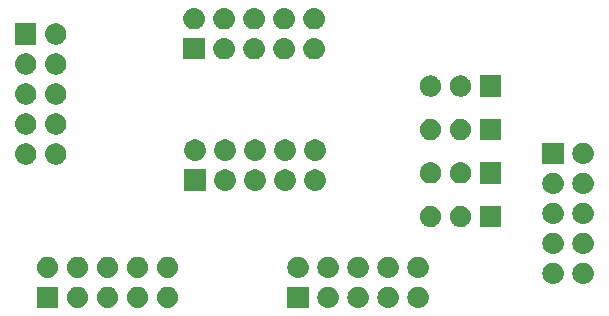
<source format=gbs>
G04 #@! TF.GenerationSoftware,KiCad,Pcbnew,(5.1.0-1558-g0ba0c1724)*
G04 #@! TF.CreationDate,2019-09-15T11:25:37-07:00*
G04 #@! TF.ProjectId,IOBoard,494f426f-6172-4642-9e6b-696361645f70,rev?*
G04 #@! TF.SameCoordinates,Original*
G04 #@! TF.FileFunction,Soldermask,Bot*
G04 #@! TF.FilePolarity,Negative*
%FSLAX46Y46*%
G04 Gerber Fmt 4.6, Leading zero omitted, Abs format (unit mm)*
G04 Created by KiCad (PCBNEW (5.1.0-1558-g0ba0c1724)) date 2019-09-15 11:25:37*
%MOMM*%
%LPD*%
G04 APERTURE LIST*
%ADD10C,0.100000*%
G04 APERTURE END LIST*
D10*
G36*
X88436399Y-110543959D02*
G01*
X88453269Y-110555231D01*
X88464541Y-110572101D01*
X88470948Y-110604312D01*
X88470948Y-112279688D01*
X88468499Y-112292000D01*
X88464541Y-112311899D01*
X88453269Y-112328769D01*
X88436399Y-112340041D01*
X88416500Y-112343999D01*
X88404188Y-112346448D01*
X86728812Y-112346448D01*
X86696601Y-112340041D01*
X86679731Y-112328769D01*
X86668459Y-112311899D01*
X86662052Y-112279688D01*
X86662052Y-110604312D01*
X86668459Y-110572101D01*
X86679731Y-110555231D01*
X86696601Y-110543959D01*
X86728812Y-110537552D01*
X88404188Y-110537552D01*
X88436399Y-110543959D01*
X88436399Y-110543959D01*
G37*
G36*
X67227399Y-110543959D02*
G01*
X67244269Y-110555231D01*
X67255541Y-110572101D01*
X67261948Y-110604312D01*
X67261948Y-112279688D01*
X67259499Y-112292000D01*
X67255541Y-112311899D01*
X67244269Y-112328769D01*
X67227399Y-112340041D01*
X67207500Y-112343999D01*
X67195188Y-112346448D01*
X65519812Y-112346448D01*
X65487601Y-112340041D01*
X65470731Y-112328769D01*
X65459459Y-112311899D01*
X65453052Y-112279688D01*
X65453052Y-110604312D01*
X65459459Y-110572101D01*
X65470731Y-110555231D01*
X65487601Y-110543959D01*
X65519812Y-110537552D01*
X67195188Y-110537552D01*
X67227399Y-110543959D01*
X67227399Y-110543959D01*
G37*
G36*
X97914860Y-110555835D02*
G01*
X97995897Y-110582166D01*
X98083163Y-110609848D01*
X98086155Y-110611493D01*
X98094988Y-110614363D01*
X98166966Y-110655919D01*
X98237999Y-110694970D01*
X98245486Y-110701253D01*
X98259011Y-110709061D01*
X98316759Y-110761057D01*
X98373357Y-110808549D01*
X98383462Y-110821118D01*
X98399761Y-110835793D01*
X98441954Y-110893867D01*
X98484079Y-110946260D01*
X98494494Y-110966182D01*
X98511086Y-110989019D01*
X98537797Y-111049012D01*
X98565939Y-111102843D01*
X98574082Y-111130510D01*
X98588121Y-111162042D01*
X98600492Y-111220241D01*
X98615828Y-111272349D01*
X98619018Y-111307401D01*
X98627499Y-111347301D01*
X98627499Y-111400592D01*
X98631843Y-111448324D01*
X98627499Y-111489653D01*
X98627499Y-111536699D01*
X98617717Y-111582721D01*
X98613373Y-111624047D01*
X98599202Y-111669827D01*
X98588121Y-111721958D01*
X98571528Y-111759226D01*
X98561122Y-111792843D01*
X98535289Y-111840620D01*
X98511086Y-111894981D01*
X98490798Y-111922905D01*
X98477080Y-111948276D01*
X98438359Y-111995082D01*
X98399761Y-112048207D01*
X98378784Y-112067095D01*
X98364452Y-112084419D01*
X98312345Y-112126917D01*
X98259011Y-112174939D01*
X98240024Y-112185901D01*
X98227525Y-112196095D01*
X98162280Y-112230786D01*
X98094988Y-112269637D01*
X98080136Y-112274463D01*
X98071503Y-112279053D01*
X97993930Y-112302473D01*
X97914860Y-112328165D01*
X97905614Y-112329137D01*
X97902351Y-112330122D01*
X97811210Y-112339059D01*
X97773711Y-112343000D01*
X97679289Y-112343000D01*
X97538140Y-112328165D01*
X97457103Y-112301834D01*
X97369837Y-112274152D01*
X97366845Y-112272507D01*
X97358012Y-112269637D01*
X97286034Y-112228081D01*
X97215001Y-112189030D01*
X97207514Y-112182747D01*
X97193989Y-112174939D01*
X97136241Y-112122943D01*
X97079643Y-112075451D01*
X97069538Y-112062882D01*
X97053239Y-112048207D01*
X97011046Y-111990133D01*
X96968921Y-111937740D01*
X96958506Y-111917818D01*
X96941914Y-111894981D01*
X96915203Y-111834988D01*
X96887061Y-111781157D01*
X96878918Y-111753490D01*
X96864879Y-111721958D01*
X96852508Y-111663759D01*
X96837172Y-111611651D01*
X96833982Y-111576599D01*
X96825501Y-111536699D01*
X96825501Y-111483408D01*
X96821157Y-111435676D01*
X96825501Y-111394347D01*
X96825501Y-111347301D01*
X96835283Y-111301279D01*
X96839627Y-111259953D01*
X96853798Y-111214173D01*
X96864879Y-111162042D01*
X96881472Y-111124774D01*
X96891878Y-111091157D01*
X96917711Y-111043380D01*
X96941914Y-110989019D01*
X96962202Y-110961095D01*
X96975920Y-110935724D01*
X97014641Y-110888918D01*
X97053239Y-110835793D01*
X97074216Y-110816905D01*
X97088548Y-110799581D01*
X97140655Y-110757083D01*
X97193989Y-110709061D01*
X97212976Y-110698099D01*
X97225475Y-110687905D01*
X97290720Y-110653214D01*
X97358012Y-110614363D01*
X97372864Y-110609537D01*
X97381497Y-110604947D01*
X97459070Y-110581527D01*
X97538140Y-110555835D01*
X97547386Y-110554863D01*
X97550649Y-110553878D01*
X97641790Y-110544941D01*
X97679289Y-110541000D01*
X97773711Y-110541000D01*
X97914860Y-110555835D01*
X97914860Y-110555835D01*
G37*
G36*
X92834860Y-110555835D02*
G01*
X92915897Y-110582166D01*
X93003163Y-110609848D01*
X93006155Y-110611493D01*
X93014988Y-110614363D01*
X93086966Y-110655919D01*
X93157999Y-110694970D01*
X93165486Y-110701253D01*
X93179011Y-110709061D01*
X93236759Y-110761057D01*
X93293357Y-110808549D01*
X93303462Y-110821118D01*
X93319761Y-110835793D01*
X93361954Y-110893867D01*
X93404079Y-110946260D01*
X93414494Y-110966182D01*
X93431086Y-110989019D01*
X93457797Y-111049012D01*
X93485939Y-111102843D01*
X93494082Y-111130510D01*
X93508121Y-111162042D01*
X93520492Y-111220241D01*
X93535828Y-111272349D01*
X93539018Y-111307401D01*
X93547499Y-111347301D01*
X93547499Y-111400592D01*
X93551843Y-111448324D01*
X93547499Y-111489653D01*
X93547499Y-111536699D01*
X93537717Y-111582721D01*
X93533373Y-111624047D01*
X93519202Y-111669827D01*
X93508121Y-111721958D01*
X93491528Y-111759226D01*
X93481122Y-111792843D01*
X93455289Y-111840620D01*
X93431086Y-111894981D01*
X93410798Y-111922905D01*
X93397080Y-111948276D01*
X93358359Y-111995082D01*
X93319761Y-112048207D01*
X93298784Y-112067095D01*
X93284452Y-112084419D01*
X93232345Y-112126917D01*
X93179011Y-112174939D01*
X93160024Y-112185901D01*
X93147525Y-112196095D01*
X93082280Y-112230786D01*
X93014988Y-112269637D01*
X93000136Y-112274463D01*
X92991503Y-112279053D01*
X92913930Y-112302473D01*
X92834860Y-112328165D01*
X92825614Y-112329137D01*
X92822351Y-112330122D01*
X92731210Y-112339059D01*
X92693711Y-112343000D01*
X92599289Y-112343000D01*
X92458140Y-112328165D01*
X92377103Y-112301834D01*
X92289837Y-112274152D01*
X92286845Y-112272507D01*
X92278012Y-112269637D01*
X92206034Y-112228081D01*
X92135001Y-112189030D01*
X92127514Y-112182747D01*
X92113989Y-112174939D01*
X92056241Y-112122943D01*
X91999643Y-112075451D01*
X91989538Y-112062882D01*
X91973239Y-112048207D01*
X91931046Y-111990133D01*
X91888921Y-111937740D01*
X91878506Y-111917818D01*
X91861914Y-111894981D01*
X91835203Y-111834988D01*
X91807061Y-111781157D01*
X91798918Y-111753490D01*
X91784879Y-111721958D01*
X91772508Y-111663759D01*
X91757172Y-111611651D01*
X91753982Y-111576599D01*
X91745501Y-111536699D01*
X91745501Y-111483408D01*
X91741157Y-111435676D01*
X91745501Y-111394347D01*
X91745501Y-111347301D01*
X91755283Y-111301279D01*
X91759627Y-111259953D01*
X91773798Y-111214173D01*
X91784879Y-111162042D01*
X91801472Y-111124774D01*
X91811878Y-111091157D01*
X91837711Y-111043380D01*
X91861914Y-110989019D01*
X91882202Y-110961095D01*
X91895920Y-110935724D01*
X91934641Y-110888918D01*
X91973239Y-110835793D01*
X91994216Y-110816905D01*
X92008548Y-110799581D01*
X92060655Y-110757083D01*
X92113989Y-110709061D01*
X92132976Y-110698099D01*
X92145475Y-110687905D01*
X92210720Y-110653214D01*
X92278012Y-110614363D01*
X92292864Y-110609537D01*
X92301497Y-110604947D01*
X92379070Y-110581527D01*
X92458140Y-110555835D01*
X92467386Y-110554863D01*
X92470649Y-110553878D01*
X92561790Y-110544941D01*
X92599289Y-110541000D01*
X92693711Y-110541000D01*
X92834860Y-110555835D01*
X92834860Y-110555835D01*
G37*
G36*
X95374860Y-110555835D02*
G01*
X95455897Y-110582166D01*
X95543163Y-110609848D01*
X95546155Y-110611493D01*
X95554988Y-110614363D01*
X95626966Y-110655919D01*
X95697999Y-110694970D01*
X95705486Y-110701253D01*
X95719011Y-110709061D01*
X95776759Y-110761057D01*
X95833357Y-110808549D01*
X95843462Y-110821118D01*
X95859761Y-110835793D01*
X95901954Y-110893867D01*
X95944079Y-110946260D01*
X95954494Y-110966182D01*
X95971086Y-110989019D01*
X95997797Y-111049012D01*
X96025939Y-111102843D01*
X96034082Y-111130510D01*
X96048121Y-111162042D01*
X96060492Y-111220241D01*
X96075828Y-111272349D01*
X96079018Y-111307401D01*
X96087499Y-111347301D01*
X96087499Y-111400592D01*
X96091843Y-111448324D01*
X96087499Y-111489653D01*
X96087499Y-111536699D01*
X96077717Y-111582721D01*
X96073373Y-111624047D01*
X96059202Y-111669827D01*
X96048121Y-111721958D01*
X96031528Y-111759226D01*
X96021122Y-111792843D01*
X95995289Y-111840620D01*
X95971086Y-111894981D01*
X95950798Y-111922905D01*
X95937080Y-111948276D01*
X95898359Y-111995082D01*
X95859761Y-112048207D01*
X95838784Y-112067095D01*
X95824452Y-112084419D01*
X95772345Y-112126917D01*
X95719011Y-112174939D01*
X95700024Y-112185901D01*
X95687525Y-112196095D01*
X95622280Y-112230786D01*
X95554988Y-112269637D01*
X95540136Y-112274463D01*
X95531503Y-112279053D01*
X95453930Y-112302473D01*
X95374860Y-112328165D01*
X95365614Y-112329137D01*
X95362351Y-112330122D01*
X95271210Y-112339059D01*
X95233711Y-112343000D01*
X95139289Y-112343000D01*
X94998140Y-112328165D01*
X94917103Y-112301834D01*
X94829837Y-112274152D01*
X94826845Y-112272507D01*
X94818012Y-112269637D01*
X94746034Y-112228081D01*
X94675001Y-112189030D01*
X94667514Y-112182747D01*
X94653989Y-112174939D01*
X94596241Y-112122943D01*
X94539643Y-112075451D01*
X94529538Y-112062882D01*
X94513239Y-112048207D01*
X94471046Y-111990133D01*
X94428921Y-111937740D01*
X94418506Y-111917818D01*
X94401914Y-111894981D01*
X94375203Y-111834988D01*
X94347061Y-111781157D01*
X94338918Y-111753490D01*
X94324879Y-111721958D01*
X94312508Y-111663759D01*
X94297172Y-111611651D01*
X94293982Y-111576599D01*
X94285501Y-111536699D01*
X94285501Y-111483408D01*
X94281157Y-111435676D01*
X94285501Y-111394347D01*
X94285501Y-111347301D01*
X94295283Y-111301279D01*
X94299627Y-111259953D01*
X94313798Y-111214173D01*
X94324879Y-111162042D01*
X94341472Y-111124774D01*
X94351878Y-111091157D01*
X94377711Y-111043380D01*
X94401914Y-110989019D01*
X94422202Y-110961095D01*
X94435920Y-110935724D01*
X94474641Y-110888918D01*
X94513239Y-110835793D01*
X94534216Y-110816905D01*
X94548548Y-110799581D01*
X94600655Y-110757083D01*
X94653989Y-110709061D01*
X94672976Y-110698099D01*
X94685475Y-110687905D01*
X94750720Y-110653214D01*
X94818012Y-110614363D01*
X94832864Y-110609537D01*
X94841497Y-110604947D01*
X94919070Y-110581527D01*
X94998140Y-110555835D01*
X95007386Y-110554863D01*
X95010649Y-110553878D01*
X95101790Y-110544941D01*
X95139289Y-110541000D01*
X95233711Y-110541000D01*
X95374860Y-110555835D01*
X95374860Y-110555835D01*
G37*
G36*
X69085860Y-110555835D02*
G01*
X69166897Y-110582166D01*
X69254163Y-110609848D01*
X69257155Y-110611493D01*
X69265988Y-110614363D01*
X69337966Y-110655919D01*
X69408999Y-110694970D01*
X69416486Y-110701253D01*
X69430011Y-110709061D01*
X69487759Y-110761057D01*
X69544357Y-110808549D01*
X69554462Y-110821118D01*
X69570761Y-110835793D01*
X69612954Y-110893867D01*
X69655079Y-110946260D01*
X69665494Y-110966182D01*
X69682086Y-110989019D01*
X69708797Y-111049012D01*
X69736939Y-111102843D01*
X69745082Y-111130510D01*
X69759121Y-111162042D01*
X69771492Y-111220241D01*
X69786828Y-111272349D01*
X69790018Y-111307401D01*
X69798499Y-111347301D01*
X69798499Y-111400592D01*
X69802843Y-111448324D01*
X69798499Y-111489653D01*
X69798499Y-111536699D01*
X69788717Y-111582721D01*
X69784373Y-111624047D01*
X69770202Y-111669827D01*
X69759121Y-111721958D01*
X69742528Y-111759226D01*
X69732122Y-111792843D01*
X69706289Y-111840620D01*
X69682086Y-111894981D01*
X69661798Y-111922905D01*
X69648080Y-111948276D01*
X69609359Y-111995082D01*
X69570761Y-112048207D01*
X69549784Y-112067095D01*
X69535452Y-112084419D01*
X69483345Y-112126917D01*
X69430011Y-112174939D01*
X69411024Y-112185901D01*
X69398525Y-112196095D01*
X69333280Y-112230786D01*
X69265988Y-112269637D01*
X69251136Y-112274463D01*
X69242503Y-112279053D01*
X69164930Y-112302473D01*
X69085860Y-112328165D01*
X69076614Y-112329137D01*
X69073351Y-112330122D01*
X68982210Y-112339059D01*
X68944711Y-112343000D01*
X68850289Y-112343000D01*
X68709140Y-112328165D01*
X68628103Y-112301834D01*
X68540837Y-112274152D01*
X68537845Y-112272507D01*
X68529012Y-112269637D01*
X68457034Y-112228081D01*
X68386001Y-112189030D01*
X68378514Y-112182747D01*
X68364989Y-112174939D01*
X68307241Y-112122943D01*
X68250643Y-112075451D01*
X68240538Y-112062882D01*
X68224239Y-112048207D01*
X68182046Y-111990133D01*
X68139921Y-111937740D01*
X68129506Y-111917818D01*
X68112914Y-111894981D01*
X68086203Y-111834988D01*
X68058061Y-111781157D01*
X68049918Y-111753490D01*
X68035879Y-111721958D01*
X68023508Y-111663759D01*
X68008172Y-111611651D01*
X68004982Y-111576599D01*
X67996501Y-111536699D01*
X67996501Y-111483408D01*
X67992157Y-111435676D01*
X67996501Y-111394347D01*
X67996501Y-111347301D01*
X68006283Y-111301279D01*
X68010627Y-111259953D01*
X68024798Y-111214173D01*
X68035879Y-111162042D01*
X68052472Y-111124774D01*
X68062878Y-111091157D01*
X68088711Y-111043380D01*
X68112914Y-110989019D01*
X68133202Y-110961095D01*
X68146920Y-110935724D01*
X68185641Y-110888918D01*
X68224239Y-110835793D01*
X68245216Y-110816905D01*
X68259548Y-110799581D01*
X68311655Y-110757083D01*
X68364989Y-110709061D01*
X68383976Y-110698099D01*
X68396475Y-110687905D01*
X68461720Y-110653214D01*
X68529012Y-110614363D01*
X68543864Y-110609537D01*
X68552497Y-110604947D01*
X68630070Y-110581527D01*
X68709140Y-110555835D01*
X68718386Y-110554863D01*
X68721649Y-110553878D01*
X68812790Y-110544941D01*
X68850289Y-110541000D01*
X68944711Y-110541000D01*
X69085860Y-110555835D01*
X69085860Y-110555835D01*
G37*
G36*
X71625860Y-110555835D02*
G01*
X71706897Y-110582166D01*
X71794163Y-110609848D01*
X71797155Y-110611493D01*
X71805988Y-110614363D01*
X71877966Y-110655919D01*
X71948999Y-110694970D01*
X71956486Y-110701253D01*
X71970011Y-110709061D01*
X72027759Y-110761057D01*
X72084357Y-110808549D01*
X72094462Y-110821118D01*
X72110761Y-110835793D01*
X72152954Y-110893867D01*
X72195079Y-110946260D01*
X72205494Y-110966182D01*
X72222086Y-110989019D01*
X72248797Y-111049012D01*
X72276939Y-111102843D01*
X72285082Y-111130510D01*
X72299121Y-111162042D01*
X72311492Y-111220241D01*
X72326828Y-111272349D01*
X72330018Y-111307401D01*
X72338499Y-111347301D01*
X72338499Y-111400592D01*
X72342843Y-111448324D01*
X72338499Y-111489653D01*
X72338499Y-111536699D01*
X72328717Y-111582721D01*
X72324373Y-111624047D01*
X72310202Y-111669827D01*
X72299121Y-111721958D01*
X72282528Y-111759226D01*
X72272122Y-111792843D01*
X72246289Y-111840620D01*
X72222086Y-111894981D01*
X72201798Y-111922905D01*
X72188080Y-111948276D01*
X72149359Y-111995082D01*
X72110761Y-112048207D01*
X72089784Y-112067095D01*
X72075452Y-112084419D01*
X72023345Y-112126917D01*
X71970011Y-112174939D01*
X71951024Y-112185901D01*
X71938525Y-112196095D01*
X71873280Y-112230786D01*
X71805988Y-112269637D01*
X71791136Y-112274463D01*
X71782503Y-112279053D01*
X71704930Y-112302473D01*
X71625860Y-112328165D01*
X71616614Y-112329137D01*
X71613351Y-112330122D01*
X71522210Y-112339059D01*
X71484711Y-112343000D01*
X71390289Y-112343000D01*
X71249140Y-112328165D01*
X71168103Y-112301834D01*
X71080837Y-112274152D01*
X71077845Y-112272507D01*
X71069012Y-112269637D01*
X70997034Y-112228081D01*
X70926001Y-112189030D01*
X70918514Y-112182747D01*
X70904989Y-112174939D01*
X70847241Y-112122943D01*
X70790643Y-112075451D01*
X70780538Y-112062882D01*
X70764239Y-112048207D01*
X70722046Y-111990133D01*
X70679921Y-111937740D01*
X70669506Y-111917818D01*
X70652914Y-111894981D01*
X70626203Y-111834988D01*
X70598061Y-111781157D01*
X70589918Y-111753490D01*
X70575879Y-111721958D01*
X70563508Y-111663759D01*
X70548172Y-111611651D01*
X70544982Y-111576599D01*
X70536501Y-111536699D01*
X70536501Y-111483408D01*
X70532157Y-111435676D01*
X70536501Y-111394347D01*
X70536501Y-111347301D01*
X70546283Y-111301279D01*
X70550627Y-111259953D01*
X70564798Y-111214173D01*
X70575879Y-111162042D01*
X70592472Y-111124774D01*
X70602878Y-111091157D01*
X70628711Y-111043380D01*
X70652914Y-110989019D01*
X70673202Y-110961095D01*
X70686920Y-110935724D01*
X70725641Y-110888918D01*
X70764239Y-110835793D01*
X70785216Y-110816905D01*
X70799548Y-110799581D01*
X70851655Y-110757083D01*
X70904989Y-110709061D01*
X70923976Y-110698099D01*
X70936475Y-110687905D01*
X71001720Y-110653214D01*
X71069012Y-110614363D01*
X71083864Y-110609537D01*
X71092497Y-110604947D01*
X71170070Y-110581527D01*
X71249140Y-110555835D01*
X71258386Y-110554863D01*
X71261649Y-110553878D01*
X71352790Y-110544941D01*
X71390289Y-110541000D01*
X71484711Y-110541000D01*
X71625860Y-110555835D01*
X71625860Y-110555835D01*
G37*
G36*
X74165860Y-110555835D02*
G01*
X74246897Y-110582166D01*
X74334163Y-110609848D01*
X74337155Y-110611493D01*
X74345988Y-110614363D01*
X74417966Y-110655919D01*
X74488999Y-110694970D01*
X74496486Y-110701253D01*
X74510011Y-110709061D01*
X74567759Y-110761057D01*
X74624357Y-110808549D01*
X74634462Y-110821118D01*
X74650761Y-110835793D01*
X74692954Y-110893867D01*
X74735079Y-110946260D01*
X74745494Y-110966182D01*
X74762086Y-110989019D01*
X74788797Y-111049012D01*
X74816939Y-111102843D01*
X74825082Y-111130510D01*
X74839121Y-111162042D01*
X74851492Y-111220241D01*
X74866828Y-111272349D01*
X74870018Y-111307401D01*
X74878499Y-111347301D01*
X74878499Y-111400592D01*
X74882843Y-111448324D01*
X74878499Y-111489653D01*
X74878499Y-111536699D01*
X74868717Y-111582721D01*
X74864373Y-111624047D01*
X74850202Y-111669827D01*
X74839121Y-111721958D01*
X74822528Y-111759226D01*
X74812122Y-111792843D01*
X74786289Y-111840620D01*
X74762086Y-111894981D01*
X74741798Y-111922905D01*
X74728080Y-111948276D01*
X74689359Y-111995082D01*
X74650761Y-112048207D01*
X74629784Y-112067095D01*
X74615452Y-112084419D01*
X74563345Y-112126917D01*
X74510011Y-112174939D01*
X74491024Y-112185901D01*
X74478525Y-112196095D01*
X74413280Y-112230786D01*
X74345988Y-112269637D01*
X74331136Y-112274463D01*
X74322503Y-112279053D01*
X74244930Y-112302473D01*
X74165860Y-112328165D01*
X74156614Y-112329137D01*
X74153351Y-112330122D01*
X74062210Y-112339059D01*
X74024711Y-112343000D01*
X73930289Y-112343000D01*
X73789140Y-112328165D01*
X73708103Y-112301834D01*
X73620837Y-112274152D01*
X73617845Y-112272507D01*
X73609012Y-112269637D01*
X73537034Y-112228081D01*
X73466001Y-112189030D01*
X73458514Y-112182747D01*
X73444989Y-112174939D01*
X73387241Y-112122943D01*
X73330643Y-112075451D01*
X73320538Y-112062882D01*
X73304239Y-112048207D01*
X73262046Y-111990133D01*
X73219921Y-111937740D01*
X73209506Y-111917818D01*
X73192914Y-111894981D01*
X73166203Y-111834988D01*
X73138061Y-111781157D01*
X73129918Y-111753490D01*
X73115879Y-111721958D01*
X73103508Y-111663759D01*
X73088172Y-111611651D01*
X73084982Y-111576599D01*
X73076501Y-111536699D01*
X73076501Y-111483408D01*
X73072157Y-111435676D01*
X73076501Y-111394347D01*
X73076501Y-111347301D01*
X73086283Y-111301279D01*
X73090627Y-111259953D01*
X73104798Y-111214173D01*
X73115879Y-111162042D01*
X73132472Y-111124774D01*
X73142878Y-111091157D01*
X73168711Y-111043380D01*
X73192914Y-110989019D01*
X73213202Y-110961095D01*
X73226920Y-110935724D01*
X73265641Y-110888918D01*
X73304239Y-110835793D01*
X73325216Y-110816905D01*
X73339548Y-110799581D01*
X73391655Y-110757083D01*
X73444989Y-110709061D01*
X73463976Y-110698099D01*
X73476475Y-110687905D01*
X73541720Y-110653214D01*
X73609012Y-110614363D01*
X73623864Y-110609537D01*
X73632497Y-110604947D01*
X73710070Y-110581527D01*
X73789140Y-110555835D01*
X73798386Y-110554863D01*
X73801649Y-110553878D01*
X73892790Y-110544941D01*
X73930289Y-110541000D01*
X74024711Y-110541000D01*
X74165860Y-110555835D01*
X74165860Y-110555835D01*
G37*
G36*
X76705860Y-110555835D02*
G01*
X76786897Y-110582166D01*
X76874163Y-110609848D01*
X76877155Y-110611493D01*
X76885988Y-110614363D01*
X76957966Y-110655919D01*
X77028999Y-110694970D01*
X77036486Y-110701253D01*
X77050011Y-110709061D01*
X77107759Y-110761057D01*
X77164357Y-110808549D01*
X77174462Y-110821118D01*
X77190761Y-110835793D01*
X77232954Y-110893867D01*
X77275079Y-110946260D01*
X77285494Y-110966182D01*
X77302086Y-110989019D01*
X77328797Y-111049012D01*
X77356939Y-111102843D01*
X77365082Y-111130510D01*
X77379121Y-111162042D01*
X77391492Y-111220241D01*
X77406828Y-111272349D01*
X77410018Y-111307401D01*
X77418499Y-111347301D01*
X77418499Y-111400592D01*
X77422843Y-111448324D01*
X77418499Y-111489653D01*
X77418499Y-111536699D01*
X77408717Y-111582721D01*
X77404373Y-111624047D01*
X77390202Y-111669827D01*
X77379121Y-111721958D01*
X77362528Y-111759226D01*
X77352122Y-111792843D01*
X77326289Y-111840620D01*
X77302086Y-111894981D01*
X77281798Y-111922905D01*
X77268080Y-111948276D01*
X77229359Y-111995082D01*
X77190761Y-112048207D01*
X77169784Y-112067095D01*
X77155452Y-112084419D01*
X77103345Y-112126917D01*
X77050011Y-112174939D01*
X77031024Y-112185901D01*
X77018525Y-112196095D01*
X76953280Y-112230786D01*
X76885988Y-112269637D01*
X76871136Y-112274463D01*
X76862503Y-112279053D01*
X76784930Y-112302473D01*
X76705860Y-112328165D01*
X76696614Y-112329137D01*
X76693351Y-112330122D01*
X76602210Y-112339059D01*
X76564711Y-112343000D01*
X76470289Y-112343000D01*
X76329140Y-112328165D01*
X76248103Y-112301834D01*
X76160837Y-112274152D01*
X76157845Y-112272507D01*
X76149012Y-112269637D01*
X76077034Y-112228081D01*
X76006001Y-112189030D01*
X75998514Y-112182747D01*
X75984989Y-112174939D01*
X75927241Y-112122943D01*
X75870643Y-112075451D01*
X75860538Y-112062882D01*
X75844239Y-112048207D01*
X75802046Y-111990133D01*
X75759921Y-111937740D01*
X75749506Y-111917818D01*
X75732914Y-111894981D01*
X75706203Y-111834988D01*
X75678061Y-111781157D01*
X75669918Y-111753490D01*
X75655879Y-111721958D01*
X75643508Y-111663759D01*
X75628172Y-111611651D01*
X75624982Y-111576599D01*
X75616501Y-111536699D01*
X75616501Y-111483408D01*
X75612157Y-111435676D01*
X75616501Y-111394347D01*
X75616501Y-111347301D01*
X75626283Y-111301279D01*
X75630627Y-111259953D01*
X75644798Y-111214173D01*
X75655879Y-111162042D01*
X75672472Y-111124774D01*
X75682878Y-111091157D01*
X75708711Y-111043380D01*
X75732914Y-110989019D01*
X75753202Y-110961095D01*
X75766920Y-110935724D01*
X75805641Y-110888918D01*
X75844239Y-110835793D01*
X75865216Y-110816905D01*
X75879548Y-110799581D01*
X75931655Y-110757083D01*
X75984989Y-110709061D01*
X76003976Y-110698099D01*
X76016475Y-110687905D01*
X76081720Y-110653214D01*
X76149012Y-110614363D01*
X76163864Y-110609537D01*
X76172497Y-110604947D01*
X76250070Y-110581527D01*
X76329140Y-110555835D01*
X76338386Y-110554863D01*
X76341649Y-110553878D01*
X76432790Y-110544941D01*
X76470289Y-110541000D01*
X76564711Y-110541000D01*
X76705860Y-110555835D01*
X76705860Y-110555835D01*
G37*
G36*
X90294860Y-110555835D02*
G01*
X90375897Y-110582166D01*
X90463163Y-110609848D01*
X90466155Y-110611493D01*
X90474988Y-110614363D01*
X90546966Y-110655919D01*
X90617999Y-110694970D01*
X90625486Y-110701253D01*
X90639011Y-110709061D01*
X90696759Y-110761057D01*
X90753357Y-110808549D01*
X90763462Y-110821118D01*
X90779761Y-110835793D01*
X90821954Y-110893867D01*
X90864079Y-110946260D01*
X90874494Y-110966182D01*
X90891086Y-110989019D01*
X90917797Y-111049012D01*
X90945939Y-111102843D01*
X90954082Y-111130510D01*
X90968121Y-111162042D01*
X90980492Y-111220241D01*
X90995828Y-111272349D01*
X90999018Y-111307401D01*
X91007499Y-111347301D01*
X91007499Y-111400592D01*
X91011843Y-111448324D01*
X91007499Y-111489653D01*
X91007499Y-111536699D01*
X90997717Y-111582721D01*
X90993373Y-111624047D01*
X90979202Y-111669827D01*
X90968121Y-111721958D01*
X90951528Y-111759226D01*
X90941122Y-111792843D01*
X90915289Y-111840620D01*
X90891086Y-111894981D01*
X90870798Y-111922905D01*
X90857080Y-111948276D01*
X90818359Y-111995082D01*
X90779761Y-112048207D01*
X90758784Y-112067095D01*
X90744452Y-112084419D01*
X90692345Y-112126917D01*
X90639011Y-112174939D01*
X90620024Y-112185901D01*
X90607525Y-112196095D01*
X90542280Y-112230786D01*
X90474988Y-112269637D01*
X90460136Y-112274463D01*
X90451503Y-112279053D01*
X90373930Y-112302473D01*
X90294860Y-112328165D01*
X90285614Y-112329137D01*
X90282351Y-112330122D01*
X90191210Y-112339059D01*
X90153711Y-112343000D01*
X90059289Y-112343000D01*
X89918140Y-112328165D01*
X89837103Y-112301834D01*
X89749837Y-112274152D01*
X89746845Y-112272507D01*
X89738012Y-112269637D01*
X89666034Y-112228081D01*
X89595001Y-112189030D01*
X89587514Y-112182747D01*
X89573989Y-112174939D01*
X89516241Y-112122943D01*
X89459643Y-112075451D01*
X89449538Y-112062882D01*
X89433239Y-112048207D01*
X89391046Y-111990133D01*
X89348921Y-111937740D01*
X89338506Y-111917818D01*
X89321914Y-111894981D01*
X89295203Y-111834988D01*
X89267061Y-111781157D01*
X89258918Y-111753490D01*
X89244879Y-111721958D01*
X89232508Y-111663759D01*
X89217172Y-111611651D01*
X89213982Y-111576599D01*
X89205501Y-111536699D01*
X89205501Y-111483408D01*
X89201157Y-111435676D01*
X89205501Y-111394347D01*
X89205501Y-111347301D01*
X89215283Y-111301279D01*
X89219627Y-111259953D01*
X89233798Y-111214173D01*
X89244879Y-111162042D01*
X89261472Y-111124774D01*
X89271878Y-111091157D01*
X89297711Y-111043380D01*
X89321914Y-110989019D01*
X89342202Y-110961095D01*
X89355920Y-110935724D01*
X89394641Y-110888918D01*
X89433239Y-110835793D01*
X89454216Y-110816905D01*
X89468548Y-110799581D01*
X89520655Y-110757083D01*
X89573989Y-110709061D01*
X89592976Y-110698099D01*
X89605475Y-110687905D01*
X89670720Y-110653214D01*
X89738012Y-110614363D01*
X89752864Y-110609537D01*
X89761497Y-110604947D01*
X89839070Y-110581527D01*
X89918140Y-110555835D01*
X89927386Y-110554863D01*
X89930649Y-110553878D01*
X90021790Y-110544941D01*
X90059289Y-110541000D01*
X90153711Y-110541000D01*
X90294860Y-110555835D01*
X90294860Y-110555835D01*
G37*
G36*
X109344360Y-108524335D02*
G01*
X109425397Y-108550666D01*
X109512663Y-108578348D01*
X109515655Y-108579993D01*
X109524488Y-108582863D01*
X109596466Y-108624419D01*
X109667499Y-108663470D01*
X109674986Y-108669753D01*
X109688511Y-108677561D01*
X109746259Y-108729557D01*
X109802857Y-108777049D01*
X109812962Y-108789618D01*
X109829261Y-108804293D01*
X109871454Y-108862367D01*
X109913579Y-108914760D01*
X109923994Y-108934682D01*
X109940586Y-108957519D01*
X109967297Y-109017512D01*
X109995439Y-109071343D01*
X110003582Y-109099010D01*
X110017621Y-109130542D01*
X110029992Y-109188741D01*
X110045328Y-109240849D01*
X110048518Y-109275901D01*
X110056999Y-109315801D01*
X110056999Y-109369092D01*
X110061343Y-109416824D01*
X110056999Y-109458153D01*
X110056999Y-109505199D01*
X110047217Y-109551221D01*
X110042873Y-109592547D01*
X110028702Y-109638327D01*
X110017621Y-109690458D01*
X110001028Y-109727726D01*
X109990622Y-109761343D01*
X109964789Y-109809120D01*
X109940586Y-109863481D01*
X109920298Y-109891405D01*
X109906580Y-109916776D01*
X109867859Y-109963582D01*
X109829261Y-110016707D01*
X109808284Y-110035595D01*
X109793952Y-110052919D01*
X109741845Y-110095417D01*
X109688511Y-110143439D01*
X109669524Y-110154401D01*
X109657025Y-110164595D01*
X109591780Y-110199286D01*
X109524488Y-110238137D01*
X109509636Y-110242963D01*
X109501003Y-110247553D01*
X109423430Y-110270973D01*
X109344360Y-110296665D01*
X109335114Y-110297637D01*
X109331851Y-110298622D01*
X109240710Y-110307559D01*
X109203211Y-110311500D01*
X109108789Y-110311500D01*
X108967640Y-110296665D01*
X108886603Y-110270334D01*
X108799337Y-110242652D01*
X108796345Y-110241007D01*
X108787512Y-110238137D01*
X108715534Y-110196581D01*
X108644501Y-110157530D01*
X108637014Y-110151247D01*
X108623489Y-110143439D01*
X108565741Y-110091443D01*
X108509143Y-110043951D01*
X108499038Y-110031382D01*
X108482739Y-110016707D01*
X108440546Y-109958633D01*
X108398421Y-109906240D01*
X108388006Y-109886318D01*
X108371414Y-109863481D01*
X108344703Y-109803488D01*
X108316561Y-109749657D01*
X108308418Y-109721990D01*
X108294379Y-109690458D01*
X108282008Y-109632259D01*
X108266672Y-109580151D01*
X108263482Y-109545099D01*
X108255001Y-109505199D01*
X108255001Y-109451908D01*
X108250657Y-109404176D01*
X108255001Y-109362847D01*
X108255001Y-109315801D01*
X108264783Y-109269779D01*
X108269127Y-109228453D01*
X108283298Y-109182673D01*
X108294379Y-109130542D01*
X108310972Y-109093274D01*
X108321378Y-109059657D01*
X108347211Y-109011880D01*
X108371414Y-108957519D01*
X108391702Y-108929595D01*
X108405420Y-108904224D01*
X108444141Y-108857418D01*
X108482739Y-108804293D01*
X108503716Y-108785405D01*
X108518048Y-108768081D01*
X108570155Y-108725583D01*
X108623489Y-108677561D01*
X108642476Y-108666599D01*
X108654975Y-108656405D01*
X108720220Y-108621714D01*
X108787512Y-108582863D01*
X108802364Y-108578037D01*
X108810997Y-108573447D01*
X108888570Y-108550027D01*
X108967640Y-108524335D01*
X108976886Y-108523363D01*
X108980149Y-108522378D01*
X109071290Y-108513441D01*
X109108789Y-108509500D01*
X109203211Y-108509500D01*
X109344360Y-108524335D01*
X109344360Y-108524335D01*
G37*
G36*
X111884360Y-108524335D02*
G01*
X111965397Y-108550666D01*
X112052663Y-108578348D01*
X112055655Y-108579993D01*
X112064488Y-108582863D01*
X112136466Y-108624419D01*
X112207499Y-108663470D01*
X112214986Y-108669753D01*
X112228511Y-108677561D01*
X112286259Y-108729557D01*
X112342857Y-108777049D01*
X112352962Y-108789618D01*
X112369261Y-108804293D01*
X112411454Y-108862367D01*
X112453579Y-108914760D01*
X112463994Y-108934682D01*
X112480586Y-108957519D01*
X112507297Y-109017512D01*
X112535439Y-109071343D01*
X112543582Y-109099010D01*
X112557621Y-109130542D01*
X112569992Y-109188741D01*
X112585328Y-109240849D01*
X112588518Y-109275901D01*
X112596999Y-109315801D01*
X112596999Y-109369092D01*
X112601343Y-109416824D01*
X112596999Y-109458153D01*
X112596999Y-109505199D01*
X112587217Y-109551221D01*
X112582873Y-109592547D01*
X112568702Y-109638327D01*
X112557621Y-109690458D01*
X112541028Y-109727726D01*
X112530622Y-109761343D01*
X112504789Y-109809120D01*
X112480586Y-109863481D01*
X112460298Y-109891405D01*
X112446580Y-109916776D01*
X112407859Y-109963582D01*
X112369261Y-110016707D01*
X112348284Y-110035595D01*
X112333952Y-110052919D01*
X112281845Y-110095417D01*
X112228511Y-110143439D01*
X112209524Y-110154401D01*
X112197025Y-110164595D01*
X112131780Y-110199286D01*
X112064488Y-110238137D01*
X112049636Y-110242963D01*
X112041003Y-110247553D01*
X111963430Y-110270973D01*
X111884360Y-110296665D01*
X111875114Y-110297637D01*
X111871851Y-110298622D01*
X111780710Y-110307559D01*
X111743211Y-110311500D01*
X111648789Y-110311500D01*
X111507640Y-110296665D01*
X111426603Y-110270334D01*
X111339337Y-110242652D01*
X111336345Y-110241007D01*
X111327512Y-110238137D01*
X111255534Y-110196581D01*
X111184501Y-110157530D01*
X111177014Y-110151247D01*
X111163489Y-110143439D01*
X111105741Y-110091443D01*
X111049143Y-110043951D01*
X111039038Y-110031382D01*
X111022739Y-110016707D01*
X110980546Y-109958633D01*
X110938421Y-109906240D01*
X110928006Y-109886318D01*
X110911414Y-109863481D01*
X110884703Y-109803488D01*
X110856561Y-109749657D01*
X110848418Y-109721990D01*
X110834379Y-109690458D01*
X110822008Y-109632259D01*
X110806672Y-109580151D01*
X110803482Y-109545099D01*
X110795001Y-109505199D01*
X110795001Y-109451908D01*
X110790657Y-109404176D01*
X110795001Y-109362847D01*
X110795001Y-109315801D01*
X110804783Y-109269779D01*
X110809127Y-109228453D01*
X110823298Y-109182673D01*
X110834379Y-109130542D01*
X110850972Y-109093274D01*
X110861378Y-109059657D01*
X110887211Y-109011880D01*
X110911414Y-108957519D01*
X110931702Y-108929595D01*
X110945420Y-108904224D01*
X110984141Y-108857418D01*
X111022739Y-108804293D01*
X111043716Y-108785405D01*
X111058048Y-108768081D01*
X111110155Y-108725583D01*
X111163489Y-108677561D01*
X111182476Y-108666599D01*
X111194975Y-108656405D01*
X111260220Y-108621714D01*
X111327512Y-108582863D01*
X111342364Y-108578037D01*
X111350997Y-108573447D01*
X111428570Y-108550027D01*
X111507640Y-108524335D01*
X111516886Y-108523363D01*
X111520149Y-108522378D01*
X111611290Y-108513441D01*
X111648789Y-108509500D01*
X111743211Y-108509500D01*
X111884360Y-108524335D01*
X111884360Y-108524335D01*
G37*
G36*
X71625860Y-108015835D02*
G01*
X71706897Y-108042166D01*
X71794163Y-108069848D01*
X71797155Y-108071493D01*
X71805988Y-108074363D01*
X71877966Y-108115919D01*
X71948999Y-108154970D01*
X71956486Y-108161253D01*
X71970011Y-108169061D01*
X72027759Y-108221057D01*
X72084357Y-108268549D01*
X72094462Y-108281118D01*
X72110761Y-108295793D01*
X72152954Y-108353867D01*
X72195079Y-108406260D01*
X72205494Y-108426182D01*
X72222086Y-108449019D01*
X72248797Y-108509012D01*
X72276939Y-108562843D01*
X72285082Y-108590510D01*
X72299121Y-108622042D01*
X72311492Y-108680241D01*
X72326828Y-108732349D01*
X72330018Y-108767401D01*
X72338499Y-108807301D01*
X72338499Y-108860592D01*
X72342843Y-108908324D01*
X72338499Y-108949653D01*
X72338499Y-108996699D01*
X72328717Y-109042721D01*
X72324373Y-109084047D01*
X72310202Y-109129827D01*
X72299121Y-109181958D01*
X72282528Y-109219226D01*
X72272122Y-109252843D01*
X72246289Y-109300620D01*
X72222086Y-109354981D01*
X72201798Y-109382905D01*
X72188080Y-109408276D01*
X72149359Y-109455082D01*
X72110761Y-109508207D01*
X72089784Y-109527095D01*
X72075452Y-109544419D01*
X72023345Y-109586917D01*
X71970011Y-109634939D01*
X71951024Y-109645901D01*
X71938525Y-109656095D01*
X71873280Y-109690786D01*
X71805988Y-109729637D01*
X71791136Y-109734463D01*
X71782503Y-109739053D01*
X71704930Y-109762473D01*
X71625860Y-109788165D01*
X71616614Y-109789137D01*
X71613351Y-109790122D01*
X71522210Y-109799059D01*
X71484711Y-109803000D01*
X71390289Y-109803000D01*
X71249140Y-109788165D01*
X71168103Y-109761834D01*
X71080837Y-109734152D01*
X71077845Y-109732507D01*
X71069012Y-109729637D01*
X70997034Y-109688081D01*
X70926001Y-109649030D01*
X70918514Y-109642747D01*
X70904989Y-109634939D01*
X70847241Y-109582943D01*
X70790643Y-109535451D01*
X70780538Y-109522882D01*
X70764239Y-109508207D01*
X70722046Y-109450133D01*
X70679921Y-109397740D01*
X70669506Y-109377818D01*
X70652914Y-109354981D01*
X70626203Y-109294988D01*
X70598061Y-109241157D01*
X70589918Y-109213490D01*
X70575879Y-109181958D01*
X70563508Y-109123759D01*
X70548172Y-109071651D01*
X70544982Y-109036599D01*
X70536501Y-108996699D01*
X70536501Y-108943408D01*
X70532157Y-108895676D01*
X70536501Y-108854347D01*
X70536501Y-108807301D01*
X70546283Y-108761279D01*
X70550627Y-108719953D01*
X70564798Y-108674173D01*
X70575879Y-108622042D01*
X70592472Y-108584774D01*
X70602878Y-108551157D01*
X70628711Y-108503380D01*
X70652914Y-108449019D01*
X70673202Y-108421095D01*
X70686920Y-108395724D01*
X70725641Y-108348918D01*
X70764239Y-108295793D01*
X70785216Y-108276905D01*
X70799548Y-108259581D01*
X70851655Y-108217083D01*
X70904989Y-108169061D01*
X70923976Y-108158099D01*
X70936475Y-108147905D01*
X71001720Y-108113214D01*
X71069012Y-108074363D01*
X71083864Y-108069537D01*
X71092497Y-108064947D01*
X71170070Y-108041527D01*
X71249140Y-108015835D01*
X71258386Y-108014863D01*
X71261649Y-108013878D01*
X71352790Y-108004941D01*
X71390289Y-108001000D01*
X71484711Y-108001000D01*
X71625860Y-108015835D01*
X71625860Y-108015835D01*
G37*
G36*
X76705860Y-108015835D02*
G01*
X76786897Y-108042166D01*
X76874163Y-108069848D01*
X76877155Y-108071493D01*
X76885988Y-108074363D01*
X76957966Y-108115919D01*
X77028999Y-108154970D01*
X77036486Y-108161253D01*
X77050011Y-108169061D01*
X77107759Y-108221057D01*
X77164357Y-108268549D01*
X77174462Y-108281118D01*
X77190761Y-108295793D01*
X77232954Y-108353867D01*
X77275079Y-108406260D01*
X77285494Y-108426182D01*
X77302086Y-108449019D01*
X77328797Y-108509012D01*
X77356939Y-108562843D01*
X77365082Y-108590510D01*
X77379121Y-108622042D01*
X77391492Y-108680241D01*
X77406828Y-108732349D01*
X77410018Y-108767401D01*
X77418499Y-108807301D01*
X77418499Y-108860592D01*
X77422843Y-108908324D01*
X77418499Y-108949653D01*
X77418499Y-108996699D01*
X77408717Y-109042721D01*
X77404373Y-109084047D01*
X77390202Y-109129827D01*
X77379121Y-109181958D01*
X77362528Y-109219226D01*
X77352122Y-109252843D01*
X77326289Y-109300620D01*
X77302086Y-109354981D01*
X77281798Y-109382905D01*
X77268080Y-109408276D01*
X77229359Y-109455082D01*
X77190761Y-109508207D01*
X77169784Y-109527095D01*
X77155452Y-109544419D01*
X77103345Y-109586917D01*
X77050011Y-109634939D01*
X77031024Y-109645901D01*
X77018525Y-109656095D01*
X76953280Y-109690786D01*
X76885988Y-109729637D01*
X76871136Y-109734463D01*
X76862503Y-109739053D01*
X76784930Y-109762473D01*
X76705860Y-109788165D01*
X76696614Y-109789137D01*
X76693351Y-109790122D01*
X76602210Y-109799059D01*
X76564711Y-109803000D01*
X76470289Y-109803000D01*
X76329140Y-109788165D01*
X76248103Y-109761834D01*
X76160837Y-109734152D01*
X76157845Y-109732507D01*
X76149012Y-109729637D01*
X76077034Y-109688081D01*
X76006001Y-109649030D01*
X75998514Y-109642747D01*
X75984989Y-109634939D01*
X75927241Y-109582943D01*
X75870643Y-109535451D01*
X75860538Y-109522882D01*
X75844239Y-109508207D01*
X75802046Y-109450133D01*
X75759921Y-109397740D01*
X75749506Y-109377818D01*
X75732914Y-109354981D01*
X75706203Y-109294988D01*
X75678061Y-109241157D01*
X75669918Y-109213490D01*
X75655879Y-109181958D01*
X75643508Y-109123759D01*
X75628172Y-109071651D01*
X75624982Y-109036599D01*
X75616501Y-108996699D01*
X75616501Y-108943408D01*
X75612157Y-108895676D01*
X75616501Y-108854347D01*
X75616501Y-108807301D01*
X75626283Y-108761279D01*
X75630627Y-108719953D01*
X75644798Y-108674173D01*
X75655879Y-108622042D01*
X75672472Y-108584774D01*
X75682878Y-108551157D01*
X75708711Y-108503380D01*
X75732914Y-108449019D01*
X75753202Y-108421095D01*
X75766920Y-108395724D01*
X75805641Y-108348918D01*
X75844239Y-108295793D01*
X75865216Y-108276905D01*
X75879548Y-108259581D01*
X75931655Y-108217083D01*
X75984989Y-108169061D01*
X76003976Y-108158099D01*
X76016475Y-108147905D01*
X76081720Y-108113214D01*
X76149012Y-108074363D01*
X76163864Y-108069537D01*
X76172497Y-108064947D01*
X76250070Y-108041527D01*
X76329140Y-108015835D01*
X76338386Y-108014863D01*
X76341649Y-108013878D01*
X76432790Y-108004941D01*
X76470289Y-108001000D01*
X76564711Y-108001000D01*
X76705860Y-108015835D01*
X76705860Y-108015835D01*
G37*
G36*
X74165860Y-108015835D02*
G01*
X74246897Y-108042166D01*
X74334163Y-108069848D01*
X74337155Y-108071493D01*
X74345988Y-108074363D01*
X74417966Y-108115919D01*
X74488999Y-108154970D01*
X74496486Y-108161253D01*
X74510011Y-108169061D01*
X74567759Y-108221057D01*
X74624357Y-108268549D01*
X74634462Y-108281118D01*
X74650761Y-108295793D01*
X74692954Y-108353867D01*
X74735079Y-108406260D01*
X74745494Y-108426182D01*
X74762086Y-108449019D01*
X74788797Y-108509012D01*
X74816939Y-108562843D01*
X74825082Y-108590510D01*
X74839121Y-108622042D01*
X74851492Y-108680241D01*
X74866828Y-108732349D01*
X74870018Y-108767401D01*
X74878499Y-108807301D01*
X74878499Y-108860592D01*
X74882843Y-108908324D01*
X74878499Y-108949653D01*
X74878499Y-108996699D01*
X74868717Y-109042721D01*
X74864373Y-109084047D01*
X74850202Y-109129827D01*
X74839121Y-109181958D01*
X74822528Y-109219226D01*
X74812122Y-109252843D01*
X74786289Y-109300620D01*
X74762086Y-109354981D01*
X74741798Y-109382905D01*
X74728080Y-109408276D01*
X74689359Y-109455082D01*
X74650761Y-109508207D01*
X74629784Y-109527095D01*
X74615452Y-109544419D01*
X74563345Y-109586917D01*
X74510011Y-109634939D01*
X74491024Y-109645901D01*
X74478525Y-109656095D01*
X74413280Y-109690786D01*
X74345988Y-109729637D01*
X74331136Y-109734463D01*
X74322503Y-109739053D01*
X74244930Y-109762473D01*
X74165860Y-109788165D01*
X74156614Y-109789137D01*
X74153351Y-109790122D01*
X74062210Y-109799059D01*
X74024711Y-109803000D01*
X73930289Y-109803000D01*
X73789140Y-109788165D01*
X73708103Y-109761834D01*
X73620837Y-109734152D01*
X73617845Y-109732507D01*
X73609012Y-109729637D01*
X73537034Y-109688081D01*
X73466001Y-109649030D01*
X73458514Y-109642747D01*
X73444989Y-109634939D01*
X73387241Y-109582943D01*
X73330643Y-109535451D01*
X73320538Y-109522882D01*
X73304239Y-109508207D01*
X73262046Y-109450133D01*
X73219921Y-109397740D01*
X73209506Y-109377818D01*
X73192914Y-109354981D01*
X73166203Y-109294988D01*
X73138061Y-109241157D01*
X73129918Y-109213490D01*
X73115879Y-109181958D01*
X73103508Y-109123759D01*
X73088172Y-109071651D01*
X73084982Y-109036599D01*
X73076501Y-108996699D01*
X73076501Y-108943408D01*
X73072157Y-108895676D01*
X73076501Y-108854347D01*
X73076501Y-108807301D01*
X73086283Y-108761279D01*
X73090627Y-108719953D01*
X73104798Y-108674173D01*
X73115879Y-108622042D01*
X73132472Y-108584774D01*
X73142878Y-108551157D01*
X73168711Y-108503380D01*
X73192914Y-108449019D01*
X73213202Y-108421095D01*
X73226920Y-108395724D01*
X73265641Y-108348918D01*
X73304239Y-108295793D01*
X73325216Y-108276905D01*
X73339548Y-108259581D01*
X73391655Y-108217083D01*
X73444989Y-108169061D01*
X73463976Y-108158099D01*
X73476475Y-108147905D01*
X73541720Y-108113214D01*
X73609012Y-108074363D01*
X73623864Y-108069537D01*
X73632497Y-108064947D01*
X73710070Y-108041527D01*
X73789140Y-108015835D01*
X73798386Y-108014863D01*
X73801649Y-108013878D01*
X73892790Y-108004941D01*
X73930289Y-108001000D01*
X74024711Y-108001000D01*
X74165860Y-108015835D01*
X74165860Y-108015835D01*
G37*
G36*
X69085860Y-108015835D02*
G01*
X69166897Y-108042166D01*
X69254163Y-108069848D01*
X69257155Y-108071493D01*
X69265988Y-108074363D01*
X69337966Y-108115919D01*
X69408999Y-108154970D01*
X69416486Y-108161253D01*
X69430011Y-108169061D01*
X69487759Y-108221057D01*
X69544357Y-108268549D01*
X69554462Y-108281118D01*
X69570761Y-108295793D01*
X69612954Y-108353867D01*
X69655079Y-108406260D01*
X69665494Y-108426182D01*
X69682086Y-108449019D01*
X69708797Y-108509012D01*
X69736939Y-108562843D01*
X69745082Y-108590510D01*
X69759121Y-108622042D01*
X69771492Y-108680241D01*
X69786828Y-108732349D01*
X69790018Y-108767401D01*
X69798499Y-108807301D01*
X69798499Y-108860592D01*
X69802843Y-108908324D01*
X69798499Y-108949653D01*
X69798499Y-108996699D01*
X69788717Y-109042721D01*
X69784373Y-109084047D01*
X69770202Y-109129827D01*
X69759121Y-109181958D01*
X69742528Y-109219226D01*
X69732122Y-109252843D01*
X69706289Y-109300620D01*
X69682086Y-109354981D01*
X69661798Y-109382905D01*
X69648080Y-109408276D01*
X69609359Y-109455082D01*
X69570761Y-109508207D01*
X69549784Y-109527095D01*
X69535452Y-109544419D01*
X69483345Y-109586917D01*
X69430011Y-109634939D01*
X69411024Y-109645901D01*
X69398525Y-109656095D01*
X69333280Y-109690786D01*
X69265988Y-109729637D01*
X69251136Y-109734463D01*
X69242503Y-109739053D01*
X69164930Y-109762473D01*
X69085860Y-109788165D01*
X69076614Y-109789137D01*
X69073351Y-109790122D01*
X68982210Y-109799059D01*
X68944711Y-109803000D01*
X68850289Y-109803000D01*
X68709140Y-109788165D01*
X68628103Y-109761834D01*
X68540837Y-109734152D01*
X68537845Y-109732507D01*
X68529012Y-109729637D01*
X68457034Y-109688081D01*
X68386001Y-109649030D01*
X68378514Y-109642747D01*
X68364989Y-109634939D01*
X68307241Y-109582943D01*
X68250643Y-109535451D01*
X68240538Y-109522882D01*
X68224239Y-109508207D01*
X68182046Y-109450133D01*
X68139921Y-109397740D01*
X68129506Y-109377818D01*
X68112914Y-109354981D01*
X68086203Y-109294988D01*
X68058061Y-109241157D01*
X68049918Y-109213490D01*
X68035879Y-109181958D01*
X68023508Y-109123759D01*
X68008172Y-109071651D01*
X68004982Y-109036599D01*
X67996501Y-108996699D01*
X67996501Y-108943408D01*
X67992157Y-108895676D01*
X67996501Y-108854347D01*
X67996501Y-108807301D01*
X68006283Y-108761279D01*
X68010627Y-108719953D01*
X68024798Y-108674173D01*
X68035879Y-108622042D01*
X68052472Y-108584774D01*
X68062878Y-108551157D01*
X68088711Y-108503380D01*
X68112914Y-108449019D01*
X68133202Y-108421095D01*
X68146920Y-108395724D01*
X68185641Y-108348918D01*
X68224239Y-108295793D01*
X68245216Y-108276905D01*
X68259548Y-108259581D01*
X68311655Y-108217083D01*
X68364989Y-108169061D01*
X68383976Y-108158099D01*
X68396475Y-108147905D01*
X68461720Y-108113214D01*
X68529012Y-108074363D01*
X68543864Y-108069537D01*
X68552497Y-108064947D01*
X68630070Y-108041527D01*
X68709140Y-108015835D01*
X68718386Y-108014863D01*
X68721649Y-108013878D01*
X68812790Y-108004941D01*
X68850289Y-108001000D01*
X68944711Y-108001000D01*
X69085860Y-108015835D01*
X69085860Y-108015835D01*
G37*
G36*
X66545860Y-108015835D02*
G01*
X66626897Y-108042166D01*
X66714163Y-108069848D01*
X66717155Y-108071493D01*
X66725988Y-108074363D01*
X66797966Y-108115919D01*
X66868999Y-108154970D01*
X66876486Y-108161253D01*
X66890011Y-108169061D01*
X66947759Y-108221057D01*
X67004357Y-108268549D01*
X67014462Y-108281118D01*
X67030761Y-108295793D01*
X67072954Y-108353867D01*
X67115079Y-108406260D01*
X67125494Y-108426182D01*
X67142086Y-108449019D01*
X67168797Y-108509012D01*
X67196939Y-108562843D01*
X67205082Y-108590510D01*
X67219121Y-108622042D01*
X67231492Y-108680241D01*
X67246828Y-108732349D01*
X67250018Y-108767401D01*
X67258499Y-108807301D01*
X67258499Y-108860592D01*
X67262843Y-108908324D01*
X67258499Y-108949653D01*
X67258499Y-108996699D01*
X67248717Y-109042721D01*
X67244373Y-109084047D01*
X67230202Y-109129827D01*
X67219121Y-109181958D01*
X67202528Y-109219226D01*
X67192122Y-109252843D01*
X67166289Y-109300620D01*
X67142086Y-109354981D01*
X67121798Y-109382905D01*
X67108080Y-109408276D01*
X67069359Y-109455082D01*
X67030761Y-109508207D01*
X67009784Y-109527095D01*
X66995452Y-109544419D01*
X66943345Y-109586917D01*
X66890011Y-109634939D01*
X66871024Y-109645901D01*
X66858525Y-109656095D01*
X66793280Y-109690786D01*
X66725988Y-109729637D01*
X66711136Y-109734463D01*
X66702503Y-109739053D01*
X66624930Y-109762473D01*
X66545860Y-109788165D01*
X66536614Y-109789137D01*
X66533351Y-109790122D01*
X66442210Y-109799059D01*
X66404711Y-109803000D01*
X66310289Y-109803000D01*
X66169140Y-109788165D01*
X66088103Y-109761834D01*
X66000837Y-109734152D01*
X65997845Y-109732507D01*
X65989012Y-109729637D01*
X65917034Y-109688081D01*
X65846001Y-109649030D01*
X65838514Y-109642747D01*
X65824989Y-109634939D01*
X65767241Y-109582943D01*
X65710643Y-109535451D01*
X65700538Y-109522882D01*
X65684239Y-109508207D01*
X65642046Y-109450133D01*
X65599921Y-109397740D01*
X65589506Y-109377818D01*
X65572914Y-109354981D01*
X65546203Y-109294988D01*
X65518061Y-109241157D01*
X65509918Y-109213490D01*
X65495879Y-109181958D01*
X65483508Y-109123759D01*
X65468172Y-109071651D01*
X65464982Y-109036599D01*
X65456501Y-108996699D01*
X65456501Y-108943408D01*
X65452157Y-108895676D01*
X65456501Y-108854347D01*
X65456501Y-108807301D01*
X65466283Y-108761279D01*
X65470627Y-108719953D01*
X65484798Y-108674173D01*
X65495879Y-108622042D01*
X65512472Y-108584774D01*
X65522878Y-108551157D01*
X65548711Y-108503380D01*
X65572914Y-108449019D01*
X65593202Y-108421095D01*
X65606920Y-108395724D01*
X65645641Y-108348918D01*
X65684239Y-108295793D01*
X65705216Y-108276905D01*
X65719548Y-108259581D01*
X65771655Y-108217083D01*
X65824989Y-108169061D01*
X65843976Y-108158099D01*
X65856475Y-108147905D01*
X65921720Y-108113214D01*
X65989012Y-108074363D01*
X66003864Y-108069537D01*
X66012497Y-108064947D01*
X66090070Y-108041527D01*
X66169140Y-108015835D01*
X66178386Y-108014863D01*
X66181649Y-108013878D01*
X66272790Y-108004941D01*
X66310289Y-108001000D01*
X66404711Y-108001000D01*
X66545860Y-108015835D01*
X66545860Y-108015835D01*
G37*
G36*
X92834860Y-108015835D02*
G01*
X92915897Y-108042166D01*
X93003163Y-108069848D01*
X93006155Y-108071493D01*
X93014988Y-108074363D01*
X93086966Y-108115919D01*
X93157999Y-108154970D01*
X93165486Y-108161253D01*
X93179011Y-108169061D01*
X93236759Y-108221057D01*
X93293357Y-108268549D01*
X93303462Y-108281118D01*
X93319761Y-108295793D01*
X93361954Y-108353867D01*
X93404079Y-108406260D01*
X93414494Y-108426182D01*
X93431086Y-108449019D01*
X93457797Y-108509012D01*
X93485939Y-108562843D01*
X93494082Y-108590510D01*
X93508121Y-108622042D01*
X93520492Y-108680241D01*
X93535828Y-108732349D01*
X93539018Y-108767401D01*
X93547499Y-108807301D01*
X93547499Y-108860592D01*
X93551843Y-108908324D01*
X93547499Y-108949653D01*
X93547499Y-108996699D01*
X93537717Y-109042721D01*
X93533373Y-109084047D01*
X93519202Y-109129827D01*
X93508121Y-109181958D01*
X93491528Y-109219226D01*
X93481122Y-109252843D01*
X93455289Y-109300620D01*
X93431086Y-109354981D01*
X93410798Y-109382905D01*
X93397080Y-109408276D01*
X93358359Y-109455082D01*
X93319761Y-109508207D01*
X93298784Y-109527095D01*
X93284452Y-109544419D01*
X93232345Y-109586917D01*
X93179011Y-109634939D01*
X93160024Y-109645901D01*
X93147525Y-109656095D01*
X93082280Y-109690786D01*
X93014988Y-109729637D01*
X93000136Y-109734463D01*
X92991503Y-109739053D01*
X92913930Y-109762473D01*
X92834860Y-109788165D01*
X92825614Y-109789137D01*
X92822351Y-109790122D01*
X92731210Y-109799059D01*
X92693711Y-109803000D01*
X92599289Y-109803000D01*
X92458140Y-109788165D01*
X92377103Y-109761834D01*
X92289837Y-109734152D01*
X92286845Y-109732507D01*
X92278012Y-109729637D01*
X92206034Y-109688081D01*
X92135001Y-109649030D01*
X92127514Y-109642747D01*
X92113989Y-109634939D01*
X92056241Y-109582943D01*
X91999643Y-109535451D01*
X91989538Y-109522882D01*
X91973239Y-109508207D01*
X91931046Y-109450133D01*
X91888921Y-109397740D01*
X91878506Y-109377818D01*
X91861914Y-109354981D01*
X91835203Y-109294988D01*
X91807061Y-109241157D01*
X91798918Y-109213490D01*
X91784879Y-109181958D01*
X91772508Y-109123759D01*
X91757172Y-109071651D01*
X91753982Y-109036599D01*
X91745501Y-108996699D01*
X91745501Y-108943408D01*
X91741157Y-108895676D01*
X91745501Y-108854347D01*
X91745501Y-108807301D01*
X91755283Y-108761279D01*
X91759627Y-108719953D01*
X91773798Y-108674173D01*
X91784879Y-108622042D01*
X91801472Y-108584774D01*
X91811878Y-108551157D01*
X91837711Y-108503380D01*
X91861914Y-108449019D01*
X91882202Y-108421095D01*
X91895920Y-108395724D01*
X91934641Y-108348918D01*
X91973239Y-108295793D01*
X91994216Y-108276905D01*
X92008548Y-108259581D01*
X92060655Y-108217083D01*
X92113989Y-108169061D01*
X92132976Y-108158099D01*
X92145475Y-108147905D01*
X92210720Y-108113214D01*
X92278012Y-108074363D01*
X92292864Y-108069537D01*
X92301497Y-108064947D01*
X92379070Y-108041527D01*
X92458140Y-108015835D01*
X92467386Y-108014863D01*
X92470649Y-108013878D01*
X92561790Y-108004941D01*
X92599289Y-108001000D01*
X92693711Y-108001000D01*
X92834860Y-108015835D01*
X92834860Y-108015835D01*
G37*
G36*
X87754860Y-108015835D02*
G01*
X87835897Y-108042166D01*
X87923163Y-108069848D01*
X87926155Y-108071493D01*
X87934988Y-108074363D01*
X88006966Y-108115919D01*
X88077999Y-108154970D01*
X88085486Y-108161253D01*
X88099011Y-108169061D01*
X88156759Y-108221057D01*
X88213357Y-108268549D01*
X88223462Y-108281118D01*
X88239761Y-108295793D01*
X88281954Y-108353867D01*
X88324079Y-108406260D01*
X88334494Y-108426182D01*
X88351086Y-108449019D01*
X88377797Y-108509012D01*
X88405939Y-108562843D01*
X88414082Y-108590510D01*
X88428121Y-108622042D01*
X88440492Y-108680241D01*
X88455828Y-108732349D01*
X88459018Y-108767401D01*
X88467499Y-108807301D01*
X88467499Y-108860592D01*
X88471843Y-108908324D01*
X88467499Y-108949653D01*
X88467499Y-108996699D01*
X88457717Y-109042721D01*
X88453373Y-109084047D01*
X88439202Y-109129827D01*
X88428121Y-109181958D01*
X88411528Y-109219226D01*
X88401122Y-109252843D01*
X88375289Y-109300620D01*
X88351086Y-109354981D01*
X88330798Y-109382905D01*
X88317080Y-109408276D01*
X88278359Y-109455082D01*
X88239761Y-109508207D01*
X88218784Y-109527095D01*
X88204452Y-109544419D01*
X88152345Y-109586917D01*
X88099011Y-109634939D01*
X88080024Y-109645901D01*
X88067525Y-109656095D01*
X88002280Y-109690786D01*
X87934988Y-109729637D01*
X87920136Y-109734463D01*
X87911503Y-109739053D01*
X87833930Y-109762473D01*
X87754860Y-109788165D01*
X87745614Y-109789137D01*
X87742351Y-109790122D01*
X87651210Y-109799059D01*
X87613711Y-109803000D01*
X87519289Y-109803000D01*
X87378140Y-109788165D01*
X87297103Y-109761834D01*
X87209837Y-109734152D01*
X87206845Y-109732507D01*
X87198012Y-109729637D01*
X87126034Y-109688081D01*
X87055001Y-109649030D01*
X87047514Y-109642747D01*
X87033989Y-109634939D01*
X86976241Y-109582943D01*
X86919643Y-109535451D01*
X86909538Y-109522882D01*
X86893239Y-109508207D01*
X86851046Y-109450133D01*
X86808921Y-109397740D01*
X86798506Y-109377818D01*
X86781914Y-109354981D01*
X86755203Y-109294988D01*
X86727061Y-109241157D01*
X86718918Y-109213490D01*
X86704879Y-109181958D01*
X86692508Y-109123759D01*
X86677172Y-109071651D01*
X86673982Y-109036599D01*
X86665501Y-108996699D01*
X86665501Y-108943408D01*
X86661157Y-108895676D01*
X86665501Y-108854347D01*
X86665501Y-108807301D01*
X86675283Y-108761279D01*
X86679627Y-108719953D01*
X86693798Y-108674173D01*
X86704879Y-108622042D01*
X86721472Y-108584774D01*
X86731878Y-108551157D01*
X86757711Y-108503380D01*
X86781914Y-108449019D01*
X86802202Y-108421095D01*
X86815920Y-108395724D01*
X86854641Y-108348918D01*
X86893239Y-108295793D01*
X86914216Y-108276905D01*
X86928548Y-108259581D01*
X86980655Y-108217083D01*
X87033989Y-108169061D01*
X87052976Y-108158099D01*
X87065475Y-108147905D01*
X87130720Y-108113214D01*
X87198012Y-108074363D01*
X87212864Y-108069537D01*
X87221497Y-108064947D01*
X87299070Y-108041527D01*
X87378140Y-108015835D01*
X87387386Y-108014863D01*
X87390649Y-108013878D01*
X87481790Y-108004941D01*
X87519289Y-108001000D01*
X87613711Y-108001000D01*
X87754860Y-108015835D01*
X87754860Y-108015835D01*
G37*
G36*
X97914860Y-108015835D02*
G01*
X97995897Y-108042166D01*
X98083163Y-108069848D01*
X98086155Y-108071493D01*
X98094988Y-108074363D01*
X98166966Y-108115919D01*
X98237999Y-108154970D01*
X98245486Y-108161253D01*
X98259011Y-108169061D01*
X98316759Y-108221057D01*
X98373357Y-108268549D01*
X98383462Y-108281118D01*
X98399761Y-108295793D01*
X98441954Y-108353867D01*
X98484079Y-108406260D01*
X98494494Y-108426182D01*
X98511086Y-108449019D01*
X98537797Y-108509012D01*
X98565939Y-108562843D01*
X98574082Y-108590510D01*
X98588121Y-108622042D01*
X98600492Y-108680241D01*
X98615828Y-108732349D01*
X98619018Y-108767401D01*
X98627499Y-108807301D01*
X98627499Y-108860592D01*
X98631843Y-108908324D01*
X98627499Y-108949653D01*
X98627499Y-108996699D01*
X98617717Y-109042721D01*
X98613373Y-109084047D01*
X98599202Y-109129827D01*
X98588121Y-109181958D01*
X98571528Y-109219226D01*
X98561122Y-109252843D01*
X98535289Y-109300620D01*
X98511086Y-109354981D01*
X98490798Y-109382905D01*
X98477080Y-109408276D01*
X98438359Y-109455082D01*
X98399761Y-109508207D01*
X98378784Y-109527095D01*
X98364452Y-109544419D01*
X98312345Y-109586917D01*
X98259011Y-109634939D01*
X98240024Y-109645901D01*
X98227525Y-109656095D01*
X98162280Y-109690786D01*
X98094988Y-109729637D01*
X98080136Y-109734463D01*
X98071503Y-109739053D01*
X97993930Y-109762473D01*
X97914860Y-109788165D01*
X97905614Y-109789137D01*
X97902351Y-109790122D01*
X97811210Y-109799059D01*
X97773711Y-109803000D01*
X97679289Y-109803000D01*
X97538140Y-109788165D01*
X97457103Y-109761834D01*
X97369837Y-109734152D01*
X97366845Y-109732507D01*
X97358012Y-109729637D01*
X97286034Y-109688081D01*
X97215001Y-109649030D01*
X97207514Y-109642747D01*
X97193989Y-109634939D01*
X97136241Y-109582943D01*
X97079643Y-109535451D01*
X97069538Y-109522882D01*
X97053239Y-109508207D01*
X97011046Y-109450133D01*
X96968921Y-109397740D01*
X96958506Y-109377818D01*
X96941914Y-109354981D01*
X96915203Y-109294988D01*
X96887061Y-109241157D01*
X96878918Y-109213490D01*
X96864879Y-109181958D01*
X96852508Y-109123759D01*
X96837172Y-109071651D01*
X96833982Y-109036599D01*
X96825501Y-108996699D01*
X96825501Y-108943408D01*
X96821157Y-108895676D01*
X96825501Y-108854347D01*
X96825501Y-108807301D01*
X96835283Y-108761279D01*
X96839627Y-108719953D01*
X96853798Y-108674173D01*
X96864879Y-108622042D01*
X96881472Y-108584774D01*
X96891878Y-108551157D01*
X96917711Y-108503380D01*
X96941914Y-108449019D01*
X96962202Y-108421095D01*
X96975920Y-108395724D01*
X97014641Y-108348918D01*
X97053239Y-108295793D01*
X97074216Y-108276905D01*
X97088548Y-108259581D01*
X97140655Y-108217083D01*
X97193989Y-108169061D01*
X97212976Y-108158099D01*
X97225475Y-108147905D01*
X97290720Y-108113214D01*
X97358012Y-108074363D01*
X97372864Y-108069537D01*
X97381497Y-108064947D01*
X97459070Y-108041527D01*
X97538140Y-108015835D01*
X97547386Y-108014863D01*
X97550649Y-108013878D01*
X97641790Y-108004941D01*
X97679289Y-108001000D01*
X97773711Y-108001000D01*
X97914860Y-108015835D01*
X97914860Y-108015835D01*
G37*
G36*
X95374860Y-108015835D02*
G01*
X95455897Y-108042166D01*
X95543163Y-108069848D01*
X95546155Y-108071493D01*
X95554988Y-108074363D01*
X95626966Y-108115919D01*
X95697999Y-108154970D01*
X95705486Y-108161253D01*
X95719011Y-108169061D01*
X95776759Y-108221057D01*
X95833357Y-108268549D01*
X95843462Y-108281118D01*
X95859761Y-108295793D01*
X95901954Y-108353867D01*
X95944079Y-108406260D01*
X95954494Y-108426182D01*
X95971086Y-108449019D01*
X95997797Y-108509012D01*
X96025939Y-108562843D01*
X96034082Y-108590510D01*
X96048121Y-108622042D01*
X96060492Y-108680241D01*
X96075828Y-108732349D01*
X96079018Y-108767401D01*
X96087499Y-108807301D01*
X96087499Y-108860592D01*
X96091843Y-108908324D01*
X96087499Y-108949653D01*
X96087499Y-108996699D01*
X96077717Y-109042721D01*
X96073373Y-109084047D01*
X96059202Y-109129827D01*
X96048121Y-109181958D01*
X96031528Y-109219226D01*
X96021122Y-109252843D01*
X95995289Y-109300620D01*
X95971086Y-109354981D01*
X95950798Y-109382905D01*
X95937080Y-109408276D01*
X95898359Y-109455082D01*
X95859761Y-109508207D01*
X95838784Y-109527095D01*
X95824452Y-109544419D01*
X95772345Y-109586917D01*
X95719011Y-109634939D01*
X95700024Y-109645901D01*
X95687525Y-109656095D01*
X95622280Y-109690786D01*
X95554988Y-109729637D01*
X95540136Y-109734463D01*
X95531503Y-109739053D01*
X95453930Y-109762473D01*
X95374860Y-109788165D01*
X95365614Y-109789137D01*
X95362351Y-109790122D01*
X95271210Y-109799059D01*
X95233711Y-109803000D01*
X95139289Y-109803000D01*
X94998140Y-109788165D01*
X94917103Y-109761834D01*
X94829837Y-109734152D01*
X94826845Y-109732507D01*
X94818012Y-109729637D01*
X94746034Y-109688081D01*
X94675001Y-109649030D01*
X94667514Y-109642747D01*
X94653989Y-109634939D01*
X94596241Y-109582943D01*
X94539643Y-109535451D01*
X94529538Y-109522882D01*
X94513239Y-109508207D01*
X94471046Y-109450133D01*
X94428921Y-109397740D01*
X94418506Y-109377818D01*
X94401914Y-109354981D01*
X94375203Y-109294988D01*
X94347061Y-109241157D01*
X94338918Y-109213490D01*
X94324879Y-109181958D01*
X94312508Y-109123759D01*
X94297172Y-109071651D01*
X94293982Y-109036599D01*
X94285501Y-108996699D01*
X94285501Y-108943408D01*
X94281157Y-108895676D01*
X94285501Y-108854347D01*
X94285501Y-108807301D01*
X94295283Y-108761279D01*
X94299627Y-108719953D01*
X94313798Y-108674173D01*
X94324879Y-108622042D01*
X94341472Y-108584774D01*
X94351878Y-108551157D01*
X94377711Y-108503380D01*
X94401914Y-108449019D01*
X94422202Y-108421095D01*
X94435920Y-108395724D01*
X94474641Y-108348918D01*
X94513239Y-108295793D01*
X94534216Y-108276905D01*
X94548548Y-108259581D01*
X94600655Y-108217083D01*
X94653989Y-108169061D01*
X94672976Y-108158099D01*
X94685475Y-108147905D01*
X94750720Y-108113214D01*
X94818012Y-108074363D01*
X94832864Y-108069537D01*
X94841497Y-108064947D01*
X94919070Y-108041527D01*
X94998140Y-108015835D01*
X95007386Y-108014863D01*
X95010649Y-108013878D01*
X95101790Y-108004941D01*
X95139289Y-108001000D01*
X95233711Y-108001000D01*
X95374860Y-108015835D01*
X95374860Y-108015835D01*
G37*
G36*
X90294860Y-108015835D02*
G01*
X90375897Y-108042166D01*
X90463163Y-108069848D01*
X90466155Y-108071493D01*
X90474988Y-108074363D01*
X90546966Y-108115919D01*
X90617999Y-108154970D01*
X90625486Y-108161253D01*
X90639011Y-108169061D01*
X90696759Y-108221057D01*
X90753357Y-108268549D01*
X90763462Y-108281118D01*
X90779761Y-108295793D01*
X90821954Y-108353867D01*
X90864079Y-108406260D01*
X90874494Y-108426182D01*
X90891086Y-108449019D01*
X90917797Y-108509012D01*
X90945939Y-108562843D01*
X90954082Y-108590510D01*
X90968121Y-108622042D01*
X90980492Y-108680241D01*
X90995828Y-108732349D01*
X90999018Y-108767401D01*
X91007499Y-108807301D01*
X91007499Y-108860592D01*
X91011843Y-108908324D01*
X91007499Y-108949653D01*
X91007499Y-108996699D01*
X90997717Y-109042721D01*
X90993373Y-109084047D01*
X90979202Y-109129827D01*
X90968121Y-109181958D01*
X90951528Y-109219226D01*
X90941122Y-109252843D01*
X90915289Y-109300620D01*
X90891086Y-109354981D01*
X90870798Y-109382905D01*
X90857080Y-109408276D01*
X90818359Y-109455082D01*
X90779761Y-109508207D01*
X90758784Y-109527095D01*
X90744452Y-109544419D01*
X90692345Y-109586917D01*
X90639011Y-109634939D01*
X90620024Y-109645901D01*
X90607525Y-109656095D01*
X90542280Y-109690786D01*
X90474988Y-109729637D01*
X90460136Y-109734463D01*
X90451503Y-109739053D01*
X90373930Y-109762473D01*
X90294860Y-109788165D01*
X90285614Y-109789137D01*
X90282351Y-109790122D01*
X90191210Y-109799059D01*
X90153711Y-109803000D01*
X90059289Y-109803000D01*
X89918140Y-109788165D01*
X89837103Y-109761834D01*
X89749837Y-109734152D01*
X89746845Y-109732507D01*
X89738012Y-109729637D01*
X89666034Y-109688081D01*
X89595001Y-109649030D01*
X89587514Y-109642747D01*
X89573989Y-109634939D01*
X89516241Y-109582943D01*
X89459643Y-109535451D01*
X89449538Y-109522882D01*
X89433239Y-109508207D01*
X89391046Y-109450133D01*
X89348921Y-109397740D01*
X89338506Y-109377818D01*
X89321914Y-109354981D01*
X89295203Y-109294988D01*
X89267061Y-109241157D01*
X89258918Y-109213490D01*
X89244879Y-109181958D01*
X89232508Y-109123759D01*
X89217172Y-109071651D01*
X89213982Y-109036599D01*
X89205501Y-108996699D01*
X89205501Y-108943408D01*
X89201157Y-108895676D01*
X89205501Y-108854347D01*
X89205501Y-108807301D01*
X89215283Y-108761279D01*
X89219627Y-108719953D01*
X89233798Y-108674173D01*
X89244879Y-108622042D01*
X89261472Y-108584774D01*
X89271878Y-108551157D01*
X89297711Y-108503380D01*
X89321914Y-108449019D01*
X89342202Y-108421095D01*
X89355920Y-108395724D01*
X89394641Y-108348918D01*
X89433239Y-108295793D01*
X89454216Y-108276905D01*
X89468548Y-108259581D01*
X89520655Y-108217083D01*
X89573989Y-108169061D01*
X89592976Y-108158099D01*
X89605475Y-108147905D01*
X89670720Y-108113214D01*
X89738012Y-108074363D01*
X89752864Y-108069537D01*
X89761497Y-108064947D01*
X89839070Y-108041527D01*
X89918140Y-108015835D01*
X89927386Y-108014863D01*
X89930649Y-108013878D01*
X90021790Y-108004941D01*
X90059289Y-108001000D01*
X90153711Y-108001000D01*
X90294860Y-108015835D01*
X90294860Y-108015835D01*
G37*
G36*
X111884360Y-105984335D02*
G01*
X111965397Y-106010666D01*
X112052663Y-106038348D01*
X112055655Y-106039993D01*
X112064488Y-106042863D01*
X112136466Y-106084419D01*
X112207499Y-106123470D01*
X112214986Y-106129753D01*
X112228511Y-106137561D01*
X112286259Y-106189557D01*
X112342857Y-106237049D01*
X112352962Y-106249618D01*
X112369261Y-106264293D01*
X112411454Y-106322367D01*
X112453579Y-106374760D01*
X112463994Y-106394682D01*
X112480586Y-106417519D01*
X112507297Y-106477512D01*
X112535439Y-106531343D01*
X112543582Y-106559010D01*
X112557621Y-106590542D01*
X112569992Y-106648741D01*
X112585328Y-106700849D01*
X112588518Y-106735901D01*
X112596999Y-106775801D01*
X112596999Y-106829092D01*
X112601343Y-106876824D01*
X112596999Y-106918153D01*
X112596999Y-106965199D01*
X112587217Y-107011221D01*
X112582873Y-107052547D01*
X112568702Y-107098327D01*
X112557621Y-107150458D01*
X112541028Y-107187726D01*
X112530622Y-107221343D01*
X112504789Y-107269120D01*
X112480586Y-107323481D01*
X112460298Y-107351405D01*
X112446580Y-107376776D01*
X112407859Y-107423582D01*
X112369261Y-107476707D01*
X112348284Y-107495595D01*
X112333952Y-107512919D01*
X112281845Y-107555417D01*
X112228511Y-107603439D01*
X112209524Y-107614401D01*
X112197025Y-107624595D01*
X112131780Y-107659286D01*
X112064488Y-107698137D01*
X112049636Y-107702963D01*
X112041003Y-107707553D01*
X111963430Y-107730973D01*
X111884360Y-107756665D01*
X111875114Y-107757637D01*
X111871851Y-107758622D01*
X111780710Y-107767559D01*
X111743211Y-107771500D01*
X111648789Y-107771500D01*
X111507640Y-107756665D01*
X111426603Y-107730334D01*
X111339337Y-107702652D01*
X111336345Y-107701007D01*
X111327512Y-107698137D01*
X111255534Y-107656581D01*
X111184501Y-107617530D01*
X111177014Y-107611247D01*
X111163489Y-107603439D01*
X111105741Y-107551443D01*
X111049143Y-107503951D01*
X111039038Y-107491382D01*
X111022739Y-107476707D01*
X110980546Y-107418633D01*
X110938421Y-107366240D01*
X110928006Y-107346318D01*
X110911414Y-107323481D01*
X110884703Y-107263488D01*
X110856561Y-107209657D01*
X110848418Y-107181990D01*
X110834379Y-107150458D01*
X110822008Y-107092259D01*
X110806672Y-107040151D01*
X110803482Y-107005099D01*
X110795001Y-106965199D01*
X110795001Y-106911908D01*
X110790657Y-106864176D01*
X110795001Y-106822847D01*
X110795001Y-106775801D01*
X110804783Y-106729779D01*
X110809127Y-106688453D01*
X110823298Y-106642673D01*
X110834379Y-106590542D01*
X110850972Y-106553274D01*
X110861378Y-106519657D01*
X110887211Y-106471880D01*
X110911414Y-106417519D01*
X110931702Y-106389595D01*
X110945420Y-106364224D01*
X110984141Y-106317418D01*
X111022739Y-106264293D01*
X111043716Y-106245405D01*
X111058048Y-106228081D01*
X111110155Y-106185583D01*
X111163489Y-106137561D01*
X111182476Y-106126599D01*
X111194975Y-106116405D01*
X111260220Y-106081714D01*
X111327512Y-106042863D01*
X111342364Y-106038037D01*
X111350997Y-106033447D01*
X111428570Y-106010027D01*
X111507640Y-105984335D01*
X111516886Y-105983363D01*
X111520149Y-105982378D01*
X111611290Y-105973441D01*
X111648789Y-105969500D01*
X111743211Y-105969500D01*
X111884360Y-105984335D01*
X111884360Y-105984335D01*
G37*
G36*
X109344360Y-105984335D02*
G01*
X109425397Y-106010666D01*
X109512663Y-106038348D01*
X109515655Y-106039993D01*
X109524488Y-106042863D01*
X109596466Y-106084419D01*
X109667499Y-106123470D01*
X109674986Y-106129753D01*
X109688511Y-106137561D01*
X109746259Y-106189557D01*
X109802857Y-106237049D01*
X109812962Y-106249618D01*
X109829261Y-106264293D01*
X109871454Y-106322367D01*
X109913579Y-106374760D01*
X109923994Y-106394682D01*
X109940586Y-106417519D01*
X109967297Y-106477512D01*
X109995439Y-106531343D01*
X110003582Y-106559010D01*
X110017621Y-106590542D01*
X110029992Y-106648741D01*
X110045328Y-106700849D01*
X110048518Y-106735901D01*
X110056999Y-106775801D01*
X110056999Y-106829092D01*
X110061343Y-106876824D01*
X110056999Y-106918153D01*
X110056999Y-106965199D01*
X110047217Y-107011221D01*
X110042873Y-107052547D01*
X110028702Y-107098327D01*
X110017621Y-107150458D01*
X110001028Y-107187726D01*
X109990622Y-107221343D01*
X109964789Y-107269120D01*
X109940586Y-107323481D01*
X109920298Y-107351405D01*
X109906580Y-107376776D01*
X109867859Y-107423582D01*
X109829261Y-107476707D01*
X109808284Y-107495595D01*
X109793952Y-107512919D01*
X109741845Y-107555417D01*
X109688511Y-107603439D01*
X109669524Y-107614401D01*
X109657025Y-107624595D01*
X109591780Y-107659286D01*
X109524488Y-107698137D01*
X109509636Y-107702963D01*
X109501003Y-107707553D01*
X109423430Y-107730973D01*
X109344360Y-107756665D01*
X109335114Y-107757637D01*
X109331851Y-107758622D01*
X109240710Y-107767559D01*
X109203211Y-107771500D01*
X109108789Y-107771500D01*
X108967640Y-107756665D01*
X108886603Y-107730334D01*
X108799337Y-107702652D01*
X108796345Y-107701007D01*
X108787512Y-107698137D01*
X108715534Y-107656581D01*
X108644501Y-107617530D01*
X108637014Y-107611247D01*
X108623489Y-107603439D01*
X108565741Y-107551443D01*
X108509143Y-107503951D01*
X108499038Y-107491382D01*
X108482739Y-107476707D01*
X108440546Y-107418633D01*
X108398421Y-107366240D01*
X108388006Y-107346318D01*
X108371414Y-107323481D01*
X108344703Y-107263488D01*
X108316561Y-107209657D01*
X108308418Y-107181990D01*
X108294379Y-107150458D01*
X108282008Y-107092259D01*
X108266672Y-107040151D01*
X108263482Y-107005099D01*
X108255001Y-106965199D01*
X108255001Y-106911908D01*
X108250657Y-106864176D01*
X108255001Y-106822847D01*
X108255001Y-106775801D01*
X108264783Y-106729779D01*
X108269127Y-106688453D01*
X108283298Y-106642673D01*
X108294379Y-106590542D01*
X108310972Y-106553274D01*
X108321378Y-106519657D01*
X108347211Y-106471880D01*
X108371414Y-106417519D01*
X108391702Y-106389595D01*
X108405420Y-106364224D01*
X108444141Y-106317418D01*
X108482739Y-106264293D01*
X108503716Y-106245405D01*
X108518048Y-106228081D01*
X108570155Y-106185583D01*
X108623489Y-106137561D01*
X108642476Y-106126599D01*
X108654975Y-106116405D01*
X108720220Y-106081714D01*
X108787512Y-106042863D01*
X108802364Y-106038037D01*
X108810997Y-106033447D01*
X108888570Y-106010027D01*
X108967640Y-105984335D01*
X108976886Y-105983363D01*
X108980149Y-105982378D01*
X109071290Y-105973441D01*
X109108789Y-105969500D01*
X109203211Y-105969500D01*
X109344360Y-105984335D01*
X109344360Y-105984335D01*
G37*
G36*
X104730899Y-103698959D02*
G01*
X104747769Y-103710231D01*
X104759041Y-103727101D01*
X104765448Y-103759312D01*
X104765448Y-105434688D01*
X104762999Y-105447000D01*
X104759041Y-105466899D01*
X104747769Y-105483769D01*
X104730899Y-105495041D01*
X104711000Y-105498999D01*
X104698688Y-105501448D01*
X103023312Y-105501448D01*
X102991101Y-105495041D01*
X102974231Y-105483769D01*
X102962959Y-105466899D01*
X102956552Y-105434688D01*
X102956552Y-103759312D01*
X102962959Y-103727101D01*
X102974231Y-103710231D01*
X102991101Y-103698959D01*
X103023312Y-103692552D01*
X104698688Y-103692552D01*
X104730899Y-103698959D01*
X104730899Y-103698959D01*
G37*
G36*
X101509360Y-103710835D02*
G01*
X101590397Y-103737166D01*
X101677663Y-103764848D01*
X101680655Y-103766493D01*
X101689488Y-103769363D01*
X101761466Y-103810919D01*
X101832499Y-103849970D01*
X101839986Y-103856253D01*
X101853511Y-103864061D01*
X101911259Y-103916057D01*
X101967857Y-103963549D01*
X101977962Y-103976118D01*
X101994261Y-103990793D01*
X102036454Y-104048867D01*
X102078579Y-104101260D01*
X102088994Y-104121182D01*
X102105586Y-104144019D01*
X102132297Y-104204012D01*
X102160439Y-104257843D01*
X102168582Y-104285510D01*
X102182621Y-104317042D01*
X102194992Y-104375241D01*
X102210328Y-104427349D01*
X102213518Y-104462401D01*
X102221999Y-104502301D01*
X102221999Y-104555592D01*
X102226343Y-104603324D01*
X102221999Y-104644653D01*
X102221999Y-104691699D01*
X102212217Y-104737721D01*
X102207873Y-104779047D01*
X102193702Y-104824827D01*
X102182621Y-104876958D01*
X102166028Y-104914226D01*
X102155622Y-104947843D01*
X102129789Y-104995620D01*
X102105586Y-105049981D01*
X102085298Y-105077905D01*
X102071580Y-105103276D01*
X102032859Y-105150082D01*
X101994261Y-105203207D01*
X101973284Y-105222095D01*
X101958952Y-105239419D01*
X101906845Y-105281917D01*
X101853511Y-105329939D01*
X101834524Y-105340901D01*
X101822025Y-105351095D01*
X101756780Y-105385786D01*
X101689488Y-105424637D01*
X101674636Y-105429463D01*
X101666003Y-105434053D01*
X101588430Y-105457473D01*
X101509360Y-105483165D01*
X101500114Y-105484137D01*
X101496851Y-105485122D01*
X101405710Y-105494059D01*
X101368211Y-105498000D01*
X101273789Y-105498000D01*
X101132640Y-105483165D01*
X101051603Y-105456834D01*
X100964337Y-105429152D01*
X100961345Y-105427507D01*
X100952512Y-105424637D01*
X100880534Y-105383081D01*
X100809501Y-105344030D01*
X100802014Y-105337747D01*
X100788489Y-105329939D01*
X100730741Y-105277943D01*
X100674143Y-105230451D01*
X100664038Y-105217882D01*
X100647739Y-105203207D01*
X100605546Y-105145133D01*
X100563421Y-105092740D01*
X100553006Y-105072818D01*
X100536414Y-105049981D01*
X100509703Y-104989988D01*
X100481561Y-104936157D01*
X100473418Y-104908490D01*
X100459379Y-104876958D01*
X100447008Y-104818759D01*
X100431672Y-104766651D01*
X100428482Y-104731599D01*
X100420001Y-104691699D01*
X100420001Y-104638408D01*
X100415657Y-104590676D01*
X100420001Y-104549347D01*
X100420001Y-104502301D01*
X100429783Y-104456279D01*
X100434127Y-104414953D01*
X100448298Y-104369173D01*
X100459379Y-104317042D01*
X100475972Y-104279774D01*
X100486378Y-104246157D01*
X100512211Y-104198380D01*
X100536414Y-104144019D01*
X100556702Y-104116095D01*
X100570420Y-104090724D01*
X100609141Y-104043918D01*
X100647739Y-103990793D01*
X100668716Y-103971905D01*
X100683048Y-103954581D01*
X100735155Y-103912083D01*
X100788489Y-103864061D01*
X100807476Y-103853099D01*
X100819975Y-103842905D01*
X100885220Y-103808214D01*
X100952512Y-103769363D01*
X100967364Y-103764537D01*
X100975997Y-103759947D01*
X101053570Y-103736527D01*
X101132640Y-103710835D01*
X101141886Y-103709863D01*
X101145149Y-103708878D01*
X101236290Y-103699941D01*
X101273789Y-103696000D01*
X101368211Y-103696000D01*
X101509360Y-103710835D01*
X101509360Y-103710835D01*
G37*
G36*
X98969360Y-103710835D02*
G01*
X99050397Y-103737166D01*
X99137663Y-103764848D01*
X99140655Y-103766493D01*
X99149488Y-103769363D01*
X99221466Y-103810919D01*
X99292499Y-103849970D01*
X99299986Y-103856253D01*
X99313511Y-103864061D01*
X99371259Y-103916057D01*
X99427857Y-103963549D01*
X99437962Y-103976118D01*
X99454261Y-103990793D01*
X99496454Y-104048867D01*
X99538579Y-104101260D01*
X99548994Y-104121182D01*
X99565586Y-104144019D01*
X99592297Y-104204012D01*
X99620439Y-104257843D01*
X99628582Y-104285510D01*
X99642621Y-104317042D01*
X99654992Y-104375241D01*
X99670328Y-104427349D01*
X99673518Y-104462401D01*
X99681999Y-104502301D01*
X99681999Y-104555592D01*
X99686343Y-104603324D01*
X99681999Y-104644653D01*
X99681999Y-104691699D01*
X99672217Y-104737721D01*
X99667873Y-104779047D01*
X99653702Y-104824827D01*
X99642621Y-104876958D01*
X99626028Y-104914226D01*
X99615622Y-104947843D01*
X99589789Y-104995620D01*
X99565586Y-105049981D01*
X99545298Y-105077905D01*
X99531580Y-105103276D01*
X99492859Y-105150082D01*
X99454261Y-105203207D01*
X99433284Y-105222095D01*
X99418952Y-105239419D01*
X99366845Y-105281917D01*
X99313511Y-105329939D01*
X99294524Y-105340901D01*
X99282025Y-105351095D01*
X99216780Y-105385786D01*
X99149488Y-105424637D01*
X99134636Y-105429463D01*
X99126003Y-105434053D01*
X99048430Y-105457473D01*
X98969360Y-105483165D01*
X98960114Y-105484137D01*
X98956851Y-105485122D01*
X98865710Y-105494059D01*
X98828211Y-105498000D01*
X98733789Y-105498000D01*
X98592640Y-105483165D01*
X98511603Y-105456834D01*
X98424337Y-105429152D01*
X98421345Y-105427507D01*
X98412512Y-105424637D01*
X98340534Y-105383081D01*
X98269501Y-105344030D01*
X98262014Y-105337747D01*
X98248489Y-105329939D01*
X98190741Y-105277943D01*
X98134143Y-105230451D01*
X98124038Y-105217882D01*
X98107739Y-105203207D01*
X98065546Y-105145133D01*
X98023421Y-105092740D01*
X98013006Y-105072818D01*
X97996414Y-105049981D01*
X97969703Y-104989988D01*
X97941561Y-104936157D01*
X97933418Y-104908490D01*
X97919379Y-104876958D01*
X97907008Y-104818759D01*
X97891672Y-104766651D01*
X97888482Y-104731599D01*
X97880001Y-104691699D01*
X97880001Y-104638408D01*
X97875657Y-104590676D01*
X97880001Y-104549347D01*
X97880001Y-104502301D01*
X97889783Y-104456279D01*
X97894127Y-104414953D01*
X97908298Y-104369173D01*
X97919379Y-104317042D01*
X97935972Y-104279774D01*
X97946378Y-104246157D01*
X97972211Y-104198380D01*
X97996414Y-104144019D01*
X98016702Y-104116095D01*
X98030420Y-104090724D01*
X98069141Y-104043918D01*
X98107739Y-103990793D01*
X98128716Y-103971905D01*
X98143048Y-103954581D01*
X98195155Y-103912083D01*
X98248489Y-103864061D01*
X98267476Y-103853099D01*
X98279975Y-103842905D01*
X98345220Y-103808214D01*
X98412512Y-103769363D01*
X98427364Y-103764537D01*
X98435997Y-103759947D01*
X98513570Y-103736527D01*
X98592640Y-103710835D01*
X98601886Y-103709863D01*
X98605149Y-103708878D01*
X98696290Y-103699941D01*
X98733789Y-103696000D01*
X98828211Y-103696000D01*
X98969360Y-103710835D01*
X98969360Y-103710835D01*
G37*
G36*
X109344360Y-103444335D02*
G01*
X109425397Y-103470666D01*
X109512663Y-103498348D01*
X109515655Y-103499993D01*
X109524488Y-103502863D01*
X109596466Y-103544419D01*
X109667499Y-103583470D01*
X109674986Y-103589753D01*
X109688511Y-103597561D01*
X109746259Y-103649557D01*
X109802857Y-103697049D01*
X109812962Y-103709618D01*
X109829261Y-103724293D01*
X109871454Y-103782367D01*
X109913579Y-103834760D01*
X109923994Y-103854682D01*
X109940586Y-103877519D01*
X109967297Y-103937512D01*
X109995439Y-103991343D01*
X110003582Y-104019010D01*
X110017621Y-104050542D01*
X110029992Y-104108741D01*
X110045328Y-104160849D01*
X110048518Y-104195901D01*
X110056999Y-104235801D01*
X110056999Y-104289092D01*
X110061343Y-104336824D01*
X110056999Y-104378153D01*
X110056999Y-104425199D01*
X110047217Y-104471221D01*
X110042873Y-104512547D01*
X110028702Y-104558327D01*
X110017621Y-104610458D01*
X110001028Y-104647726D01*
X109990622Y-104681343D01*
X109964789Y-104729120D01*
X109940586Y-104783481D01*
X109920298Y-104811405D01*
X109906580Y-104836776D01*
X109867859Y-104883582D01*
X109829261Y-104936707D01*
X109808284Y-104955595D01*
X109793952Y-104972919D01*
X109741845Y-105015417D01*
X109688511Y-105063439D01*
X109669524Y-105074401D01*
X109657025Y-105084595D01*
X109591780Y-105119286D01*
X109524488Y-105158137D01*
X109509636Y-105162963D01*
X109501003Y-105167553D01*
X109423430Y-105190973D01*
X109344360Y-105216665D01*
X109335114Y-105217637D01*
X109331851Y-105218622D01*
X109240710Y-105227559D01*
X109203211Y-105231500D01*
X109108789Y-105231500D01*
X108967640Y-105216665D01*
X108886603Y-105190334D01*
X108799337Y-105162652D01*
X108796345Y-105161007D01*
X108787512Y-105158137D01*
X108715534Y-105116581D01*
X108644501Y-105077530D01*
X108637014Y-105071247D01*
X108623489Y-105063439D01*
X108565741Y-105011443D01*
X108509143Y-104963951D01*
X108499038Y-104951382D01*
X108482739Y-104936707D01*
X108440546Y-104878633D01*
X108398421Y-104826240D01*
X108388006Y-104806318D01*
X108371414Y-104783481D01*
X108344703Y-104723488D01*
X108316561Y-104669657D01*
X108308418Y-104641990D01*
X108294379Y-104610458D01*
X108282008Y-104552259D01*
X108266672Y-104500151D01*
X108263482Y-104465099D01*
X108255001Y-104425199D01*
X108255001Y-104371908D01*
X108250657Y-104324176D01*
X108255001Y-104282847D01*
X108255001Y-104235801D01*
X108264783Y-104189779D01*
X108269127Y-104148453D01*
X108283298Y-104102673D01*
X108294379Y-104050542D01*
X108310972Y-104013274D01*
X108321378Y-103979657D01*
X108347211Y-103931880D01*
X108371414Y-103877519D01*
X108391702Y-103849595D01*
X108405420Y-103824224D01*
X108444141Y-103777418D01*
X108482739Y-103724293D01*
X108503716Y-103705405D01*
X108518048Y-103688081D01*
X108570155Y-103645583D01*
X108623489Y-103597561D01*
X108642476Y-103586599D01*
X108654975Y-103576405D01*
X108720220Y-103541714D01*
X108787512Y-103502863D01*
X108802364Y-103498037D01*
X108810997Y-103493447D01*
X108888570Y-103470027D01*
X108967640Y-103444335D01*
X108976886Y-103443363D01*
X108980149Y-103442378D01*
X109071290Y-103433441D01*
X109108789Y-103429500D01*
X109203211Y-103429500D01*
X109344360Y-103444335D01*
X109344360Y-103444335D01*
G37*
G36*
X111884360Y-103444335D02*
G01*
X111965397Y-103470666D01*
X112052663Y-103498348D01*
X112055655Y-103499993D01*
X112064488Y-103502863D01*
X112136466Y-103544419D01*
X112207499Y-103583470D01*
X112214986Y-103589753D01*
X112228511Y-103597561D01*
X112286259Y-103649557D01*
X112342857Y-103697049D01*
X112352962Y-103709618D01*
X112369261Y-103724293D01*
X112411454Y-103782367D01*
X112453579Y-103834760D01*
X112463994Y-103854682D01*
X112480586Y-103877519D01*
X112507297Y-103937512D01*
X112535439Y-103991343D01*
X112543582Y-104019010D01*
X112557621Y-104050542D01*
X112569992Y-104108741D01*
X112585328Y-104160849D01*
X112588518Y-104195901D01*
X112596999Y-104235801D01*
X112596999Y-104289092D01*
X112601343Y-104336824D01*
X112596999Y-104378153D01*
X112596999Y-104425199D01*
X112587217Y-104471221D01*
X112582873Y-104512547D01*
X112568702Y-104558327D01*
X112557621Y-104610458D01*
X112541028Y-104647726D01*
X112530622Y-104681343D01*
X112504789Y-104729120D01*
X112480586Y-104783481D01*
X112460298Y-104811405D01*
X112446580Y-104836776D01*
X112407859Y-104883582D01*
X112369261Y-104936707D01*
X112348284Y-104955595D01*
X112333952Y-104972919D01*
X112281845Y-105015417D01*
X112228511Y-105063439D01*
X112209524Y-105074401D01*
X112197025Y-105084595D01*
X112131780Y-105119286D01*
X112064488Y-105158137D01*
X112049636Y-105162963D01*
X112041003Y-105167553D01*
X111963430Y-105190973D01*
X111884360Y-105216665D01*
X111875114Y-105217637D01*
X111871851Y-105218622D01*
X111780710Y-105227559D01*
X111743211Y-105231500D01*
X111648789Y-105231500D01*
X111507640Y-105216665D01*
X111426603Y-105190334D01*
X111339337Y-105162652D01*
X111336345Y-105161007D01*
X111327512Y-105158137D01*
X111255534Y-105116581D01*
X111184501Y-105077530D01*
X111177014Y-105071247D01*
X111163489Y-105063439D01*
X111105741Y-105011443D01*
X111049143Y-104963951D01*
X111039038Y-104951382D01*
X111022739Y-104936707D01*
X110980546Y-104878633D01*
X110938421Y-104826240D01*
X110928006Y-104806318D01*
X110911414Y-104783481D01*
X110884703Y-104723488D01*
X110856561Y-104669657D01*
X110848418Y-104641990D01*
X110834379Y-104610458D01*
X110822008Y-104552259D01*
X110806672Y-104500151D01*
X110803482Y-104465099D01*
X110795001Y-104425199D01*
X110795001Y-104371908D01*
X110790657Y-104324176D01*
X110795001Y-104282847D01*
X110795001Y-104235801D01*
X110804783Y-104189779D01*
X110809127Y-104148453D01*
X110823298Y-104102673D01*
X110834379Y-104050542D01*
X110850972Y-104013274D01*
X110861378Y-103979657D01*
X110887211Y-103931880D01*
X110911414Y-103877519D01*
X110931702Y-103849595D01*
X110945420Y-103824224D01*
X110984141Y-103777418D01*
X111022739Y-103724293D01*
X111043716Y-103705405D01*
X111058048Y-103688081D01*
X111110155Y-103645583D01*
X111163489Y-103597561D01*
X111182476Y-103586599D01*
X111194975Y-103576405D01*
X111260220Y-103541714D01*
X111327512Y-103502863D01*
X111342364Y-103498037D01*
X111350997Y-103493447D01*
X111428570Y-103470027D01*
X111507640Y-103444335D01*
X111516886Y-103443363D01*
X111520149Y-103442378D01*
X111611290Y-103433441D01*
X111648789Y-103429500D01*
X111743211Y-103429500D01*
X111884360Y-103444335D01*
X111884360Y-103444335D01*
G37*
G36*
X111884360Y-100904335D02*
G01*
X111965397Y-100930666D01*
X112052663Y-100958348D01*
X112055655Y-100959993D01*
X112064488Y-100962863D01*
X112136466Y-101004419D01*
X112207499Y-101043470D01*
X112214986Y-101049753D01*
X112228511Y-101057561D01*
X112286259Y-101109557D01*
X112342857Y-101157049D01*
X112352962Y-101169618D01*
X112369261Y-101184293D01*
X112411454Y-101242367D01*
X112453579Y-101294760D01*
X112463994Y-101314682D01*
X112480586Y-101337519D01*
X112507297Y-101397512D01*
X112535439Y-101451343D01*
X112543582Y-101479010D01*
X112557621Y-101510542D01*
X112569992Y-101568741D01*
X112585328Y-101620849D01*
X112588518Y-101655901D01*
X112596999Y-101695801D01*
X112596999Y-101749092D01*
X112601343Y-101796824D01*
X112596999Y-101838153D01*
X112596999Y-101885199D01*
X112587217Y-101931221D01*
X112582873Y-101972547D01*
X112568702Y-102018327D01*
X112557621Y-102070458D01*
X112541028Y-102107726D01*
X112530622Y-102141343D01*
X112504789Y-102189120D01*
X112480586Y-102243481D01*
X112460298Y-102271405D01*
X112446580Y-102296776D01*
X112407859Y-102343582D01*
X112369261Y-102396707D01*
X112348284Y-102415595D01*
X112333952Y-102432919D01*
X112281845Y-102475417D01*
X112228511Y-102523439D01*
X112209524Y-102534401D01*
X112197025Y-102544595D01*
X112131780Y-102579286D01*
X112064488Y-102618137D01*
X112049636Y-102622963D01*
X112041003Y-102627553D01*
X111963430Y-102650973D01*
X111884360Y-102676665D01*
X111875114Y-102677637D01*
X111871851Y-102678622D01*
X111780710Y-102687559D01*
X111743211Y-102691500D01*
X111648789Y-102691500D01*
X111507640Y-102676665D01*
X111426603Y-102650334D01*
X111339337Y-102622652D01*
X111336345Y-102621007D01*
X111327512Y-102618137D01*
X111255534Y-102576581D01*
X111184501Y-102537530D01*
X111177014Y-102531247D01*
X111163489Y-102523439D01*
X111105741Y-102471443D01*
X111049143Y-102423951D01*
X111039038Y-102411382D01*
X111022739Y-102396707D01*
X110980546Y-102338633D01*
X110938421Y-102286240D01*
X110928006Y-102266318D01*
X110911414Y-102243481D01*
X110884703Y-102183488D01*
X110856561Y-102129657D01*
X110848418Y-102101990D01*
X110834379Y-102070458D01*
X110822008Y-102012259D01*
X110806672Y-101960151D01*
X110803482Y-101925099D01*
X110795001Y-101885199D01*
X110795001Y-101831908D01*
X110790657Y-101784176D01*
X110795001Y-101742847D01*
X110795001Y-101695801D01*
X110804783Y-101649779D01*
X110809127Y-101608453D01*
X110823298Y-101562673D01*
X110834379Y-101510542D01*
X110850972Y-101473274D01*
X110861378Y-101439657D01*
X110887211Y-101391880D01*
X110911414Y-101337519D01*
X110931702Y-101309595D01*
X110945420Y-101284224D01*
X110984141Y-101237418D01*
X111022739Y-101184293D01*
X111043716Y-101165405D01*
X111058048Y-101148081D01*
X111110155Y-101105583D01*
X111163489Y-101057561D01*
X111182476Y-101046599D01*
X111194975Y-101036405D01*
X111260220Y-101001714D01*
X111327512Y-100962863D01*
X111342364Y-100958037D01*
X111350997Y-100953447D01*
X111428570Y-100930027D01*
X111507640Y-100904335D01*
X111516886Y-100903363D01*
X111520149Y-100902378D01*
X111611290Y-100893441D01*
X111648789Y-100889500D01*
X111743211Y-100889500D01*
X111884360Y-100904335D01*
X111884360Y-100904335D01*
G37*
G36*
X109344360Y-100904335D02*
G01*
X109425397Y-100930666D01*
X109512663Y-100958348D01*
X109515655Y-100959993D01*
X109524488Y-100962863D01*
X109596466Y-101004419D01*
X109667499Y-101043470D01*
X109674986Y-101049753D01*
X109688511Y-101057561D01*
X109746259Y-101109557D01*
X109802857Y-101157049D01*
X109812962Y-101169618D01*
X109829261Y-101184293D01*
X109871454Y-101242367D01*
X109913579Y-101294760D01*
X109923994Y-101314682D01*
X109940586Y-101337519D01*
X109967297Y-101397512D01*
X109995439Y-101451343D01*
X110003582Y-101479010D01*
X110017621Y-101510542D01*
X110029992Y-101568741D01*
X110045328Y-101620849D01*
X110048518Y-101655901D01*
X110056999Y-101695801D01*
X110056999Y-101749092D01*
X110061343Y-101796824D01*
X110056999Y-101838153D01*
X110056999Y-101885199D01*
X110047217Y-101931221D01*
X110042873Y-101972547D01*
X110028702Y-102018327D01*
X110017621Y-102070458D01*
X110001028Y-102107726D01*
X109990622Y-102141343D01*
X109964789Y-102189120D01*
X109940586Y-102243481D01*
X109920298Y-102271405D01*
X109906580Y-102296776D01*
X109867859Y-102343582D01*
X109829261Y-102396707D01*
X109808284Y-102415595D01*
X109793952Y-102432919D01*
X109741845Y-102475417D01*
X109688511Y-102523439D01*
X109669524Y-102534401D01*
X109657025Y-102544595D01*
X109591780Y-102579286D01*
X109524488Y-102618137D01*
X109509636Y-102622963D01*
X109501003Y-102627553D01*
X109423430Y-102650973D01*
X109344360Y-102676665D01*
X109335114Y-102677637D01*
X109331851Y-102678622D01*
X109240710Y-102687559D01*
X109203211Y-102691500D01*
X109108789Y-102691500D01*
X108967640Y-102676665D01*
X108886603Y-102650334D01*
X108799337Y-102622652D01*
X108796345Y-102621007D01*
X108787512Y-102618137D01*
X108715534Y-102576581D01*
X108644501Y-102537530D01*
X108637014Y-102531247D01*
X108623489Y-102523439D01*
X108565741Y-102471443D01*
X108509143Y-102423951D01*
X108499038Y-102411382D01*
X108482739Y-102396707D01*
X108440546Y-102338633D01*
X108398421Y-102286240D01*
X108388006Y-102266318D01*
X108371414Y-102243481D01*
X108344703Y-102183488D01*
X108316561Y-102129657D01*
X108308418Y-102101990D01*
X108294379Y-102070458D01*
X108282008Y-102012259D01*
X108266672Y-101960151D01*
X108263482Y-101925099D01*
X108255001Y-101885199D01*
X108255001Y-101831908D01*
X108250657Y-101784176D01*
X108255001Y-101742847D01*
X108255001Y-101695801D01*
X108264783Y-101649779D01*
X108269127Y-101608453D01*
X108283298Y-101562673D01*
X108294379Y-101510542D01*
X108310972Y-101473274D01*
X108321378Y-101439657D01*
X108347211Y-101391880D01*
X108371414Y-101337519D01*
X108391702Y-101309595D01*
X108405420Y-101284224D01*
X108444141Y-101237418D01*
X108482739Y-101184293D01*
X108503716Y-101165405D01*
X108518048Y-101148081D01*
X108570155Y-101105583D01*
X108623489Y-101057561D01*
X108642476Y-101046599D01*
X108654975Y-101036405D01*
X108720220Y-101001714D01*
X108787512Y-100962863D01*
X108802364Y-100958037D01*
X108810997Y-100953447D01*
X108888570Y-100930027D01*
X108967640Y-100904335D01*
X108976886Y-100903363D01*
X108980149Y-100902378D01*
X109071290Y-100893441D01*
X109108789Y-100889500D01*
X109203211Y-100889500D01*
X109344360Y-100904335D01*
X109344360Y-100904335D01*
G37*
G36*
X79725099Y-100612359D02*
G01*
X79741969Y-100623631D01*
X79753241Y-100640501D01*
X79759648Y-100672712D01*
X79759648Y-102375288D01*
X79757199Y-102387600D01*
X79753241Y-102407499D01*
X79741969Y-102424369D01*
X79725099Y-102435641D01*
X79705200Y-102439599D01*
X79692888Y-102442048D01*
X77990312Y-102442048D01*
X77958101Y-102435641D01*
X77941231Y-102424369D01*
X77929959Y-102407499D01*
X77923552Y-102375288D01*
X77923552Y-100672712D01*
X77929959Y-100640501D01*
X77941231Y-100623631D01*
X77958101Y-100612359D01*
X77990312Y-100605952D01*
X79692888Y-100605952D01*
X79725099Y-100612359D01*
X79725099Y-100612359D01*
G37*
G36*
X89192803Y-100624459D02*
G01*
X89275135Y-100651211D01*
X89363646Y-100679288D01*
X89366678Y-100680955D01*
X89375650Y-100683870D01*
X89448739Y-100726068D01*
X89520823Y-100765696D01*
X89528424Y-100772074D01*
X89542149Y-100779998D01*
X89600743Y-100832757D01*
X89658222Y-100880987D01*
X89668486Y-100893753D01*
X89685023Y-100908643D01*
X89727842Y-100967577D01*
X89770612Y-101020774D01*
X89781185Y-101040999D01*
X89798029Y-101064182D01*
X89825143Y-101125082D01*
X89853710Y-101179724D01*
X89861976Y-101207808D01*
X89876227Y-101239817D01*
X89888784Y-101298893D01*
X89904352Y-101351788D01*
X89907590Y-101387370D01*
X89916199Y-101427872D01*
X89916199Y-101481971D01*
X89920608Y-101530420D01*
X89916199Y-101572369D01*
X89916199Y-101620128D01*
X89906269Y-101666844D01*
X89901860Y-101708795D01*
X89887474Y-101755268D01*
X89876227Y-101808183D01*
X89859385Y-101846011D01*
X89848820Y-101880141D01*
X89822594Y-101928645D01*
X89798029Y-101983819D01*
X89777437Y-102012161D01*
X89763513Y-102037913D01*
X89724206Y-102085426D01*
X89685023Y-102139357D01*
X89663729Y-102158531D01*
X89649179Y-102176118D01*
X89596286Y-102219257D01*
X89542149Y-102268002D01*
X89522873Y-102279131D01*
X89510185Y-102289479D01*
X89443951Y-102324697D01*
X89375650Y-102364130D01*
X89360577Y-102369027D01*
X89351814Y-102373687D01*
X89273047Y-102397468D01*
X89192803Y-102423541D01*
X89183423Y-102424527D01*
X89180107Y-102425528D01*
X89087545Y-102434604D01*
X89049524Y-102438600D01*
X88953676Y-102438600D01*
X88810397Y-102423541D01*
X88728065Y-102396789D01*
X88639554Y-102368712D01*
X88636522Y-102367045D01*
X88627550Y-102364130D01*
X88554461Y-102321932D01*
X88482377Y-102282304D01*
X88474776Y-102275926D01*
X88461051Y-102268002D01*
X88402457Y-102215243D01*
X88344978Y-102167013D01*
X88334714Y-102154247D01*
X88318177Y-102139357D01*
X88275358Y-102080423D01*
X88232588Y-102027226D01*
X88222015Y-102007001D01*
X88205171Y-101983818D01*
X88178057Y-101922918D01*
X88149490Y-101868276D01*
X88141224Y-101840192D01*
X88126973Y-101808183D01*
X88114416Y-101749107D01*
X88098848Y-101696212D01*
X88095610Y-101660630D01*
X88087001Y-101620128D01*
X88087001Y-101566029D01*
X88082592Y-101517580D01*
X88087001Y-101475631D01*
X88087001Y-101427872D01*
X88096931Y-101381156D01*
X88101340Y-101339205D01*
X88115726Y-101292732D01*
X88126973Y-101239817D01*
X88143815Y-101201989D01*
X88154380Y-101167859D01*
X88180606Y-101119355D01*
X88205171Y-101064181D01*
X88225763Y-101035839D01*
X88239687Y-101010087D01*
X88278994Y-100962574D01*
X88318177Y-100908643D01*
X88339471Y-100889469D01*
X88354021Y-100871882D01*
X88406914Y-100828743D01*
X88461051Y-100779998D01*
X88480327Y-100768869D01*
X88493015Y-100758521D01*
X88559249Y-100723303D01*
X88627550Y-100683870D01*
X88642623Y-100678973D01*
X88651386Y-100674313D01*
X88730153Y-100650532D01*
X88810397Y-100624459D01*
X88819777Y-100623473D01*
X88823093Y-100622472D01*
X88915655Y-100613396D01*
X88953676Y-100609400D01*
X89049524Y-100609400D01*
X89192803Y-100624459D01*
X89192803Y-100624459D01*
G37*
G36*
X84112803Y-100624459D02*
G01*
X84195135Y-100651211D01*
X84283646Y-100679288D01*
X84286678Y-100680955D01*
X84295650Y-100683870D01*
X84368739Y-100726068D01*
X84440823Y-100765696D01*
X84448424Y-100772074D01*
X84462149Y-100779998D01*
X84520743Y-100832757D01*
X84578222Y-100880987D01*
X84588486Y-100893753D01*
X84605023Y-100908643D01*
X84647842Y-100967577D01*
X84690612Y-101020774D01*
X84701185Y-101040999D01*
X84718029Y-101064182D01*
X84745143Y-101125082D01*
X84773710Y-101179724D01*
X84781976Y-101207808D01*
X84796227Y-101239817D01*
X84808784Y-101298893D01*
X84824352Y-101351788D01*
X84827590Y-101387370D01*
X84836199Y-101427872D01*
X84836199Y-101481971D01*
X84840608Y-101530420D01*
X84836199Y-101572369D01*
X84836199Y-101620128D01*
X84826269Y-101666844D01*
X84821860Y-101708795D01*
X84807474Y-101755268D01*
X84796227Y-101808183D01*
X84779385Y-101846011D01*
X84768820Y-101880141D01*
X84742594Y-101928645D01*
X84718029Y-101983819D01*
X84697437Y-102012161D01*
X84683513Y-102037913D01*
X84644206Y-102085426D01*
X84605023Y-102139357D01*
X84583729Y-102158531D01*
X84569179Y-102176118D01*
X84516286Y-102219257D01*
X84462149Y-102268002D01*
X84442873Y-102279131D01*
X84430185Y-102289479D01*
X84363951Y-102324697D01*
X84295650Y-102364130D01*
X84280577Y-102369027D01*
X84271814Y-102373687D01*
X84193047Y-102397468D01*
X84112803Y-102423541D01*
X84103423Y-102424527D01*
X84100107Y-102425528D01*
X84007545Y-102434604D01*
X83969524Y-102438600D01*
X83873676Y-102438600D01*
X83730397Y-102423541D01*
X83648065Y-102396789D01*
X83559554Y-102368712D01*
X83556522Y-102367045D01*
X83547550Y-102364130D01*
X83474461Y-102321932D01*
X83402377Y-102282304D01*
X83394776Y-102275926D01*
X83381051Y-102268002D01*
X83322457Y-102215243D01*
X83264978Y-102167013D01*
X83254714Y-102154247D01*
X83238177Y-102139357D01*
X83195358Y-102080423D01*
X83152588Y-102027226D01*
X83142015Y-102007001D01*
X83125171Y-101983818D01*
X83098057Y-101922918D01*
X83069490Y-101868276D01*
X83061224Y-101840192D01*
X83046973Y-101808183D01*
X83034416Y-101749107D01*
X83018848Y-101696212D01*
X83015610Y-101660630D01*
X83007001Y-101620128D01*
X83007001Y-101566029D01*
X83002592Y-101517580D01*
X83007001Y-101475631D01*
X83007001Y-101427872D01*
X83016931Y-101381156D01*
X83021340Y-101339205D01*
X83035726Y-101292732D01*
X83046973Y-101239817D01*
X83063815Y-101201989D01*
X83074380Y-101167859D01*
X83100606Y-101119355D01*
X83125171Y-101064181D01*
X83145763Y-101035839D01*
X83159687Y-101010087D01*
X83198994Y-100962574D01*
X83238177Y-100908643D01*
X83259471Y-100889469D01*
X83274021Y-100871882D01*
X83326914Y-100828743D01*
X83381051Y-100779998D01*
X83400327Y-100768869D01*
X83413015Y-100758521D01*
X83479249Y-100723303D01*
X83547550Y-100683870D01*
X83562623Y-100678973D01*
X83571386Y-100674313D01*
X83650153Y-100650532D01*
X83730397Y-100624459D01*
X83739777Y-100623473D01*
X83743093Y-100622472D01*
X83835655Y-100613396D01*
X83873676Y-100609400D01*
X83969524Y-100609400D01*
X84112803Y-100624459D01*
X84112803Y-100624459D01*
G37*
G36*
X81572803Y-100624459D02*
G01*
X81655135Y-100651211D01*
X81743646Y-100679288D01*
X81746678Y-100680955D01*
X81755650Y-100683870D01*
X81828739Y-100726068D01*
X81900823Y-100765696D01*
X81908424Y-100772074D01*
X81922149Y-100779998D01*
X81980743Y-100832757D01*
X82038222Y-100880987D01*
X82048486Y-100893753D01*
X82065023Y-100908643D01*
X82107842Y-100967577D01*
X82150612Y-101020774D01*
X82161185Y-101040999D01*
X82178029Y-101064182D01*
X82205143Y-101125082D01*
X82233710Y-101179724D01*
X82241976Y-101207808D01*
X82256227Y-101239817D01*
X82268784Y-101298893D01*
X82284352Y-101351788D01*
X82287590Y-101387370D01*
X82296199Y-101427872D01*
X82296199Y-101481971D01*
X82300608Y-101530420D01*
X82296199Y-101572369D01*
X82296199Y-101620128D01*
X82286269Y-101666844D01*
X82281860Y-101708795D01*
X82267474Y-101755268D01*
X82256227Y-101808183D01*
X82239385Y-101846011D01*
X82228820Y-101880141D01*
X82202594Y-101928645D01*
X82178029Y-101983819D01*
X82157437Y-102012161D01*
X82143513Y-102037913D01*
X82104206Y-102085426D01*
X82065023Y-102139357D01*
X82043729Y-102158531D01*
X82029179Y-102176118D01*
X81976286Y-102219257D01*
X81922149Y-102268002D01*
X81902873Y-102279131D01*
X81890185Y-102289479D01*
X81823951Y-102324697D01*
X81755650Y-102364130D01*
X81740577Y-102369027D01*
X81731814Y-102373687D01*
X81653047Y-102397468D01*
X81572803Y-102423541D01*
X81563423Y-102424527D01*
X81560107Y-102425528D01*
X81467545Y-102434604D01*
X81429524Y-102438600D01*
X81333676Y-102438600D01*
X81190397Y-102423541D01*
X81108065Y-102396789D01*
X81019554Y-102368712D01*
X81016522Y-102367045D01*
X81007550Y-102364130D01*
X80934461Y-102321932D01*
X80862377Y-102282304D01*
X80854776Y-102275926D01*
X80841051Y-102268002D01*
X80782457Y-102215243D01*
X80724978Y-102167013D01*
X80714714Y-102154247D01*
X80698177Y-102139357D01*
X80655358Y-102080423D01*
X80612588Y-102027226D01*
X80602015Y-102007001D01*
X80585171Y-101983818D01*
X80558057Y-101922918D01*
X80529490Y-101868276D01*
X80521224Y-101840192D01*
X80506973Y-101808183D01*
X80494416Y-101749107D01*
X80478848Y-101696212D01*
X80475610Y-101660630D01*
X80467001Y-101620128D01*
X80467001Y-101566029D01*
X80462592Y-101517580D01*
X80467001Y-101475631D01*
X80467001Y-101427872D01*
X80476931Y-101381156D01*
X80481340Y-101339205D01*
X80495726Y-101292732D01*
X80506973Y-101239817D01*
X80523815Y-101201989D01*
X80534380Y-101167859D01*
X80560606Y-101119355D01*
X80585171Y-101064181D01*
X80605763Y-101035839D01*
X80619687Y-101010087D01*
X80658994Y-100962574D01*
X80698177Y-100908643D01*
X80719471Y-100889469D01*
X80734021Y-100871882D01*
X80786914Y-100828743D01*
X80841051Y-100779998D01*
X80860327Y-100768869D01*
X80873015Y-100758521D01*
X80939249Y-100723303D01*
X81007550Y-100683870D01*
X81022623Y-100678973D01*
X81031386Y-100674313D01*
X81110153Y-100650532D01*
X81190397Y-100624459D01*
X81199777Y-100623473D01*
X81203093Y-100622472D01*
X81295655Y-100613396D01*
X81333676Y-100609400D01*
X81429524Y-100609400D01*
X81572803Y-100624459D01*
X81572803Y-100624459D01*
G37*
G36*
X86652803Y-100624459D02*
G01*
X86735135Y-100651211D01*
X86823646Y-100679288D01*
X86826678Y-100680955D01*
X86835650Y-100683870D01*
X86908739Y-100726068D01*
X86980823Y-100765696D01*
X86988424Y-100772074D01*
X87002149Y-100779998D01*
X87060743Y-100832757D01*
X87118222Y-100880987D01*
X87128486Y-100893753D01*
X87145023Y-100908643D01*
X87187842Y-100967577D01*
X87230612Y-101020774D01*
X87241185Y-101040999D01*
X87258029Y-101064182D01*
X87285143Y-101125082D01*
X87313710Y-101179724D01*
X87321976Y-101207808D01*
X87336227Y-101239817D01*
X87348784Y-101298893D01*
X87364352Y-101351788D01*
X87367590Y-101387370D01*
X87376199Y-101427872D01*
X87376199Y-101481971D01*
X87380608Y-101530420D01*
X87376199Y-101572369D01*
X87376199Y-101620128D01*
X87366269Y-101666844D01*
X87361860Y-101708795D01*
X87347474Y-101755268D01*
X87336227Y-101808183D01*
X87319385Y-101846011D01*
X87308820Y-101880141D01*
X87282594Y-101928645D01*
X87258029Y-101983819D01*
X87237437Y-102012161D01*
X87223513Y-102037913D01*
X87184206Y-102085426D01*
X87145023Y-102139357D01*
X87123729Y-102158531D01*
X87109179Y-102176118D01*
X87056286Y-102219257D01*
X87002149Y-102268002D01*
X86982873Y-102279131D01*
X86970185Y-102289479D01*
X86903951Y-102324697D01*
X86835650Y-102364130D01*
X86820577Y-102369027D01*
X86811814Y-102373687D01*
X86733047Y-102397468D01*
X86652803Y-102423541D01*
X86643423Y-102424527D01*
X86640107Y-102425528D01*
X86547545Y-102434604D01*
X86509524Y-102438600D01*
X86413676Y-102438600D01*
X86270397Y-102423541D01*
X86188065Y-102396789D01*
X86099554Y-102368712D01*
X86096522Y-102367045D01*
X86087550Y-102364130D01*
X86014461Y-102321932D01*
X85942377Y-102282304D01*
X85934776Y-102275926D01*
X85921051Y-102268002D01*
X85862457Y-102215243D01*
X85804978Y-102167013D01*
X85794714Y-102154247D01*
X85778177Y-102139357D01*
X85735358Y-102080423D01*
X85692588Y-102027226D01*
X85682015Y-102007001D01*
X85665171Y-101983818D01*
X85638057Y-101922918D01*
X85609490Y-101868276D01*
X85601224Y-101840192D01*
X85586973Y-101808183D01*
X85574416Y-101749107D01*
X85558848Y-101696212D01*
X85555610Y-101660630D01*
X85547001Y-101620128D01*
X85547001Y-101566029D01*
X85542592Y-101517580D01*
X85547001Y-101475631D01*
X85547001Y-101427872D01*
X85556931Y-101381156D01*
X85561340Y-101339205D01*
X85575726Y-101292732D01*
X85586973Y-101239817D01*
X85603815Y-101201989D01*
X85614380Y-101167859D01*
X85640606Y-101119355D01*
X85665171Y-101064181D01*
X85685763Y-101035839D01*
X85699687Y-101010087D01*
X85738994Y-100962574D01*
X85778177Y-100908643D01*
X85799471Y-100889469D01*
X85814021Y-100871882D01*
X85866914Y-100828743D01*
X85921051Y-100779998D01*
X85940327Y-100768869D01*
X85953015Y-100758521D01*
X86019249Y-100723303D01*
X86087550Y-100683870D01*
X86102623Y-100678973D01*
X86111386Y-100674313D01*
X86190153Y-100650532D01*
X86270397Y-100624459D01*
X86279777Y-100623473D01*
X86283093Y-100622472D01*
X86375655Y-100613396D01*
X86413676Y-100609400D01*
X86509524Y-100609400D01*
X86652803Y-100624459D01*
X86652803Y-100624459D01*
G37*
G36*
X104730899Y-100015959D02*
G01*
X104747769Y-100027231D01*
X104759041Y-100044101D01*
X104765448Y-100076312D01*
X104765448Y-101751688D01*
X104762999Y-101764000D01*
X104759041Y-101783899D01*
X104747769Y-101800769D01*
X104730899Y-101812041D01*
X104711000Y-101815999D01*
X104698688Y-101818448D01*
X103023312Y-101818448D01*
X102991101Y-101812041D01*
X102974231Y-101800769D01*
X102962959Y-101783899D01*
X102956552Y-101751688D01*
X102956552Y-100076312D01*
X102962959Y-100044101D01*
X102974231Y-100027231D01*
X102991101Y-100015959D01*
X103023312Y-100009552D01*
X104698688Y-100009552D01*
X104730899Y-100015959D01*
X104730899Y-100015959D01*
G37*
G36*
X98969360Y-100027835D02*
G01*
X99050397Y-100054166D01*
X99137663Y-100081848D01*
X99140655Y-100083493D01*
X99149488Y-100086363D01*
X99221466Y-100127919D01*
X99292499Y-100166970D01*
X99299986Y-100173253D01*
X99313511Y-100181061D01*
X99371259Y-100233057D01*
X99427857Y-100280549D01*
X99437962Y-100293118D01*
X99454261Y-100307793D01*
X99496454Y-100365867D01*
X99538579Y-100418260D01*
X99548994Y-100438182D01*
X99565586Y-100461019D01*
X99592297Y-100521012D01*
X99620439Y-100574843D01*
X99628582Y-100602510D01*
X99642621Y-100634042D01*
X99654992Y-100692241D01*
X99670328Y-100744349D01*
X99673518Y-100779401D01*
X99681999Y-100819301D01*
X99681999Y-100872592D01*
X99686343Y-100920324D01*
X99681999Y-100961653D01*
X99681999Y-101008699D01*
X99672217Y-101054721D01*
X99667873Y-101096047D01*
X99653702Y-101141827D01*
X99642621Y-101193958D01*
X99626028Y-101231226D01*
X99615622Y-101264843D01*
X99589789Y-101312620D01*
X99565586Y-101366981D01*
X99545298Y-101394905D01*
X99531580Y-101420276D01*
X99492859Y-101467082D01*
X99454261Y-101520207D01*
X99433284Y-101539095D01*
X99418952Y-101556419D01*
X99366845Y-101598917D01*
X99313511Y-101646939D01*
X99294524Y-101657901D01*
X99282025Y-101668095D01*
X99216780Y-101702786D01*
X99149488Y-101741637D01*
X99134636Y-101746463D01*
X99126003Y-101751053D01*
X99048430Y-101774473D01*
X98969360Y-101800165D01*
X98960114Y-101801137D01*
X98956851Y-101802122D01*
X98865710Y-101811059D01*
X98828211Y-101815000D01*
X98733789Y-101815000D01*
X98592640Y-101800165D01*
X98511603Y-101773834D01*
X98424337Y-101746152D01*
X98421345Y-101744507D01*
X98412512Y-101741637D01*
X98340534Y-101700081D01*
X98269501Y-101661030D01*
X98262014Y-101654747D01*
X98248489Y-101646939D01*
X98190741Y-101594943D01*
X98134143Y-101547451D01*
X98124038Y-101534882D01*
X98107739Y-101520207D01*
X98065546Y-101462133D01*
X98023421Y-101409740D01*
X98013006Y-101389818D01*
X97996414Y-101366981D01*
X97969703Y-101306988D01*
X97941561Y-101253157D01*
X97933418Y-101225490D01*
X97919379Y-101193958D01*
X97907008Y-101135759D01*
X97891672Y-101083651D01*
X97888482Y-101048599D01*
X97880001Y-101008699D01*
X97880001Y-100955408D01*
X97875657Y-100907676D01*
X97880001Y-100866347D01*
X97880001Y-100819301D01*
X97889783Y-100773279D01*
X97894127Y-100731953D01*
X97908298Y-100686173D01*
X97919379Y-100634042D01*
X97935972Y-100596774D01*
X97946378Y-100563157D01*
X97972211Y-100515380D01*
X97996414Y-100461019D01*
X98016702Y-100433095D01*
X98030420Y-100407724D01*
X98069141Y-100360918D01*
X98107739Y-100307793D01*
X98128716Y-100288905D01*
X98143048Y-100271581D01*
X98195155Y-100229083D01*
X98248489Y-100181061D01*
X98267476Y-100170099D01*
X98279975Y-100159905D01*
X98345220Y-100125214D01*
X98412512Y-100086363D01*
X98427364Y-100081537D01*
X98435997Y-100076947D01*
X98513570Y-100053527D01*
X98592640Y-100027835D01*
X98601886Y-100026863D01*
X98605149Y-100025878D01*
X98696290Y-100016941D01*
X98733789Y-100013000D01*
X98828211Y-100013000D01*
X98969360Y-100027835D01*
X98969360Y-100027835D01*
G37*
G36*
X101509360Y-100027835D02*
G01*
X101590397Y-100054166D01*
X101677663Y-100081848D01*
X101680655Y-100083493D01*
X101689488Y-100086363D01*
X101761466Y-100127919D01*
X101832499Y-100166970D01*
X101839986Y-100173253D01*
X101853511Y-100181061D01*
X101911259Y-100233057D01*
X101967857Y-100280549D01*
X101977962Y-100293118D01*
X101994261Y-100307793D01*
X102036454Y-100365867D01*
X102078579Y-100418260D01*
X102088994Y-100438182D01*
X102105586Y-100461019D01*
X102132297Y-100521012D01*
X102160439Y-100574843D01*
X102168582Y-100602510D01*
X102182621Y-100634042D01*
X102194992Y-100692241D01*
X102210328Y-100744349D01*
X102213518Y-100779401D01*
X102221999Y-100819301D01*
X102221999Y-100872592D01*
X102226343Y-100920324D01*
X102221999Y-100961653D01*
X102221999Y-101008699D01*
X102212217Y-101054721D01*
X102207873Y-101096047D01*
X102193702Y-101141827D01*
X102182621Y-101193958D01*
X102166028Y-101231226D01*
X102155622Y-101264843D01*
X102129789Y-101312620D01*
X102105586Y-101366981D01*
X102085298Y-101394905D01*
X102071580Y-101420276D01*
X102032859Y-101467082D01*
X101994261Y-101520207D01*
X101973284Y-101539095D01*
X101958952Y-101556419D01*
X101906845Y-101598917D01*
X101853511Y-101646939D01*
X101834524Y-101657901D01*
X101822025Y-101668095D01*
X101756780Y-101702786D01*
X101689488Y-101741637D01*
X101674636Y-101746463D01*
X101666003Y-101751053D01*
X101588430Y-101774473D01*
X101509360Y-101800165D01*
X101500114Y-101801137D01*
X101496851Y-101802122D01*
X101405710Y-101811059D01*
X101368211Y-101815000D01*
X101273789Y-101815000D01*
X101132640Y-101800165D01*
X101051603Y-101773834D01*
X100964337Y-101746152D01*
X100961345Y-101744507D01*
X100952512Y-101741637D01*
X100880534Y-101700081D01*
X100809501Y-101661030D01*
X100802014Y-101654747D01*
X100788489Y-101646939D01*
X100730741Y-101594943D01*
X100674143Y-101547451D01*
X100664038Y-101534882D01*
X100647739Y-101520207D01*
X100605546Y-101462133D01*
X100563421Y-101409740D01*
X100553006Y-101389818D01*
X100536414Y-101366981D01*
X100509703Y-101306988D01*
X100481561Y-101253157D01*
X100473418Y-101225490D01*
X100459379Y-101193958D01*
X100447008Y-101135759D01*
X100431672Y-101083651D01*
X100428482Y-101048599D01*
X100420001Y-101008699D01*
X100420001Y-100955408D01*
X100415657Y-100907676D01*
X100420001Y-100866347D01*
X100420001Y-100819301D01*
X100429783Y-100773279D01*
X100434127Y-100731953D01*
X100448298Y-100686173D01*
X100459379Y-100634042D01*
X100475972Y-100596774D01*
X100486378Y-100563157D01*
X100512211Y-100515380D01*
X100536414Y-100461019D01*
X100556702Y-100433095D01*
X100570420Y-100407724D01*
X100609141Y-100360918D01*
X100647739Y-100307793D01*
X100668716Y-100288905D01*
X100683048Y-100271581D01*
X100735155Y-100229083D01*
X100788489Y-100181061D01*
X100807476Y-100170099D01*
X100819975Y-100159905D01*
X100885220Y-100125214D01*
X100952512Y-100086363D01*
X100967364Y-100081537D01*
X100975997Y-100076947D01*
X101053570Y-100053527D01*
X101132640Y-100027835D01*
X101141886Y-100026863D01*
X101145149Y-100025878D01*
X101236290Y-100016941D01*
X101273789Y-100013000D01*
X101368211Y-100013000D01*
X101509360Y-100027835D01*
X101509360Y-100027835D01*
G37*
G36*
X64704360Y-98427835D02*
G01*
X64785397Y-98454166D01*
X64872663Y-98481848D01*
X64875655Y-98483493D01*
X64884488Y-98486363D01*
X64956466Y-98527919D01*
X65027499Y-98566970D01*
X65034986Y-98573253D01*
X65048511Y-98581061D01*
X65106259Y-98633057D01*
X65162857Y-98680549D01*
X65172962Y-98693118D01*
X65189261Y-98707793D01*
X65231454Y-98765867D01*
X65273579Y-98818260D01*
X65283994Y-98838182D01*
X65300586Y-98861019D01*
X65327297Y-98921012D01*
X65355439Y-98974843D01*
X65363582Y-99002510D01*
X65377621Y-99034042D01*
X65389992Y-99092241D01*
X65405328Y-99144349D01*
X65408518Y-99179401D01*
X65416999Y-99219301D01*
X65416999Y-99272592D01*
X65421343Y-99320324D01*
X65416999Y-99361653D01*
X65416999Y-99408699D01*
X65407217Y-99454721D01*
X65402873Y-99496047D01*
X65388702Y-99541827D01*
X65377621Y-99593958D01*
X65361028Y-99631226D01*
X65350622Y-99664843D01*
X65324789Y-99712620D01*
X65300586Y-99766981D01*
X65280298Y-99794905D01*
X65266580Y-99820276D01*
X65227859Y-99867082D01*
X65189261Y-99920207D01*
X65168284Y-99939095D01*
X65153952Y-99956419D01*
X65101845Y-99998917D01*
X65048511Y-100046939D01*
X65029524Y-100057901D01*
X65017025Y-100068095D01*
X64951780Y-100102786D01*
X64884488Y-100141637D01*
X64869636Y-100146463D01*
X64861003Y-100151053D01*
X64783430Y-100174473D01*
X64704360Y-100200165D01*
X64695114Y-100201137D01*
X64691851Y-100202122D01*
X64600710Y-100211059D01*
X64563211Y-100215000D01*
X64468789Y-100215000D01*
X64327640Y-100200165D01*
X64246603Y-100173834D01*
X64159337Y-100146152D01*
X64156345Y-100144507D01*
X64147512Y-100141637D01*
X64075534Y-100100081D01*
X64004501Y-100061030D01*
X63997014Y-100054747D01*
X63983489Y-100046939D01*
X63925741Y-99994943D01*
X63869143Y-99947451D01*
X63859038Y-99934882D01*
X63842739Y-99920207D01*
X63800546Y-99862133D01*
X63758421Y-99809740D01*
X63748006Y-99789818D01*
X63731414Y-99766981D01*
X63704703Y-99706988D01*
X63676561Y-99653157D01*
X63668418Y-99625490D01*
X63654379Y-99593958D01*
X63642008Y-99535759D01*
X63626672Y-99483651D01*
X63623482Y-99448599D01*
X63615001Y-99408699D01*
X63615001Y-99355408D01*
X63610657Y-99307676D01*
X63615001Y-99266347D01*
X63615001Y-99219301D01*
X63624783Y-99173279D01*
X63629127Y-99131953D01*
X63643298Y-99086173D01*
X63654379Y-99034042D01*
X63670972Y-98996774D01*
X63681378Y-98963157D01*
X63707211Y-98915380D01*
X63731414Y-98861019D01*
X63751702Y-98833095D01*
X63765420Y-98807724D01*
X63804141Y-98760918D01*
X63842739Y-98707793D01*
X63863716Y-98688905D01*
X63878048Y-98671581D01*
X63930155Y-98629083D01*
X63983489Y-98581061D01*
X64002476Y-98570099D01*
X64014975Y-98559905D01*
X64080220Y-98525214D01*
X64147512Y-98486363D01*
X64162364Y-98481537D01*
X64170997Y-98476947D01*
X64248570Y-98453527D01*
X64327640Y-98427835D01*
X64336886Y-98426863D01*
X64340149Y-98425878D01*
X64431290Y-98416941D01*
X64468789Y-98413000D01*
X64563211Y-98413000D01*
X64704360Y-98427835D01*
X64704360Y-98427835D01*
G37*
G36*
X67244360Y-98427835D02*
G01*
X67325397Y-98454166D01*
X67412663Y-98481848D01*
X67415655Y-98483493D01*
X67424488Y-98486363D01*
X67496466Y-98527919D01*
X67567499Y-98566970D01*
X67574986Y-98573253D01*
X67588511Y-98581061D01*
X67646259Y-98633057D01*
X67702857Y-98680549D01*
X67712962Y-98693118D01*
X67729261Y-98707793D01*
X67771454Y-98765867D01*
X67813579Y-98818260D01*
X67823994Y-98838182D01*
X67840586Y-98861019D01*
X67867297Y-98921012D01*
X67895439Y-98974843D01*
X67903582Y-99002510D01*
X67917621Y-99034042D01*
X67929992Y-99092241D01*
X67945328Y-99144349D01*
X67948518Y-99179401D01*
X67956999Y-99219301D01*
X67956999Y-99272592D01*
X67961343Y-99320324D01*
X67956999Y-99361653D01*
X67956999Y-99408699D01*
X67947217Y-99454721D01*
X67942873Y-99496047D01*
X67928702Y-99541827D01*
X67917621Y-99593958D01*
X67901028Y-99631226D01*
X67890622Y-99664843D01*
X67864789Y-99712620D01*
X67840586Y-99766981D01*
X67820298Y-99794905D01*
X67806580Y-99820276D01*
X67767859Y-99867082D01*
X67729261Y-99920207D01*
X67708284Y-99939095D01*
X67693952Y-99956419D01*
X67641845Y-99998917D01*
X67588511Y-100046939D01*
X67569524Y-100057901D01*
X67557025Y-100068095D01*
X67491780Y-100102786D01*
X67424488Y-100141637D01*
X67409636Y-100146463D01*
X67401003Y-100151053D01*
X67323430Y-100174473D01*
X67244360Y-100200165D01*
X67235114Y-100201137D01*
X67231851Y-100202122D01*
X67140710Y-100211059D01*
X67103211Y-100215000D01*
X67008789Y-100215000D01*
X66867640Y-100200165D01*
X66786603Y-100173834D01*
X66699337Y-100146152D01*
X66696345Y-100144507D01*
X66687512Y-100141637D01*
X66615534Y-100100081D01*
X66544501Y-100061030D01*
X66537014Y-100054747D01*
X66523489Y-100046939D01*
X66465741Y-99994943D01*
X66409143Y-99947451D01*
X66399038Y-99934882D01*
X66382739Y-99920207D01*
X66340546Y-99862133D01*
X66298421Y-99809740D01*
X66288006Y-99789818D01*
X66271414Y-99766981D01*
X66244703Y-99706988D01*
X66216561Y-99653157D01*
X66208418Y-99625490D01*
X66194379Y-99593958D01*
X66182008Y-99535759D01*
X66166672Y-99483651D01*
X66163482Y-99448599D01*
X66155001Y-99408699D01*
X66155001Y-99355408D01*
X66150657Y-99307676D01*
X66155001Y-99266347D01*
X66155001Y-99219301D01*
X66164783Y-99173279D01*
X66169127Y-99131953D01*
X66183298Y-99086173D01*
X66194379Y-99034042D01*
X66210972Y-98996774D01*
X66221378Y-98963157D01*
X66247211Y-98915380D01*
X66271414Y-98861019D01*
X66291702Y-98833095D01*
X66305420Y-98807724D01*
X66344141Y-98760918D01*
X66382739Y-98707793D01*
X66403716Y-98688905D01*
X66418048Y-98671581D01*
X66470155Y-98629083D01*
X66523489Y-98581061D01*
X66542476Y-98570099D01*
X66554975Y-98559905D01*
X66620220Y-98525214D01*
X66687512Y-98486363D01*
X66702364Y-98481537D01*
X66710997Y-98476947D01*
X66788570Y-98453527D01*
X66867640Y-98427835D01*
X66876886Y-98426863D01*
X66880149Y-98425878D01*
X66971290Y-98416941D01*
X67008789Y-98413000D01*
X67103211Y-98413000D01*
X67244360Y-98427835D01*
X67244360Y-98427835D01*
G37*
G36*
X110025899Y-98352459D02*
G01*
X110042769Y-98363731D01*
X110054041Y-98380601D01*
X110060448Y-98412812D01*
X110060448Y-100088188D01*
X110057999Y-100100500D01*
X110054041Y-100120399D01*
X110042769Y-100137269D01*
X110025899Y-100148541D01*
X110006000Y-100152499D01*
X109993688Y-100154948D01*
X108318312Y-100154948D01*
X108286101Y-100148541D01*
X108269231Y-100137269D01*
X108257959Y-100120399D01*
X108251552Y-100088188D01*
X108251552Y-98412812D01*
X108257959Y-98380601D01*
X108269231Y-98363731D01*
X108286101Y-98352459D01*
X108318312Y-98346052D01*
X109993688Y-98346052D01*
X110025899Y-98352459D01*
X110025899Y-98352459D01*
G37*
G36*
X111884360Y-98364335D02*
G01*
X111965397Y-98390666D01*
X112052663Y-98418348D01*
X112055655Y-98419993D01*
X112064488Y-98422863D01*
X112136466Y-98464419D01*
X112207499Y-98503470D01*
X112214986Y-98509753D01*
X112228511Y-98517561D01*
X112286259Y-98569557D01*
X112342857Y-98617049D01*
X112352962Y-98629618D01*
X112369261Y-98644293D01*
X112411454Y-98702367D01*
X112453579Y-98754760D01*
X112463994Y-98774682D01*
X112480586Y-98797519D01*
X112507297Y-98857512D01*
X112535439Y-98911343D01*
X112543582Y-98939010D01*
X112557621Y-98970542D01*
X112569992Y-99028741D01*
X112585328Y-99080849D01*
X112588518Y-99115901D01*
X112596999Y-99155801D01*
X112596999Y-99209092D01*
X112601343Y-99256824D01*
X112596999Y-99298153D01*
X112596999Y-99345199D01*
X112587217Y-99391221D01*
X112582873Y-99432547D01*
X112568702Y-99478327D01*
X112557621Y-99530458D01*
X112541028Y-99567726D01*
X112530622Y-99601343D01*
X112504789Y-99649120D01*
X112480586Y-99703481D01*
X112460298Y-99731405D01*
X112446580Y-99756776D01*
X112407859Y-99803582D01*
X112369261Y-99856707D01*
X112348284Y-99875595D01*
X112333952Y-99892919D01*
X112281845Y-99935417D01*
X112228511Y-99983439D01*
X112209524Y-99994401D01*
X112197025Y-100004595D01*
X112131780Y-100039286D01*
X112064488Y-100078137D01*
X112049636Y-100082963D01*
X112041003Y-100087553D01*
X111963430Y-100110973D01*
X111884360Y-100136665D01*
X111875114Y-100137637D01*
X111871851Y-100138622D01*
X111780710Y-100147559D01*
X111743211Y-100151500D01*
X111648789Y-100151500D01*
X111507640Y-100136665D01*
X111426603Y-100110334D01*
X111339337Y-100082652D01*
X111336345Y-100081007D01*
X111327512Y-100078137D01*
X111255534Y-100036581D01*
X111184501Y-99997530D01*
X111177014Y-99991247D01*
X111163489Y-99983439D01*
X111105741Y-99931443D01*
X111049143Y-99883951D01*
X111039038Y-99871382D01*
X111022739Y-99856707D01*
X110980546Y-99798633D01*
X110938421Y-99746240D01*
X110928006Y-99726318D01*
X110911414Y-99703481D01*
X110884703Y-99643488D01*
X110856561Y-99589657D01*
X110848418Y-99561990D01*
X110834379Y-99530458D01*
X110822008Y-99472259D01*
X110806672Y-99420151D01*
X110803482Y-99385099D01*
X110795001Y-99345199D01*
X110795001Y-99291908D01*
X110790657Y-99244176D01*
X110795001Y-99202847D01*
X110795001Y-99155801D01*
X110804783Y-99109779D01*
X110809127Y-99068453D01*
X110823298Y-99022673D01*
X110834379Y-98970542D01*
X110850972Y-98933274D01*
X110861378Y-98899657D01*
X110887211Y-98851880D01*
X110911414Y-98797519D01*
X110931702Y-98769595D01*
X110945420Y-98744224D01*
X110984141Y-98697418D01*
X111022739Y-98644293D01*
X111043716Y-98625405D01*
X111058048Y-98608081D01*
X111110155Y-98565583D01*
X111163489Y-98517561D01*
X111182476Y-98506599D01*
X111194975Y-98496405D01*
X111260220Y-98461714D01*
X111327512Y-98422863D01*
X111342364Y-98418037D01*
X111350997Y-98413447D01*
X111428570Y-98390027D01*
X111507640Y-98364335D01*
X111516886Y-98363363D01*
X111520149Y-98362378D01*
X111611290Y-98353441D01*
X111648789Y-98349500D01*
X111743211Y-98349500D01*
X111884360Y-98364335D01*
X111884360Y-98364335D01*
G37*
G36*
X89192803Y-98084459D02*
G01*
X89275135Y-98111211D01*
X89363646Y-98139288D01*
X89366678Y-98140955D01*
X89375650Y-98143870D01*
X89448739Y-98186068D01*
X89520823Y-98225696D01*
X89528424Y-98232074D01*
X89542149Y-98239998D01*
X89600743Y-98292757D01*
X89658222Y-98340987D01*
X89668486Y-98353753D01*
X89685023Y-98368643D01*
X89727842Y-98427577D01*
X89770612Y-98480774D01*
X89781185Y-98500999D01*
X89798029Y-98524182D01*
X89825143Y-98585082D01*
X89853710Y-98639724D01*
X89861976Y-98667808D01*
X89876227Y-98699817D01*
X89888784Y-98758893D01*
X89904352Y-98811788D01*
X89907590Y-98847370D01*
X89916199Y-98887872D01*
X89916199Y-98941971D01*
X89920608Y-98990420D01*
X89916199Y-99032369D01*
X89916199Y-99080128D01*
X89906269Y-99126844D01*
X89901860Y-99168795D01*
X89887474Y-99215268D01*
X89876227Y-99268183D01*
X89859385Y-99306011D01*
X89848820Y-99340141D01*
X89822594Y-99388645D01*
X89798029Y-99443819D01*
X89777437Y-99472161D01*
X89763513Y-99497913D01*
X89724206Y-99545426D01*
X89685023Y-99599357D01*
X89663729Y-99618531D01*
X89649179Y-99636118D01*
X89596286Y-99679257D01*
X89542149Y-99728002D01*
X89522873Y-99739131D01*
X89510185Y-99749479D01*
X89443951Y-99784697D01*
X89375650Y-99824130D01*
X89360577Y-99829027D01*
X89351814Y-99833687D01*
X89273047Y-99857468D01*
X89192803Y-99883541D01*
X89183423Y-99884527D01*
X89180107Y-99885528D01*
X89087545Y-99894604D01*
X89049524Y-99898600D01*
X88953676Y-99898600D01*
X88810397Y-99883541D01*
X88728065Y-99856789D01*
X88639554Y-99828712D01*
X88636522Y-99827045D01*
X88627550Y-99824130D01*
X88554461Y-99781932D01*
X88482377Y-99742304D01*
X88474776Y-99735926D01*
X88461051Y-99728002D01*
X88402457Y-99675243D01*
X88344978Y-99627013D01*
X88334714Y-99614247D01*
X88318177Y-99599357D01*
X88275358Y-99540423D01*
X88232588Y-99487226D01*
X88222015Y-99467001D01*
X88205171Y-99443818D01*
X88178057Y-99382918D01*
X88149490Y-99328276D01*
X88141224Y-99300192D01*
X88126973Y-99268183D01*
X88114416Y-99209107D01*
X88098848Y-99156212D01*
X88095610Y-99120630D01*
X88087001Y-99080128D01*
X88087001Y-99026029D01*
X88082592Y-98977580D01*
X88087001Y-98935631D01*
X88087001Y-98887872D01*
X88096931Y-98841156D01*
X88101340Y-98799205D01*
X88115726Y-98752732D01*
X88126973Y-98699817D01*
X88143815Y-98661989D01*
X88154380Y-98627859D01*
X88180606Y-98579355D01*
X88205171Y-98524181D01*
X88225763Y-98495839D01*
X88239687Y-98470087D01*
X88278994Y-98422574D01*
X88318177Y-98368643D01*
X88339471Y-98349469D01*
X88354021Y-98331882D01*
X88406914Y-98288743D01*
X88461051Y-98239998D01*
X88480327Y-98228869D01*
X88493015Y-98218521D01*
X88559249Y-98183303D01*
X88627550Y-98143870D01*
X88642623Y-98138973D01*
X88651386Y-98134313D01*
X88730153Y-98110532D01*
X88810397Y-98084459D01*
X88819777Y-98083473D01*
X88823093Y-98082472D01*
X88915655Y-98073396D01*
X88953676Y-98069400D01*
X89049524Y-98069400D01*
X89192803Y-98084459D01*
X89192803Y-98084459D01*
G37*
G36*
X86652803Y-98084459D02*
G01*
X86735135Y-98111211D01*
X86823646Y-98139288D01*
X86826678Y-98140955D01*
X86835650Y-98143870D01*
X86908739Y-98186068D01*
X86980823Y-98225696D01*
X86988424Y-98232074D01*
X87002149Y-98239998D01*
X87060743Y-98292757D01*
X87118222Y-98340987D01*
X87128486Y-98353753D01*
X87145023Y-98368643D01*
X87187842Y-98427577D01*
X87230612Y-98480774D01*
X87241185Y-98500999D01*
X87258029Y-98524182D01*
X87285143Y-98585082D01*
X87313710Y-98639724D01*
X87321976Y-98667808D01*
X87336227Y-98699817D01*
X87348784Y-98758893D01*
X87364352Y-98811788D01*
X87367590Y-98847370D01*
X87376199Y-98887872D01*
X87376199Y-98941971D01*
X87380608Y-98990420D01*
X87376199Y-99032369D01*
X87376199Y-99080128D01*
X87366269Y-99126844D01*
X87361860Y-99168795D01*
X87347474Y-99215268D01*
X87336227Y-99268183D01*
X87319385Y-99306011D01*
X87308820Y-99340141D01*
X87282594Y-99388645D01*
X87258029Y-99443819D01*
X87237437Y-99472161D01*
X87223513Y-99497913D01*
X87184206Y-99545426D01*
X87145023Y-99599357D01*
X87123729Y-99618531D01*
X87109179Y-99636118D01*
X87056286Y-99679257D01*
X87002149Y-99728002D01*
X86982873Y-99739131D01*
X86970185Y-99749479D01*
X86903951Y-99784697D01*
X86835650Y-99824130D01*
X86820577Y-99829027D01*
X86811814Y-99833687D01*
X86733047Y-99857468D01*
X86652803Y-99883541D01*
X86643423Y-99884527D01*
X86640107Y-99885528D01*
X86547545Y-99894604D01*
X86509524Y-99898600D01*
X86413676Y-99898600D01*
X86270397Y-99883541D01*
X86188065Y-99856789D01*
X86099554Y-99828712D01*
X86096522Y-99827045D01*
X86087550Y-99824130D01*
X86014461Y-99781932D01*
X85942377Y-99742304D01*
X85934776Y-99735926D01*
X85921051Y-99728002D01*
X85862457Y-99675243D01*
X85804978Y-99627013D01*
X85794714Y-99614247D01*
X85778177Y-99599357D01*
X85735358Y-99540423D01*
X85692588Y-99487226D01*
X85682015Y-99467001D01*
X85665171Y-99443818D01*
X85638057Y-99382918D01*
X85609490Y-99328276D01*
X85601224Y-99300192D01*
X85586973Y-99268183D01*
X85574416Y-99209107D01*
X85558848Y-99156212D01*
X85555610Y-99120630D01*
X85547001Y-99080128D01*
X85547001Y-99026029D01*
X85542592Y-98977580D01*
X85547001Y-98935631D01*
X85547001Y-98887872D01*
X85556931Y-98841156D01*
X85561340Y-98799205D01*
X85575726Y-98752732D01*
X85586973Y-98699817D01*
X85603815Y-98661989D01*
X85614380Y-98627859D01*
X85640606Y-98579355D01*
X85665171Y-98524181D01*
X85685763Y-98495839D01*
X85699687Y-98470087D01*
X85738994Y-98422574D01*
X85778177Y-98368643D01*
X85799471Y-98349469D01*
X85814021Y-98331882D01*
X85866914Y-98288743D01*
X85921051Y-98239998D01*
X85940327Y-98228869D01*
X85953015Y-98218521D01*
X86019249Y-98183303D01*
X86087550Y-98143870D01*
X86102623Y-98138973D01*
X86111386Y-98134313D01*
X86190153Y-98110532D01*
X86270397Y-98084459D01*
X86279777Y-98083473D01*
X86283093Y-98082472D01*
X86375655Y-98073396D01*
X86413676Y-98069400D01*
X86509524Y-98069400D01*
X86652803Y-98084459D01*
X86652803Y-98084459D01*
G37*
G36*
X84112803Y-98084459D02*
G01*
X84195135Y-98111211D01*
X84283646Y-98139288D01*
X84286678Y-98140955D01*
X84295650Y-98143870D01*
X84368739Y-98186068D01*
X84440823Y-98225696D01*
X84448424Y-98232074D01*
X84462149Y-98239998D01*
X84520743Y-98292757D01*
X84578222Y-98340987D01*
X84588486Y-98353753D01*
X84605023Y-98368643D01*
X84647842Y-98427577D01*
X84690612Y-98480774D01*
X84701185Y-98500999D01*
X84718029Y-98524182D01*
X84745143Y-98585082D01*
X84773710Y-98639724D01*
X84781976Y-98667808D01*
X84796227Y-98699817D01*
X84808784Y-98758893D01*
X84824352Y-98811788D01*
X84827590Y-98847370D01*
X84836199Y-98887872D01*
X84836199Y-98941971D01*
X84840608Y-98990420D01*
X84836199Y-99032369D01*
X84836199Y-99080128D01*
X84826269Y-99126844D01*
X84821860Y-99168795D01*
X84807474Y-99215268D01*
X84796227Y-99268183D01*
X84779385Y-99306011D01*
X84768820Y-99340141D01*
X84742594Y-99388645D01*
X84718029Y-99443819D01*
X84697437Y-99472161D01*
X84683513Y-99497913D01*
X84644206Y-99545426D01*
X84605023Y-99599357D01*
X84583729Y-99618531D01*
X84569179Y-99636118D01*
X84516286Y-99679257D01*
X84462149Y-99728002D01*
X84442873Y-99739131D01*
X84430185Y-99749479D01*
X84363951Y-99784697D01*
X84295650Y-99824130D01*
X84280577Y-99829027D01*
X84271814Y-99833687D01*
X84193047Y-99857468D01*
X84112803Y-99883541D01*
X84103423Y-99884527D01*
X84100107Y-99885528D01*
X84007545Y-99894604D01*
X83969524Y-99898600D01*
X83873676Y-99898600D01*
X83730397Y-99883541D01*
X83648065Y-99856789D01*
X83559554Y-99828712D01*
X83556522Y-99827045D01*
X83547550Y-99824130D01*
X83474461Y-99781932D01*
X83402377Y-99742304D01*
X83394776Y-99735926D01*
X83381051Y-99728002D01*
X83322457Y-99675243D01*
X83264978Y-99627013D01*
X83254714Y-99614247D01*
X83238177Y-99599357D01*
X83195358Y-99540423D01*
X83152588Y-99487226D01*
X83142015Y-99467001D01*
X83125171Y-99443818D01*
X83098057Y-99382918D01*
X83069490Y-99328276D01*
X83061224Y-99300192D01*
X83046973Y-99268183D01*
X83034416Y-99209107D01*
X83018848Y-99156212D01*
X83015610Y-99120630D01*
X83007001Y-99080128D01*
X83007001Y-99026029D01*
X83002592Y-98977580D01*
X83007001Y-98935631D01*
X83007001Y-98887872D01*
X83016931Y-98841156D01*
X83021340Y-98799205D01*
X83035726Y-98752732D01*
X83046973Y-98699817D01*
X83063815Y-98661989D01*
X83074380Y-98627859D01*
X83100606Y-98579355D01*
X83125171Y-98524181D01*
X83145763Y-98495839D01*
X83159687Y-98470087D01*
X83198994Y-98422574D01*
X83238177Y-98368643D01*
X83259471Y-98349469D01*
X83274021Y-98331882D01*
X83326914Y-98288743D01*
X83381051Y-98239998D01*
X83400327Y-98228869D01*
X83413015Y-98218521D01*
X83479249Y-98183303D01*
X83547550Y-98143870D01*
X83562623Y-98138973D01*
X83571386Y-98134313D01*
X83650153Y-98110532D01*
X83730397Y-98084459D01*
X83739777Y-98083473D01*
X83743093Y-98082472D01*
X83835655Y-98073396D01*
X83873676Y-98069400D01*
X83969524Y-98069400D01*
X84112803Y-98084459D01*
X84112803Y-98084459D01*
G37*
G36*
X81572803Y-98084459D02*
G01*
X81655135Y-98111211D01*
X81743646Y-98139288D01*
X81746678Y-98140955D01*
X81755650Y-98143870D01*
X81828739Y-98186068D01*
X81900823Y-98225696D01*
X81908424Y-98232074D01*
X81922149Y-98239998D01*
X81980743Y-98292757D01*
X82038222Y-98340987D01*
X82048486Y-98353753D01*
X82065023Y-98368643D01*
X82107842Y-98427577D01*
X82150612Y-98480774D01*
X82161185Y-98500999D01*
X82178029Y-98524182D01*
X82205143Y-98585082D01*
X82233710Y-98639724D01*
X82241976Y-98667808D01*
X82256227Y-98699817D01*
X82268784Y-98758893D01*
X82284352Y-98811788D01*
X82287590Y-98847370D01*
X82296199Y-98887872D01*
X82296199Y-98941971D01*
X82300608Y-98990420D01*
X82296199Y-99032369D01*
X82296199Y-99080128D01*
X82286269Y-99126844D01*
X82281860Y-99168795D01*
X82267474Y-99215268D01*
X82256227Y-99268183D01*
X82239385Y-99306011D01*
X82228820Y-99340141D01*
X82202594Y-99388645D01*
X82178029Y-99443819D01*
X82157437Y-99472161D01*
X82143513Y-99497913D01*
X82104206Y-99545426D01*
X82065023Y-99599357D01*
X82043729Y-99618531D01*
X82029179Y-99636118D01*
X81976286Y-99679257D01*
X81922149Y-99728002D01*
X81902873Y-99739131D01*
X81890185Y-99749479D01*
X81823951Y-99784697D01*
X81755650Y-99824130D01*
X81740577Y-99829027D01*
X81731814Y-99833687D01*
X81653047Y-99857468D01*
X81572803Y-99883541D01*
X81563423Y-99884527D01*
X81560107Y-99885528D01*
X81467545Y-99894604D01*
X81429524Y-99898600D01*
X81333676Y-99898600D01*
X81190397Y-99883541D01*
X81108065Y-99856789D01*
X81019554Y-99828712D01*
X81016522Y-99827045D01*
X81007550Y-99824130D01*
X80934461Y-99781932D01*
X80862377Y-99742304D01*
X80854776Y-99735926D01*
X80841051Y-99728002D01*
X80782457Y-99675243D01*
X80724978Y-99627013D01*
X80714714Y-99614247D01*
X80698177Y-99599357D01*
X80655358Y-99540423D01*
X80612588Y-99487226D01*
X80602015Y-99467001D01*
X80585171Y-99443818D01*
X80558057Y-99382918D01*
X80529490Y-99328276D01*
X80521224Y-99300192D01*
X80506973Y-99268183D01*
X80494416Y-99209107D01*
X80478848Y-99156212D01*
X80475610Y-99120630D01*
X80467001Y-99080128D01*
X80467001Y-99026029D01*
X80462592Y-98977580D01*
X80467001Y-98935631D01*
X80467001Y-98887872D01*
X80476931Y-98841156D01*
X80481340Y-98799205D01*
X80495726Y-98752732D01*
X80506973Y-98699817D01*
X80523815Y-98661989D01*
X80534380Y-98627859D01*
X80560606Y-98579355D01*
X80585171Y-98524181D01*
X80605763Y-98495839D01*
X80619687Y-98470087D01*
X80658994Y-98422574D01*
X80698177Y-98368643D01*
X80719471Y-98349469D01*
X80734021Y-98331882D01*
X80786914Y-98288743D01*
X80841051Y-98239998D01*
X80860327Y-98228869D01*
X80873015Y-98218521D01*
X80939249Y-98183303D01*
X81007550Y-98143870D01*
X81022623Y-98138973D01*
X81031386Y-98134313D01*
X81110153Y-98110532D01*
X81190397Y-98084459D01*
X81199777Y-98083473D01*
X81203093Y-98082472D01*
X81295655Y-98073396D01*
X81333676Y-98069400D01*
X81429524Y-98069400D01*
X81572803Y-98084459D01*
X81572803Y-98084459D01*
G37*
G36*
X79032803Y-98084459D02*
G01*
X79115135Y-98111211D01*
X79203646Y-98139288D01*
X79206678Y-98140955D01*
X79215650Y-98143870D01*
X79288739Y-98186068D01*
X79360823Y-98225696D01*
X79368424Y-98232074D01*
X79382149Y-98239998D01*
X79440743Y-98292757D01*
X79498222Y-98340987D01*
X79508486Y-98353753D01*
X79525023Y-98368643D01*
X79567842Y-98427577D01*
X79610612Y-98480774D01*
X79621185Y-98500999D01*
X79638029Y-98524182D01*
X79665143Y-98585082D01*
X79693710Y-98639724D01*
X79701976Y-98667808D01*
X79716227Y-98699817D01*
X79728784Y-98758893D01*
X79744352Y-98811788D01*
X79747590Y-98847370D01*
X79756199Y-98887872D01*
X79756199Y-98941971D01*
X79760608Y-98990420D01*
X79756199Y-99032369D01*
X79756199Y-99080128D01*
X79746269Y-99126844D01*
X79741860Y-99168795D01*
X79727474Y-99215268D01*
X79716227Y-99268183D01*
X79699385Y-99306011D01*
X79688820Y-99340141D01*
X79662594Y-99388645D01*
X79638029Y-99443819D01*
X79617437Y-99472161D01*
X79603513Y-99497913D01*
X79564206Y-99545426D01*
X79525023Y-99599357D01*
X79503729Y-99618531D01*
X79489179Y-99636118D01*
X79436286Y-99679257D01*
X79382149Y-99728002D01*
X79362873Y-99739131D01*
X79350185Y-99749479D01*
X79283951Y-99784697D01*
X79215650Y-99824130D01*
X79200577Y-99829027D01*
X79191814Y-99833687D01*
X79113047Y-99857468D01*
X79032803Y-99883541D01*
X79023423Y-99884527D01*
X79020107Y-99885528D01*
X78927545Y-99894604D01*
X78889524Y-99898600D01*
X78793676Y-99898600D01*
X78650397Y-99883541D01*
X78568065Y-99856789D01*
X78479554Y-99828712D01*
X78476522Y-99827045D01*
X78467550Y-99824130D01*
X78394461Y-99781932D01*
X78322377Y-99742304D01*
X78314776Y-99735926D01*
X78301051Y-99728002D01*
X78242457Y-99675243D01*
X78184978Y-99627013D01*
X78174714Y-99614247D01*
X78158177Y-99599357D01*
X78115358Y-99540423D01*
X78072588Y-99487226D01*
X78062015Y-99467001D01*
X78045171Y-99443818D01*
X78018057Y-99382918D01*
X77989490Y-99328276D01*
X77981224Y-99300192D01*
X77966973Y-99268183D01*
X77954416Y-99209107D01*
X77938848Y-99156212D01*
X77935610Y-99120630D01*
X77927001Y-99080128D01*
X77927001Y-99026029D01*
X77922592Y-98977580D01*
X77927001Y-98935631D01*
X77927001Y-98887872D01*
X77936931Y-98841156D01*
X77941340Y-98799205D01*
X77955726Y-98752732D01*
X77966973Y-98699817D01*
X77983815Y-98661989D01*
X77994380Y-98627859D01*
X78020606Y-98579355D01*
X78045171Y-98524181D01*
X78065763Y-98495839D01*
X78079687Y-98470087D01*
X78118994Y-98422574D01*
X78158177Y-98368643D01*
X78179471Y-98349469D01*
X78194021Y-98331882D01*
X78246914Y-98288743D01*
X78301051Y-98239998D01*
X78320327Y-98228869D01*
X78333015Y-98218521D01*
X78399249Y-98183303D01*
X78467550Y-98143870D01*
X78482623Y-98138973D01*
X78491386Y-98134313D01*
X78570153Y-98110532D01*
X78650397Y-98084459D01*
X78659777Y-98083473D01*
X78663093Y-98082472D01*
X78755655Y-98073396D01*
X78793676Y-98069400D01*
X78889524Y-98069400D01*
X79032803Y-98084459D01*
X79032803Y-98084459D01*
G37*
G36*
X104730899Y-96333159D02*
G01*
X104747769Y-96344431D01*
X104759041Y-96361301D01*
X104765448Y-96393512D01*
X104765448Y-98068888D01*
X104762999Y-98081200D01*
X104759041Y-98101099D01*
X104747769Y-98117969D01*
X104730899Y-98129241D01*
X104711000Y-98133199D01*
X104698688Y-98135648D01*
X103023312Y-98135648D01*
X102991101Y-98129241D01*
X102974231Y-98117969D01*
X102962959Y-98101099D01*
X102956552Y-98068888D01*
X102956552Y-96393512D01*
X102962959Y-96361301D01*
X102974231Y-96344431D01*
X102991101Y-96333159D01*
X103023312Y-96326752D01*
X104698688Y-96326752D01*
X104730899Y-96333159D01*
X104730899Y-96333159D01*
G37*
G36*
X101509360Y-96345035D02*
G01*
X101590397Y-96371366D01*
X101677663Y-96399048D01*
X101680655Y-96400693D01*
X101689488Y-96403563D01*
X101761466Y-96445119D01*
X101832499Y-96484170D01*
X101839986Y-96490453D01*
X101853511Y-96498261D01*
X101911259Y-96550257D01*
X101967857Y-96597749D01*
X101977962Y-96610318D01*
X101994261Y-96624993D01*
X102036454Y-96683067D01*
X102078579Y-96735460D01*
X102088994Y-96755382D01*
X102105586Y-96778219D01*
X102132297Y-96838212D01*
X102160439Y-96892043D01*
X102168582Y-96919710D01*
X102182621Y-96951242D01*
X102194992Y-97009441D01*
X102210328Y-97061549D01*
X102213518Y-97096601D01*
X102221999Y-97136501D01*
X102221999Y-97189792D01*
X102226343Y-97237524D01*
X102221999Y-97278853D01*
X102221999Y-97325899D01*
X102212217Y-97371921D01*
X102207873Y-97413247D01*
X102193702Y-97459027D01*
X102182621Y-97511158D01*
X102166028Y-97548426D01*
X102155622Y-97582043D01*
X102129789Y-97629820D01*
X102105586Y-97684181D01*
X102085298Y-97712105D01*
X102071580Y-97737476D01*
X102032859Y-97784282D01*
X101994261Y-97837407D01*
X101973284Y-97856295D01*
X101958952Y-97873619D01*
X101906845Y-97916117D01*
X101853511Y-97964139D01*
X101834524Y-97975101D01*
X101822025Y-97985295D01*
X101756780Y-98019986D01*
X101689488Y-98058837D01*
X101674636Y-98063663D01*
X101666003Y-98068253D01*
X101588430Y-98091673D01*
X101509360Y-98117365D01*
X101500114Y-98118337D01*
X101496851Y-98119322D01*
X101405710Y-98128259D01*
X101368211Y-98132200D01*
X101273789Y-98132200D01*
X101132640Y-98117365D01*
X101051603Y-98091034D01*
X100964337Y-98063352D01*
X100961345Y-98061707D01*
X100952512Y-98058837D01*
X100880534Y-98017281D01*
X100809501Y-97978230D01*
X100802014Y-97971947D01*
X100788489Y-97964139D01*
X100730741Y-97912143D01*
X100674143Y-97864651D01*
X100664038Y-97852082D01*
X100647739Y-97837407D01*
X100605546Y-97779333D01*
X100563421Y-97726940D01*
X100553006Y-97707018D01*
X100536414Y-97684181D01*
X100509703Y-97624188D01*
X100481561Y-97570357D01*
X100473418Y-97542690D01*
X100459379Y-97511158D01*
X100447008Y-97452959D01*
X100431672Y-97400851D01*
X100428482Y-97365799D01*
X100420001Y-97325899D01*
X100420001Y-97272608D01*
X100415657Y-97224876D01*
X100420001Y-97183547D01*
X100420001Y-97136501D01*
X100429783Y-97090479D01*
X100434127Y-97049153D01*
X100448298Y-97003373D01*
X100459379Y-96951242D01*
X100475972Y-96913974D01*
X100486378Y-96880357D01*
X100512211Y-96832580D01*
X100536414Y-96778219D01*
X100556702Y-96750295D01*
X100570420Y-96724924D01*
X100609141Y-96678118D01*
X100647739Y-96624993D01*
X100668716Y-96606105D01*
X100683048Y-96588781D01*
X100735155Y-96546283D01*
X100788489Y-96498261D01*
X100807476Y-96487299D01*
X100819975Y-96477105D01*
X100885220Y-96442414D01*
X100952512Y-96403563D01*
X100967364Y-96398737D01*
X100975997Y-96394147D01*
X101053570Y-96370727D01*
X101132640Y-96345035D01*
X101141886Y-96344063D01*
X101145149Y-96343078D01*
X101236290Y-96334141D01*
X101273789Y-96330200D01*
X101368211Y-96330200D01*
X101509360Y-96345035D01*
X101509360Y-96345035D01*
G37*
G36*
X98969360Y-96345035D02*
G01*
X99050397Y-96371366D01*
X99137663Y-96399048D01*
X99140655Y-96400693D01*
X99149488Y-96403563D01*
X99221466Y-96445119D01*
X99292499Y-96484170D01*
X99299986Y-96490453D01*
X99313511Y-96498261D01*
X99371259Y-96550257D01*
X99427857Y-96597749D01*
X99437962Y-96610318D01*
X99454261Y-96624993D01*
X99496454Y-96683067D01*
X99538579Y-96735460D01*
X99548994Y-96755382D01*
X99565586Y-96778219D01*
X99592297Y-96838212D01*
X99620439Y-96892043D01*
X99628582Y-96919710D01*
X99642621Y-96951242D01*
X99654992Y-97009441D01*
X99670328Y-97061549D01*
X99673518Y-97096601D01*
X99681999Y-97136501D01*
X99681999Y-97189792D01*
X99686343Y-97237524D01*
X99681999Y-97278853D01*
X99681999Y-97325899D01*
X99672217Y-97371921D01*
X99667873Y-97413247D01*
X99653702Y-97459027D01*
X99642621Y-97511158D01*
X99626028Y-97548426D01*
X99615622Y-97582043D01*
X99589789Y-97629820D01*
X99565586Y-97684181D01*
X99545298Y-97712105D01*
X99531580Y-97737476D01*
X99492859Y-97784282D01*
X99454261Y-97837407D01*
X99433284Y-97856295D01*
X99418952Y-97873619D01*
X99366845Y-97916117D01*
X99313511Y-97964139D01*
X99294524Y-97975101D01*
X99282025Y-97985295D01*
X99216780Y-98019986D01*
X99149488Y-98058837D01*
X99134636Y-98063663D01*
X99126003Y-98068253D01*
X99048430Y-98091673D01*
X98969360Y-98117365D01*
X98960114Y-98118337D01*
X98956851Y-98119322D01*
X98865710Y-98128259D01*
X98828211Y-98132200D01*
X98733789Y-98132200D01*
X98592640Y-98117365D01*
X98511603Y-98091034D01*
X98424337Y-98063352D01*
X98421345Y-98061707D01*
X98412512Y-98058837D01*
X98340534Y-98017281D01*
X98269501Y-97978230D01*
X98262014Y-97971947D01*
X98248489Y-97964139D01*
X98190741Y-97912143D01*
X98134143Y-97864651D01*
X98124038Y-97852082D01*
X98107739Y-97837407D01*
X98065546Y-97779333D01*
X98023421Y-97726940D01*
X98013006Y-97707018D01*
X97996414Y-97684181D01*
X97969703Y-97624188D01*
X97941561Y-97570357D01*
X97933418Y-97542690D01*
X97919379Y-97511158D01*
X97907008Y-97452959D01*
X97891672Y-97400851D01*
X97888482Y-97365799D01*
X97880001Y-97325899D01*
X97880001Y-97272608D01*
X97875657Y-97224876D01*
X97880001Y-97183547D01*
X97880001Y-97136501D01*
X97889783Y-97090479D01*
X97894127Y-97049153D01*
X97908298Y-97003373D01*
X97919379Y-96951242D01*
X97935972Y-96913974D01*
X97946378Y-96880357D01*
X97972211Y-96832580D01*
X97996414Y-96778219D01*
X98016702Y-96750295D01*
X98030420Y-96724924D01*
X98069141Y-96678118D01*
X98107739Y-96624993D01*
X98128716Y-96606105D01*
X98143048Y-96588781D01*
X98195155Y-96546283D01*
X98248489Y-96498261D01*
X98267476Y-96487299D01*
X98279975Y-96477105D01*
X98345220Y-96442414D01*
X98412512Y-96403563D01*
X98427364Y-96398737D01*
X98435997Y-96394147D01*
X98513570Y-96370727D01*
X98592640Y-96345035D01*
X98601886Y-96344063D01*
X98605149Y-96343078D01*
X98696290Y-96334141D01*
X98733789Y-96330200D01*
X98828211Y-96330200D01*
X98969360Y-96345035D01*
X98969360Y-96345035D01*
G37*
G36*
X64704360Y-95887835D02*
G01*
X64785397Y-95914166D01*
X64872663Y-95941848D01*
X64875655Y-95943493D01*
X64884488Y-95946363D01*
X64956466Y-95987919D01*
X65027499Y-96026970D01*
X65034986Y-96033253D01*
X65048511Y-96041061D01*
X65106259Y-96093057D01*
X65162857Y-96140549D01*
X65172962Y-96153118D01*
X65189261Y-96167793D01*
X65231454Y-96225867D01*
X65273579Y-96278260D01*
X65283994Y-96298182D01*
X65300586Y-96321019D01*
X65327297Y-96381012D01*
X65355439Y-96434843D01*
X65363582Y-96462510D01*
X65377621Y-96494042D01*
X65389992Y-96552241D01*
X65405328Y-96604349D01*
X65408518Y-96639401D01*
X65416999Y-96679301D01*
X65416999Y-96732592D01*
X65421343Y-96780324D01*
X65416999Y-96821653D01*
X65416999Y-96868699D01*
X65407217Y-96914721D01*
X65402873Y-96956047D01*
X65388702Y-97001827D01*
X65377621Y-97053958D01*
X65361028Y-97091226D01*
X65350622Y-97124843D01*
X65324789Y-97172620D01*
X65300586Y-97226981D01*
X65280298Y-97254905D01*
X65266580Y-97280276D01*
X65227859Y-97327082D01*
X65189261Y-97380207D01*
X65168284Y-97399095D01*
X65153952Y-97416419D01*
X65101845Y-97458917D01*
X65048511Y-97506939D01*
X65029524Y-97517901D01*
X65017025Y-97528095D01*
X64951780Y-97562786D01*
X64884488Y-97601637D01*
X64869636Y-97606463D01*
X64861003Y-97611053D01*
X64783430Y-97634473D01*
X64704360Y-97660165D01*
X64695114Y-97661137D01*
X64691851Y-97662122D01*
X64600710Y-97671059D01*
X64563211Y-97675000D01*
X64468789Y-97675000D01*
X64327640Y-97660165D01*
X64246603Y-97633834D01*
X64159337Y-97606152D01*
X64156345Y-97604507D01*
X64147512Y-97601637D01*
X64075534Y-97560081D01*
X64004501Y-97521030D01*
X63997014Y-97514747D01*
X63983489Y-97506939D01*
X63925741Y-97454943D01*
X63869143Y-97407451D01*
X63859038Y-97394882D01*
X63842739Y-97380207D01*
X63800546Y-97322133D01*
X63758421Y-97269740D01*
X63748006Y-97249818D01*
X63731414Y-97226981D01*
X63704703Y-97166988D01*
X63676561Y-97113157D01*
X63668418Y-97085490D01*
X63654379Y-97053958D01*
X63642008Y-96995759D01*
X63626672Y-96943651D01*
X63623482Y-96908599D01*
X63615001Y-96868699D01*
X63615001Y-96815408D01*
X63610657Y-96767676D01*
X63615001Y-96726347D01*
X63615001Y-96679301D01*
X63624783Y-96633279D01*
X63629127Y-96591953D01*
X63643298Y-96546173D01*
X63654379Y-96494042D01*
X63670972Y-96456774D01*
X63681378Y-96423157D01*
X63707211Y-96375380D01*
X63731414Y-96321019D01*
X63751702Y-96293095D01*
X63765420Y-96267724D01*
X63804141Y-96220918D01*
X63842739Y-96167793D01*
X63863716Y-96148905D01*
X63878048Y-96131581D01*
X63930155Y-96089083D01*
X63983489Y-96041061D01*
X64002476Y-96030099D01*
X64014975Y-96019905D01*
X64080220Y-95985214D01*
X64147512Y-95946363D01*
X64162364Y-95941537D01*
X64170997Y-95936947D01*
X64248570Y-95913527D01*
X64327640Y-95887835D01*
X64336886Y-95886863D01*
X64340149Y-95885878D01*
X64431290Y-95876941D01*
X64468789Y-95873000D01*
X64563211Y-95873000D01*
X64704360Y-95887835D01*
X64704360Y-95887835D01*
G37*
G36*
X67244360Y-95887835D02*
G01*
X67325397Y-95914166D01*
X67412663Y-95941848D01*
X67415655Y-95943493D01*
X67424488Y-95946363D01*
X67496466Y-95987919D01*
X67567499Y-96026970D01*
X67574986Y-96033253D01*
X67588511Y-96041061D01*
X67646259Y-96093057D01*
X67702857Y-96140549D01*
X67712962Y-96153118D01*
X67729261Y-96167793D01*
X67771454Y-96225867D01*
X67813579Y-96278260D01*
X67823994Y-96298182D01*
X67840586Y-96321019D01*
X67867297Y-96381012D01*
X67895439Y-96434843D01*
X67903582Y-96462510D01*
X67917621Y-96494042D01*
X67929992Y-96552241D01*
X67945328Y-96604349D01*
X67948518Y-96639401D01*
X67956999Y-96679301D01*
X67956999Y-96732592D01*
X67961343Y-96780324D01*
X67956999Y-96821653D01*
X67956999Y-96868699D01*
X67947217Y-96914721D01*
X67942873Y-96956047D01*
X67928702Y-97001827D01*
X67917621Y-97053958D01*
X67901028Y-97091226D01*
X67890622Y-97124843D01*
X67864789Y-97172620D01*
X67840586Y-97226981D01*
X67820298Y-97254905D01*
X67806580Y-97280276D01*
X67767859Y-97327082D01*
X67729261Y-97380207D01*
X67708284Y-97399095D01*
X67693952Y-97416419D01*
X67641845Y-97458917D01*
X67588511Y-97506939D01*
X67569524Y-97517901D01*
X67557025Y-97528095D01*
X67491780Y-97562786D01*
X67424488Y-97601637D01*
X67409636Y-97606463D01*
X67401003Y-97611053D01*
X67323430Y-97634473D01*
X67244360Y-97660165D01*
X67235114Y-97661137D01*
X67231851Y-97662122D01*
X67140710Y-97671059D01*
X67103211Y-97675000D01*
X67008789Y-97675000D01*
X66867640Y-97660165D01*
X66786603Y-97633834D01*
X66699337Y-97606152D01*
X66696345Y-97604507D01*
X66687512Y-97601637D01*
X66615534Y-97560081D01*
X66544501Y-97521030D01*
X66537014Y-97514747D01*
X66523489Y-97506939D01*
X66465741Y-97454943D01*
X66409143Y-97407451D01*
X66399038Y-97394882D01*
X66382739Y-97380207D01*
X66340546Y-97322133D01*
X66298421Y-97269740D01*
X66288006Y-97249818D01*
X66271414Y-97226981D01*
X66244703Y-97166988D01*
X66216561Y-97113157D01*
X66208418Y-97085490D01*
X66194379Y-97053958D01*
X66182008Y-96995759D01*
X66166672Y-96943651D01*
X66163482Y-96908599D01*
X66155001Y-96868699D01*
X66155001Y-96815408D01*
X66150657Y-96767676D01*
X66155001Y-96726347D01*
X66155001Y-96679301D01*
X66164783Y-96633279D01*
X66169127Y-96591953D01*
X66183298Y-96546173D01*
X66194379Y-96494042D01*
X66210972Y-96456774D01*
X66221378Y-96423157D01*
X66247211Y-96375380D01*
X66271414Y-96321019D01*
X66291702Y-96293095D01*
X66305420Y-96267724D01*
X66344141Y-96220918D01*
X66382739Y-96167793D01*
X66403716Y-96148905D01*
X66418048Y-96131581D01*
X66470155Y-96089083D01*
X66523489Y-96041061D01*
X66542476Y-96030099D01*
X66554975Y-96019905D01*
X66620220Y-95985214D01*
X66687512Y-95946363D01*
X66702364Y-95941537D01*
X66710997Y-95936947D01*
X66788570Y-95913527D01*
X66867640Y-95887835D01*
X66876886Y-95886863D01*
X66880149Y-95885878D01*
X66971290Y-95876941D01*
X67008789Y-95873000D01*
X67103211Y-95873000D01*
X67244360Y-95887835D01*
X67244360Y-95887835D01*
G37*
G36*
X64704360Y-93347835D02*
G01*
X64785397Y-93374166D01*
X64872663Y-93401848D01*
X64875655Y-93403493D01*
X64884488Y-93406363D01*
X64956466Y-93447919D01*
X65027499Y-93486970D01*
X65034986Y-93493253D01*
X65048511Y-93501061D01*
X65106259Y-93553057D01*
X65162857Y-93600549D01*
X65172962Y-93613118D01*
X65189261Y-93627793D01*
X65231454Y-93685867D01*
X65273579Y-93738260D01*
X65283994Y-93758182D01*
X65300586Y-93781019D01*
X65327297Y-93841012D01*
X65355439Y-93894843D01*
X65363582Y-93922510D01*
X65377621Y-93954042D01*
X65389992Y-94012241D01*
X65405328Y-94064349D01*
X65408518Y-94099401D01*
X65416999Y-94139301D01*
X65416999Y-94192592D01*
X65421343Y-94240324D01*
X65416999Y-94281653D01*
X65416999Y-94328699D01*
X65407217Y-94374721D01*
X65402873Y-94416047D01*
X65388702Y-94461827D01*
X65377621Y-94513958D01*
X65361028Y-94551226D01*
X65350622Y-94584843D01*
X65324789Y-94632620D01*
X65300586Y-94686981D01*
X65280298Y-94714905D01*
X65266580Y-94740276D01*
X65227859Y-94787082D01*
X65189261Y-94840207D01*
X65168284Y-94859095D01*
X65153952Y-94876419D01*
X65101845Y-94918917D01*
X65048511Y-94966939D01*
X65029524Y-94977901D01*
X65017025Y-94988095D01*
X64951780Y-95022786D01*
X64884488Y-95061637D01*
X64869636Y-95066463D01*
X64861003Y-95071053D01*
X64783430Y-95094473D01*
X64704360Y-95120165D01*
X64695114Y-95121137D01*
X64691851Y-95122122D01*
X64600710Y-95131059D01*
X64563211Y-95135000D01*
X64468789Y-95135000D01*
X64327640Y-95120165D01*
X64246603Y-95093834D01*
X64159337Y-95066152D01*
X64156345Y-95064507D01*
X64147512Y-95061637D01*
X64075534Y-95020081D01*
X64004501Y-94981030D01*
X63997014Y-94974747D01*
X63983489Y-94966939D01*
X63925741Y-94914943D01*
X63869143Y-94867451D01*
X63859038Y-94854882D01*
X63842739Y-94840207D01*
X63800546Y-94782133D01*
X63758421Y-94729740D01*
X63748006Y-94709818D01*
X63731414Y-94686981D01*
X63704703Y-94626988D01*
X63676561Y-94573157D01*
X63668418Y-94545490D01*
X63654379Y-94513958D01*
X63642008Y-94455759D01*
X63626672Y-94403651D01*
X63623482Y-94368599D01*
X63615001Y-94328699D01*
X63615001Y-94275408D01*
X63610657Y-94227676D01*
X63615001Y-94186347D01*
X63615001Y-94139301D01*
X63624783Y-94093279D01*
X63629127Y-94051953D01*
X63643298Y-94006173D01*
X63654379Y-93954042D01*
X63670972Y-93916774D01*
X63681378Y-93883157D01*
X63707211Y-93835380D01*
X63731414Y-93781019D01*
X63751702Y-93753095D01*
X63765420Y-93727724D01*
X63804141Y-93680918D01*
X63842739Y-93627793D01*
X63863716Y-93608905D01*
X63878048Y-93591581D01*
X63930155Y-93549083D01*
X63983489Y-93501061D01*
X64002476Y-93490099D01*
X64014975Y-93479905D01*
X64080220Y-93445214D01*
X64147512Y-93406363D01*
X64162364Y-93401537D01*
X64170997Y-93396947D01*
X64248570Y-93373527D01*
X64327640Y-93347835D01*
X64336886Y-93346863D01*
X64340149Y-93345878D01*
X64431290Y-93336941D01*
X64468789Y-93333000D01*
X64563211Y-93333000D01*
X64704360Y-93347835D01*
X64704360Y-93347835D01*
G37*
G36*
X67244360Y-93347835D02*
G01*
X67325397Y-93374166D01*
X67412663Y-93401848D01*
X67415655Y-93403493D01*
X67424488Y-93406363D01*
X67496466Y-93447919D01*
X67567499Y-93486970D01*
X67574986Y-93493253D01*
X67588511Y-93501061D01*
X67646259Y-93553057D01*
X67702857Y-93600549D01*
X67712962Y-93613118D01*
X67729261Y-93627793D01*
X67771454Y-93685867D01*
X67813579Y-93738260D01*
X67823994Y-93758182D01*
X67840586Y-93781019D01*
X67867297Y-93841012D01*
X67895439Y-93894843D01*
X67903582Y-93922510D01*
X67917621Y-93954042D01*
X67929992Y-94012241D01*
X67945328Y-94064349D01*
X67948518Y-94099401D01*
X67956999Y-94139301D01*
X67956999Y-94192592D01*
X67961343Y-94240324D01*
X67956999Y-94281653D01*
X67956999Y-94328699D01*
X67947217Y-94374721D01*
X67942873Y-94416047D01*
X67928702Y-94461827D01*
X67917621Y-94513958D01*
X67901028Y-94551226D01*
X67890622Y-94584843D01*
X67864789Y-94632620D01*
X67840586Y-94686981D01*
X67820298Y-94714905D01*
X67806580Y-94740276D01*
X67767859Y-94787082D01*
X67729261Y-94840207D01*
X67708284Y-94859095D01*
X67693952Y-94876419D01*
X67641845Y-94918917D01*
X67588511Y-94966939D01*
X67569524Y-94977901D01*
X67557025Y-94988095D01*
X67491780Y-95022786D01*
X67424488Y-95061637D01*
X67409636Y-95066463D01*
X67401003Y-95071053D01*
X67323430Y-95094473D01*
X67244360Y-95120165D01*
X67235114Y-95121137D01*
X67231851Y-95122122D01*
X67140710Y-95131059D01*
X67103211Y-95135000D01*
X67008789Y-95135000D01*
X66867640Y-95120165D01*
X66786603Y-95093834D01*
X66699337Y-95066152D01*
X66696345Y-95064507D01*
X66687512Y-95061637D01*
X66615534Y-95020081D01*
X66544501Y-94981030D01*
X66537014Y-94974747D01*
X66523489Y-94966939D01*
X66465741Y-94914943D01*
X66409143Y-94867451D01*
X66399038Y-94854882D01*
X66382739Y-94840207D01*
X66340546Y-94782133D01*
X66298421Y-94729740D01*
X66288006Y-94709818D01*
X66271414Y-94686981D01*
X66244703Y-94626988D01*
X66216561Y-94573157D01*
X66208418Y-94545490D01*
X66194379Y-94513958D01*
X66182008Y-94455759D01*
X66166672Y-94403651D01*
X66163482Y-94368599D01*
X66155001Y-94328699D01*
X66155001Y-94275408D01*
X66150657Y-94227676D01*
X66155001Y-94186347D01*
X66155001Y-94139301D01*
X66164783Y-94093279D01*
X66169127Y-94051953D01*
X66183298Y-94006173D01*
X66194379Y-93954042D01*
X66210972Y-93916774D01*
X66221378Y-93883157D01*
X66247211Y-93835380D01*
X66271414Y-93781019D01*
X66291702Y-93753095D01*
X66305420Y-93727724D01*
X66344141Y-93680918D01*
X66382739Y-93627793D01*
X66403716Y-93608905D01*
X66418048Y-93591581D01*
X66470155Y-93549083D01*
X66523489Y-93501061D01*
X66542476Y-93490099D01*
X66554975Y-93479905D01*
X66620220Y-93445214D01*
X66687512Y-93406363D01*
X66702364Y-93401537D01*
X66710997Y-93396947D01*
X66788570Y-93373527D01*
X66867640Y-93347835D01*
X66876886Y-93346863D01*
X66880149Y-93345878D01*
X66971290Y-93336941D01*
X67008789Y-93333000D01*
X67103211Y-93333000D01*
X67244360Y-93347835D01*
X67244360Y-93347835D01*
G37*
G36*
X104729099Y-92664359D02*
G01*
X104745969Y-92675631D01*
X104757241Y-92692501D01*
X104763648Y-92724712D01*
X104763648Y-94400088D01*
X104761199Y-94412400D01*
X104757241Y-94432299D01*
X104745969Y-94449169D01*
X104729099Y-94460441D01*
X104709200Y-94464399D01*
X104696888Y-94466848D01*
X103021512Y-94466848D01*
X102989301Y-94460441D01*
X102972431Y-94449169D01*
X102961159Y-94432299D01*
X102954752Y-94400088D01*
X102954752Y-92724712D01*
X102961159Y-92692501D01*
X102972431Y-92675631D01*
X102989301Y-92664359D01*
X103021512Y-92657952D01*
X104696888Y-92657952D01*
X104729099Y-92664359D01*
X104729099Y-92664359D01*
G37*
G36*
X98967560Y-92676235D02*
G01*
X99048597Y-92702566D01*
X99135863Y-92730248D01*
X99138855Y-92731893D01*
X99147688Y-92734763D01*
X99219666Y-92776319D01*
X99290699Y-92815370D01*
X99298186Y-92821653D01*
X99311711Y-92829461D01*
X99369459Y-92881457D01*
X99426057Y-92928949D01*
X99436162Y-92941518D01*
X99452461Y-92956193D01*
X99494654Y-93014267D01*
X99536779Y-93066660D01*
X99547194Y-93086582D01*
X99563786Y-93109419D01*
X99590497Y-93169412D01*
X99618639Y-93223243D01*
X99626782Y-93250910D01*
X99640821Y-93282442D01*
X99653192Y-93340641D01*
X99668528Y-93392749D01*
X99671718Y-93427801D01*
X99680199Y-93467701D01*
X99680199Y-93520992D01*
X99684543Y-93568724D01*
X99680199Y-93610053D01*
X99680199Y-93657099D01*
X99670417Y-93703121D01*
X99666073Y-93744447D01*
X99651902Y-93790227D01*
X99640821Y-93842358D01*
X99624228Y-93879626D01*
X99613822Y-93913243D01*
X99587989Y-93961020D01*
X99563786Y-94015381D01*
X99543498Y-94043305D01*
X99529780Y-94068676D01*
X99491059Y-94115482D01*
X99452461Y-94168607D01*
X99431484Y-94187495D01*
X99417152Y-94204819D01*
X99365045Y-94247317D01*
X99311711Y-94295339D01*
X99292724Y-94306301D01*
X99280225Y-94316495D01*
X99214980Y-94351186D01*
X99147688Y-94390037D01*
X99132836Y-94394863D01*
X99124203Y-94399453D01*
X99046630Y-94422873D01*
X98967560Y-94448565D01*
X98958314Y-94449537D01*
X98955051Y-94450522D01*
X98863910Y-94459459D01*
X98826411Y-94463400D01*
X98731989Y-94463400D01*
X98590840Y-94448565D01*
X98509803Y-94422234D01*
X98422537Y-94394552D01*
X98419545Y-94392907D01*
X98410712Y-94390037D01*
X98338734Y-94348481D01*
X98267701Y-94309430D01*
X98260214Y-94303147D01*
X98246689Y-94295339D01*
X98188941Y-94243343D01*
X98132343Y-94195851D01*
X98122238Y-94183282D01*
X98105939Y-94168607D01*
X98063746Y-94110533D01*
X98021621Y-94058140D01*
X98011206Y-94038218D01*
X97994614Y-94015381D01*
X97967903Y-93955388D01*
X97939761Y-93901557D01*
X97931618Y-93873890D01*
X97917579Y-93842358D01*
X97905208Y-93784159D01*
X97889872Y-93732051D01*
X97886682Y-93696999D01*
X97878201Y-93657099D01*
X97878201Y-93603808D01*
X97873857Y-93556076D01*
X97878201Y-93514747D01*
X97878201Y-93467701D01*
X97887983Y-93421679D01*
X97892327Y-93380353D01*
X97906498Y-93334573D01*
X97917579Y-93282442D01*
X97934172Y-93245174D01*
X97944578Y-93211557D01*
X97970411Y-93163780D01*
X97994614Y-93109419D01*
X98014902Y-93081495D01*
X98028620Y-93056124D01*
X98067341Y-93009318D01*
X98105939Y-92956193D01*
X98126916Y-92937305D01*
X98141248Y-92919981D01*
X98193355Y-92877483D01*
X98246689Y-92829461D01*
X98265676Y-92818499D01*
X98278175Y-92808305D01*
X98343420Y-92773614D01*
X98410712Y-92734763D01*
X98425564Y-92729937D01*
X98434197Y-92725347D01*
X98511770Y-92701927D01*
X98590840Y-92676235D01*
X98600086Y-92675263D01*
X98603349Y-92674278D01*
X98694490Y-92665341D01*
X98731989Y-92661400D01*
X98826411Y-92661400D01*
X98967560Y-92676235D01*
X98967560Y-92676235D01*
G37*
G36*
X101507560Y-92676235D02*
G01*
X101588597Y-92702566D01*
X101675863Y-92730248D01*
X101678855Y-92731893D01*
X101687688Y-92734763D01*
X101759666Y-92776319D01*
X101830699Y-92815370D01*
X101838186Y-92821653D01*
X101851711Y-92829461D01*
X101909459Y-92881457D01*
X101966057Y-92928949D01*
X101976162Y-92941518D01*
X101992461Y-92956193D01*
X102034654Y-93014267D01*
X102076779Y-93066660D01*
X102087194Y-93086582D01*
X102103786Y-93109419D01*
X102130497Y-93169412D01*
X102158639Y-93223243D01*
X102166782Y-93250910D01*
X102180821Y-93282442D01*
X102193192Y-93340641D01*
X102208528Y-93392749D01*
X102211718Y-93427801D01*
X102220199Y-93467701D01*
X102220199Y-93520992D01*
X102224543Y-93568724D01*
X102220199Y-93610053D01*
X102220199Y-93657099D01*
X102210417Y-93703121D01*
X102206073Y-93744447D01*
X102191902Y-93790227D01*
X102180821Y-93842358D01*
X102164228Y-93879626D01*
X102153822Y-93913243D01*
X102127989Y-93961020D01*
X102103786Y-94015381D01*
X102083498Y-94043305D01*
X102069780Y-94068676D01*
X102031059Y-94115482D01*
X101992461Y-94168607D01*
X101971484Y-94187495D01*
X101957152Y-94204819D01*
X101905045Y-94247317D01*
X101851711Y-94295339D01*
X101832724Y-94306301D01*
X101820225Y-94316495D01*
X101754980Y-94351186D01*
X101687688Y-94390037D01*
X101672836Y-94394863D01*
X101664203Y-94399453D01*
X101586630Y-94422873D01*
X101507560Y-94448565D01*
X101498314Y-94449537D01*
X101495051Y-94450522D01*
X101403910Y-94459459D01*
X101366411Y-94463400D01*
X101271989Y-94463400D01*
X101130840Y-94448565D01*
X101049803Y-94422234D01*
X100962537Y-94394552D01*
X100959545Y-94392907D01*
X100950712Y-94390037D01*
X100878734Y-94348481D01*
X100807701Y-94309430D01*
X100800214Y-94303147D01*
X100786689Y-94295339D01*
X100728941Y-94243343D01*
X100672343Y-94195851D01*
X100662238Y-94183282D01*
X100645939Y-94168607D01*
X100603746Y-94110533D01*
X100561621Y-94058140D01*
X100551206Y-94038218D01*
X100534614Y-94015381D01*
X100507903Y-93955388D01*
X100479761Y-93901557D01*
X100471618Y-93873890D01*
X100457579Y-93842358D01*
X100445208Y-93784159D01*
X100429872Y-93732051D01*
X100426682Y-93696999D01*
X100418201Y-93657099D01*
X100418201Y-93603808D01*
X100413857Y-93556076D01*
X100418201Y-93514747D01*
X100418201Y-93467701D01*
X100427983Y-93421679D01*
X100432327Y-93380353D01*
X100446498Y-93334573D01*
X100457579Y-93282442D01*
X100474172Y-93245174D01*
X100484578Y-93211557D01*
X100510411Y-93163780D01*
X100534614Y-93109419D01*
X100554902Y-93081495D01*
X100568620Y-93056124D01*
X100607341Y-93009318D01*
X100645939Y-92956193D01*
X100666916Y-92937305D01*
X100681248Y-92919981D01*
X100733355Y-92877483D01*
X100786689Y-92829461D01*
X100805676Y-92818499D01*
X100818175Y-92808305D01*
X100883420Y-92773614D01*
X100950712Y-92734763D01*
X100965564Y-92729937D01*
X100974197Y-92725347D01*
X101051770Y-92701927D01*
X101130840Y-92676235D01*
X101140086Y-92675263D01*
X101143349Y-92674278D01*
X101234490Y-92665341D01*
X101271989Y-92661400D01*
X101366411Y-92661400D01*
X101507560Y-92676235D01*
X101507560Y-92676235D01*
G37*
G36*
X67244360Y-90807835D02*
G01*
X67325397Y-90834166D01*
X67412663Y-90861848D01*
X67415655Y-90863493D01*
X67424488Y-90866363D01*
X67496466Y-90907919D01*
X67567499Y-90946970D01*
X67574986Y-90953253D01*
X67588511Y-90961061D01*
X67646259Y-91013057D01*
X67702857Y-91060549D01*
X67712962Y-91073118D01*
X67729261Y-91087793D01*
X67771454Y-91145867D01*
X67813579Y-91198260D01*
X67823994Y-91218182D01*
X67840586Y-91241019D01*
X67867297Y-91301012D01*
X67895439Y-91354843D01*
X67903582Y-91382510D01*
X67917621Y-91414042D01*
X67929992Y-91472241D01*
X67945328Y-91524349D01*
X67948518Y-91559401D01*
X67956999Y-91599301D01*
X67956999Y-91652592D01*
X67961343Y-91700324D01*
X67956999Y-91741653D01*
X67956999Y-91788699D01*
X67947217Y-91834721D01*
X67942873Y-91876047D01*
X67928702Y-91921827D01*
X67917621Y-91973958D01*
X67901028Y-92011226D01*
X67890622Y-92044843D01*
X67864789Y-92092620D01*
X67840586Y-92146981D01*
X67820298Y-92174905D01*
X67806580Y-92200276D01*
X67767859Y-92247082D01*
X67729261Y-92300207D01*
X67708284Y-92319095D01*
X67693952Y-92336419D01*
X67641845Y-92378917D01*
X67588511Y-92426939D01*
X67569524Y-92437901D01*
X67557025Y-92448095D01*
X67491780Y-92482786D01*
X67424488Y-92521637D01*
X67409636Y-92526463D01*
X67401003Y-92531053D01*
X67323430Y-92554473D01*
X67244360Y-92580165D01*
X67235114Y-92581137D01*
X67231851Y-92582122D01*
X67140710Y-92591059D01*
X67103211Y-92595000D01*
X67008789Y-92595000D01*
X66867640Y-92580165D01*
X66786603Y-92553834D01*
X66699337Y-92526152D01*
X66696345Y-92524507D01*
X66687512Y-92521637D01*
X66615534Y-92480081D01*
X66544501Y-92441030D01*
X66537014Y-92434747D01*
X66523489Y-92426939D01*
X66465741Y-92374943D01*
X66409143Y-92327451D01*
X66399038Y-92314882D01*
X66382739Y-92300207D01*
X66340546Y-92242133D01*
X66298421Y-92189740D01*
X66288006Y-92169818D01*
X66271414Y-92146981D01*
X66244703Y-92086988D01*
X66216561Y-92033157D01*
X66208418Y-92005490D01*
X66194379Y-91973958D01*
X66182008Y-91915759D01*
X66166672Y-91863651D01*
X66163482Y-91828599D01*
X66155001Y-91788699D01*
X66155001Y-91735408D01*
X66150657Y-91687676D01*
X66155001Y-91646347D01*
X66155001Y-91599301D01*
X66164783Y-91553279D01*
X66169127Y-91511953D01*
X66183298Y-91466173D01*
X66194379Y-91414042D01*
X66210972Y-91376774D01*
X66221378Y-91343157D01*
X66247211Y-91295380D01*
X66271414Y-91241019D01*
X66291702Y-91213095D01*
X66305420Y-91187724D01*
X66344141Y-91140918D01*
X66382739Y-91087793D01*
X66403716Y-91068905D01*
X66418048Y-91051581D01*
X66470155Y-91009083D01*
X66523489Y-90961061D01*
X66542476Y-90950099D01*
X66554975Y-90939905D01*
X66620220Y-90905214D01*
X66687512Y-90866363D01*
X66702364Y-90861537D01*
X66710997Y-90856947D01*
X66788570Y-90833527D01*
X66867640Y-90807835D01*
X66876886Y-90806863D01*
X66880149Y-90805878D01*
X66971290Y-90796941D01*
X67008789Y-90793000D01*
X67103211Y-90793000D01*
X67244360Y-90807835D01*
X67244360Y-90807835D01*
G37*
G36*
X64704360Y-90807835D02*
G01*
X64785397Y-90834166D01*
X64872663Y-90861848D01*
X64875655Y-90863493D01*
X64884488Y-90866363D01*
X64956466Y-90907919D01*
X65027499Y-90946970D01*
X65034986Y-90953253D01*
X65048511Y-90961061D01*
X65106259Y-91013057D01*
X65162857Y-91060549D01*
X65172962Y-91073118D01*
X65189261Y-91087793D01*
X65231454Y-91145867D01*
X65273579Y-91198260D01*
X65283994Y-91218182D01*
X65300586Y-91241019D01*
X65327297Y-91301012D01*
X65355439Y-91354843D01*
X65363582Y-91382510D01*
X65377621Y-91414042D01*
X65389992Y-91472241D01*
X65405328Y-91524349D01*
X65408518Y-91559401D01*
X65416999Y-91599301D01*
X65416999Y-91652592D01*
X65421343Y-91700324D01*
X65416999Y-91741653D01*
X65416999Y-91788699D01*
X65407217Y-91834721D01*
X65402873Y-91876047D01*
X65388702Y-91921827D01*
X65377621Y-91973958D01*
X65361028Y-92011226D01*
X65350622Y-92044843D01*
X65324789Y-92092620D01*
X65300586Y-92146981D01*
X65280298Y-92174905D01*
X65266580Y-92200276D01*
X65227859Y-92247082D01*
X65189261Y-92300207D01*
X65168284Y-92319095D01*
X65153952Y-92336419D01*
X65101845Y-92378917D01*
X65048511Y-92426939D01*
X65029524Y-92437901D01*
X65017025Y-92448095D01*
X64951780Y-92482786D01*
X64884488Y-92521637D01*
X64869636Y-92526463D01*
X64861003Y-92531053D01*
X64783430Y-92554473D01*
X64704360Y-92580165D01*
X64695114Y-92581137D01*
X64691851Y-92582122D01*
X64600710Y-92591059D01*
X64563211Y-92595000D01*
X64468789Y-92595000D01*
X64327640Y-92580165D01*
X64246603Y-92553834D01*
X64159337Y-92526152D01*
X64156345Y-92524507D01*
X64147512Y-92521637D01*
X64075534Y-92480081D01*
X64004501Y-92441030D01*
X63997014Y-92434747D01*
X63983489Y-92426939D01*
X63925741Y-92374943D01*
X63869143Y-92327451D01*
X63859038Y-92314882D01*
X63842739Y-92300207D01*
X63800546Y-92242133D01*
X63758421Y-92189740D01*
X63748006Y-92169818D01*
X63731414Y-92146981D01*
X63704703Y-92086988D01*
X63676561Y-92033157D01*
X63668418Y-92005490D01*
X63654379Y-91973958D01*
X63642008Y-91915759D01*
X63626672Y-91863651D01*
X63623482Y-91828599D01*
X63615001Y-91788699D01*
X63615001Y-91735408D01*
X63610657Y-91687676D01*
X63615001Y-91646347D01*
X63615001Y-91599301D01*
X63624783Y-91553279D01*
X63629127Y-91511953D01*
X63643298Y-91466173D01*
X63654379Y-91414042D01*
X63670972Y-91376774D01*
X63681378Y-91343157D01*
X63707211Y-91295380D01*
X63731414Y-91241019D01*
X63751702Y-91213095D01*
X63765420Y-91187724D01*
X63804141Y-91140918D01*
X63842739Y-91087793D01*
X63863716Y-91068905D01*
X63878048Y-91051581D01*
X63930155Y-91009083D01*
X63983489Y-90961061D01*
X64002476Y-90950099D01*
X64014975Y-90939905D01*
X64080220Y-90905214D01*
X64147512Y-90866363D01*
X64162364Y-90861537D01*
X64170997Y-90856947D01*
X64248570Y-90833527D01*
X64327640Y-90807835D01*
X64336886Y-90806863D01*
X64340149Y-90805878D01*
X64431290Y-90796941D01*
X64468789Y-90793000D01*
X64563211Y-90793000D01*
X64704360Y-90807835D01*
X64704360Y-90807835D01*
G37*
G36*
X79648899Y-89486959D02*
G01*
X79665769Y-89498231D01*
X79677041Y-89515101D01*
X79683448Y-89547312D01*
X79683448Y-91249888D01*
X79680999Y-91262200D01*
X79677041Y-91282099D01*
X79665769Y-91298969D01*
X79648899Y-91310241D01*
X79629000Y-91314199D01*
X79616688Y-91316648D01*
X77914112Y-91316648D01*
X77881901Y-91310241D01*
X77865031Y-91298969D01*
X77853759Y-91282099D01*
X77847352Y-91249888D01*
X77847352Y-89547312D01*
X77853759Y-89515101D01*
X77865031Y-89498231D01*
X77881901Y-89486959D01*
X77914112Y-89480552D01*
X79616688Y-89480552D01*
X79648899Y-89486959D01*
X79648899Y-89486959D01*
G37*
G36*
X84036603Y-89499059D02*
G01*
X84118935Y-89525811D01*
X84207446Y-89553888D01*
X84210478Y-89555555D01*
X84219450Y-89558470D01*
X84292539Y-89600668D01*
X84364623Y-89640296D01*
X84372224Y-89646674D01*
X84385949Y-89654598D01*
X84444543Y-89707357D01*
X84502022Y-89755587D01*
X84512286Y-89768353D01*
X84528823Y-89783243D01*
X84571642Y-89842177D01*
X84614412Y-89895374D01*
X84624985Y-89915599D01*
X84641829Y-89938782D01*
X84668943Y-89999682D01*
X84697510Y-90054324D01*
X84705776Y-90082408D01*
X84720027Y-90114417D01*
X84732584Y-90173493D01*
X84748152Y-90226388D01*
X84751390Y-90261970D01*
X84759999Y-90302472D01*
X84759999Y-90356571D01*
X84764408Y-90405020D01*
X84759999Y-90446969D01*
X84759999Y-90494728D01*
X84750069Y-90541444D01*
X84745660Y-90583395D01*
X84731274Y-90629868D01*
X84720027Y-90682783D01*
X84703185Y-90720611D01*
X84692620Y-90754741D01*
X84666394Y-90803245D01*
X84641829Y-90858419D01*
X84621237Y-90886761D01*
X84607313Y-90912513D01*
X84568006Y-90960026D01*
X84528823Y-91013957D01*
X84507529Y-91033131D01*
X84492979Y-91050718D01*
X84440086Y-91093857D01*
X84385949Y-91142602D01*
X84366673Y-91153731D01*
X84353985Y-91164079D01*
X84287751Y-91199297D01*
X84219450Y-91238730D01*
X84204377Y-91243627D01*
X84195614Y-91248287D01*
X84116847Y-91272068D01*
X84036603Y-91298141D01*
X84027223Y-91299127D01*
X84023907Y-91300128D01*
X83931345Y-91309204D01*
X83893324Y-91313200D01*
X83797476Y-91313200D01*
X83654197Y-91298141D01*
X83571865Y-91271389D01*
X83483354Y-91243312D01*
X83480322Y-91241645D01*
X83471350Y-91238730D01*
X83398261Y-91196532D01*
X83326177Y-91156904D01*
X83318576Y-91150526D01*
X83304851Y-91142602D01*
X83246257Y-91089843D01*
X83188778Y-91041613D01*
X83178514Y-91028847D01*
X83161977Y-91013957D01*
X83119158Y-90955023D01*
X83076388Y-90901826D01*
X83065815Y-90881601D01*
X83048971Y-90858418D01*
X83021857Y-90797518D01*
X82993290Y-90742876D01*
X82985024Y-90714792D01*
X82970773Y-90682783D01*
X82958216Y-90623707D01*
X82942648Y-90570812D01*
X82939410Y-90535230D01*
X82930801Y-90494728D01*
X82930801Y-90440629D01*
X82926392Y-90392180D01*
X82930801Y-90350231D01*
X82930801Y-90302472D01*
X82940731Y-90255756D01*
X82945140Y-90213805D01*
X82959526Y-90167332D01*
X82970773Y-90114417D01*
X82987615Y-90076589D01*
X82998180Y-90042459D01*
X83024406Y-89993955D01*
X83048971Y-89938781D01*
X83069563Y-89910439D01*
X83083487Y-89884687D01*
X83122794Y-89837174D01*
X83161977Y-89783243D01*
X83183271Y-89764069D01*
X83197821Y-89746482D01*
X83250714Y-89703343D01*
X83304851Y-89654598D01*
X83324127Y-89643469D01*
X83336815Y-89633121D01*
X83403049Y-89597903D01*
X83471350Y-89558470D01*
X83486423Y-89553573D01*
X83495186Y-89548913D01*
X83573953Y-89525132D01*
X83654197Y-89499059D01*
X83663577Y-89498073D01*
X83666893Y-89497072D01*
X83759455Y-89487996D01*
X83797476Y-89484000D01*
X83893324Y-89484000D01*
X84036603Y-89499059D01*
X84036603Y-89499059D01*
G37*
G36*
X89116603Y-89499059D02*
G01*
X89198935Y-89525811D01*
X89287446Y-89553888D01*
X89290478Y-89555555D01*
X89299450Y-89558470D01*
X89372539Y-89600668D01*
X89444623Y-89640296D01*
X89452224Y-89646674D01*
X89465949Y-89654598D01*
X89524543Y-89707357D01*
X89582022Y-89755587D01*
X89592286Y-89768353D01*
X89608823Y-89783243D01*
X89651642Y-89842177D01*
X89694412Y-89895374D01*
X89704985Y-89915599D01*
X89721829Y-89938782D01*
X89748943Y-89999682D01*
X89777510Y-90054324D01*
X89785776Y-90082408D01*
X89800027Y-90114417D01*
X89812584Y-90173493D01*
X89828152Y-90226388D01*
X89831390Y-90261970D01*
X89839999Y-90302472D01*
X89839999Y-90356571D01*
X89844408Y-90405020D01*
X89839999Y-90446969D01*
X89839999Y-90494728D01*
X89830069Y-90541444D01*
X89825660Y-90583395D01*
X89811274Y-90629868D01*
X89800027Y-90682783D01*
X89783185Y-90720611D01*
X89772620Y-90754741D01*
X89746394Y-90803245D01*
X89721829Y-90858419D01*
X89701237Y-90886761D01*
X89687313Y-90912513D01*
X89648006Y-90960026D01*
X89608823Y-91013957D01*
X89587529Y-91033131D01*
X89572979Y-91050718D01*
X89520086Y-91093857D01*
X89465949Y-91142602D01*
X89446673Y-91153731D01*
X89433985Y-91164079D01*
X89367751Y-91199297D01*
X89299450Y-91238730D01*
X89284377Y-91243627D01*
X89275614Y-91248287D01*
X89196847Y-91272068D01*
X89116603Y-91298141D01*
X89107223Y-91299127D01*
X89103907Y-91300128D01*
X89011345Y-91309204D01*
X88973324Y-91313200D01*
X88877476Y-91313200D01*
X88734197Y-91298141D01*
X88651865Y-91271389D01*
X88563354Y-91243312D01*
X88560322Y-91241645D01*
X88551350Y-91238730D01*
X88478261Y-91196532D01*
X88406177Y-91156904D01*
X88398576Y-91150526D01*
X88384851Y-91142602D01*
X88326257Y-91089843D01*
X88268778Y-91041613D01*
X88258514Y-91028847D01*
X88241977Y-91013957D01*
X88199158Y-90955023D01*
X88156388Y-90901826D01*
X88145815Y-90881601D01*
X88128971Y-90858418D01*
X88101857Y-90797518D01*
X88073290Y-90742876D01*
X88065024Y-90714792D01*
X88050773Y-90682783D01*
X88038216Y-90623707D01*
X88022648Y-90570812D01*
X88019410Y-90535230D01*
X88010801Y-90494728D01*
X88010801Y-90440629D01*
X88006392Y-90392180D01*
X88010801Y-90350231D01*
X88010801Y-90302472D01*
X88020731Y-90255756D01*
X88025140Y-90213805D01*
X88039526Y-90167332D01*
X88050773Y-90114417D01*
X88067615Y-90076589D01*
X88078180Y-90042459D01*
X88104406Y-89993955D01*
X88128971Y-89938781D01*
X88149563Y-89910439D01*
X88163487Y-89884687D01*
X88202794Y-89837174D01*
X88241977Y-89783243D01*
X88263271Y-89764069D01*
X88277821Y-89746482D01*
X88330714Y-89703343D01*
X88384851Y-89654598D01*
X88404127Y-89643469D01*
X88416815Y-89633121D01*
X88483049Y-89597903D01*
X88551350Y-89558470D01*
X88566423Y-89553573D01*
X88575186Y-89548913D01*
X88653953Y-89525132D01*
X88734197Y-89499059D01*
X88743577Y-89498073D01*
X88746893Y-89497072D01*
X88839455Y-89487996D01*
X88877476Y-89484000D01*
X88973324Y-89484000D01*
X89116603Y-89499059D01*
X89116603Y-89499059D01*
G37*
G36*
X86576603Y-89499059D02*
G01*
X86658935Y-89525811D01*
X86747446Y-89553888D01*
X86750478Y-89555555D01*
X86759450Y-89558470D01*
X86832539Y-89600668D01*
X86904623Y-89640296D01*
X86912224Y-89646674D01*
X86925949Y-89654598D01*
X86984543Y-89707357D01*
X87042022Y-89755587D01*
X87052286Y-89768353D01*
X87068823Y-89783243D01*
X87111642Y-89842177D01*
X87154412Y-89895374D01*
X87164985Y-89915599D01*
X87181829Y-89938782D01*
X87208943Y-89999682D01*
X87237510Y-90054324D01*
X87245776Y-90082408D01*
X87260027Y-90114417D01*
X87272584Y-90173493D01*
X87288152Y-90226388D01*
X87291390Y-90261970D01*
X87299999Y-90302472D01*
X87299999Y-90356571D01*
X87304408Y-90405020D01*
X87299999Y-90446969D01*
X87299999Y-90494728D01*
X87290069Y-90541444D01*
X87285660Y-90583395D01*
X87271274Y-90629868D01*
X87260027Y-90682783D01*
X87243185Y-90720611D01*
X87232620Y-90754741D01*
X87206394Y-90803245D01*
X87181829Y-90858419D01*
X87161237Y-90886761D01*
X87147313Y-90912513D01*
X87108006Y-90960026D01*
X87068823Y-91013957D01*
X87047529Y-91033131D01*
X87032979Y-91050718D01*
X86980086Y-91093857D01*
X86925949Y-91142602D01*
X86906673Y-91153731D01*
X86893985Y-91164079D01*
X86827751Y-91199297D01*
X86759450Y-91238730D01*
X86744377Y-91243627D01*
X86735614Y-91248287D01*
X86656847Y-91272068D01*
X86576603Y-91298141D01*
X86567223Y-91299127D01*
X86563907Y-91300128D01*
X86471345Y-91309204D01*
X86433324Y-91313200D01*
X86337476Y-91313200D01*
X86194197Y-91298141D01*
X86111865Y-91271389D01*
X86023354Y-91243312D01*
X86020322Y-91241645D01*
X86011350Y-91238730D01*
X85938261Y-91196532D01*
X85866177Y-91156904D01*
X85858576Y-91150526D01*
X85844851Y-91142602D01*
X85786257Y-91089843D01*
X85728778Y-91041613D01*
X85718514Y-91028847D01*
X85701977Y-91013957D01*
X85659158Y-90955023D01*
X85616388Y-90901826D01*
X85605815Y-90881601D01*
X85588971Y-90858418D01*
X85561857Y-90797518D01*
X85533290Y-90742876D01*
X85525024Y-90714792D01*
X85510773Y-90682783D01*
X85498216Y-90623707D01*
X85482648Y-90570812D01*
X85479410Y-90535230D01*
X85470801Y-90494728D01*
X85470801Y-90440629D01*
X85466392Y-90392180D01*
X85470801Y-90350231D01*
X85470801Y-90302472D01*
X85480731Y-90255756D01*
X85485140Y-90213805D01*
X85499526Y-90167332D01*
X85510773Y-90114417D01*
X85527615Y-90076589D01*
X85538180Y-90042459D01*
X85564406Y-89993955D01*
X85588971Y-89938781D01*
X85609563Y-89910439D01*
X85623487Y-89884687D01*
X85662794Y-89837174D01*
X85701977Y-89783243D01*
X85723271Y-89764069D01*
X85737821Y-89746482D01*
X85790714Y-89703343D01*
X85844851Y-89654598D01*
X85864127Y-89643469D01*
X85876815Y-89633121D01*
X85943049Y-89597903D01*
X86011350Y-89558470D01*
X86026423Y-89553573D01*
X86035186Y-89548913D01*
X86113953Y-89525132D01*
X86194197Y-89499059D01*
X86203577Y-89498073D01*
X86206893Y-89497072D01*
X86299455Y-89487996D01*
X86337476Y-89484000D01*
X86433324Y-89484000D01*
X86576603Y-89499059D01*
X86576603Y-89499059D01*
G37*
G36*
X81496603Y-89499059D02*
G01*
X81578935Y-89525811D01*
X81667446Y-89553888D01*
X81670478Y-89555555D01*
X81679450Y-89558470D01*
X81752539Y-89600668D01*
X81824623Y-89640296D01*
X81832224Y-89646674D01*
X81845949Y-89654598D01*
X81904543Y-89707357D01*
X81962022Y-89755587D01*
X81972286Y-89768353D01*
X81988823Y-89783243D01*
X82031642Y-89842177D01*
X82074412Y-89895374D01*
X82084985Y-89915599D01*
X82101829Y-89938782D01*
X82128943Y-89999682D01*
X82157510Y-90054324D01*
X82165776Y-90082408D01*
X82180027Y-90114417D01*
X82192584Y-90173493D01*
X82208152Y-90226388D01*
X82211390Y-90261970D01*
X82219999Y-90302472D01*
X82219999Y-90356571D01*
X82224408Y-90405020D01*
X82219999Y-90446969D01*
X82219999Y-90494728D01*
X82210069Y-90541444D01*
X82205660Y-90583395D01*
X82191274Y-90629868D01*
X82180027Y-90682783D01*
X82163185Y-90720611D01*
X82152620Y-90754741D01*
X82126394Y-90803245D01*
X82101829Y-90858419D01*
X82081237Y-90886761D01*
X82067313Y-90912513D01*
X82028006Y-90960026D01*
X81988823Y-91013957D01*
X81967529Y-91033131D01*
X81952979Y-91050718D01*
X81900086Y-91093857D01*
X81845949Y-91142602D01*
X81826673Y-91153731D01*
X81813985Y-91164079D01*
X81747751Y-91199297D01*
X81679450Y-91238730D01*
X81664377Y-91243627D01*
X81655614Y-91248287D01*
X81576847Y-91272068D01*
X81496603Y-91298141D01*
X81487223Y-91299127D01*
X81483907Y-91300128D01*
X81391345Y-91309204D01*
X81353324Y-91313200D01*
X81257476Y-91313200D01*
X81114197Y-91298141D01*
X81031865Y-91271389D01*
X80943354Y-91243312D01*
X80940322Y-91241645D01*
X80931350Y-91238730D01*
X80858261Y-91196532D01*
X80786177Y-91156904D01*
X80778576Y-91150526D01*
X80764851Y-91142602D01*
X80706257Y-91089843D01*
X80648778Y-91041613D01*
X80638514Y-91028847D01*
X80621977Y-91013957D01*
X80579158Y-90955023D01*
X80536388Y-90901826D01*
X80525815Y-90881601D01*
X80508971Y-90858418D01*
X80481857Y-90797518D01*
X80453290Y-90742876D01*
X80445024Y-90714792D01*
X80430773Y-90682783D01*
X80418216Y-90623707D01*
X80402648Y-90570812D01*
X80399410Y-90535230D01*
X80390801Y-90494728D01*
X80390801Y-90440629D01*
X80386392Y-90392180D01*
X80390801Y-90350231D01*
X80390801Y-90302472D01*
X80400731Y-90255756D01*
X80405140Y-90213805D01*
X80419526Y-90167332D01*
X80430773Y-90114417D01*
X80447615Y-90076589D01*
X80458180Y-90042459D01*
X80484406Y-89993955D01*
X80508971Y-89938781D01*
X80529563Y-89910439D01*
X80543487Y-89884687D01*
X80582794Y-89837174D01*
X80621977Y-89783243D01*
X80643271Y-89764069D01*
X80657821Y-89746482D01*
X80710714Y-89703343D01*
X80764851Y-89654598D01*
X80784127Y-89643469D01*
X80796815Y-89633121D01*
X80863049Y-89597903D01*
X80931350Y-89558470D01*
X80946423Y-89553573D01*
X80955186Y-89548913D01*
X81033953Y-89525132D01*
X81114197Y-89499059D01*
X81123577Y-89498073D01*
X81126893Y-89497072D01*
X81219455Y-89487996D01*
X81257476Y-89484000D01*
X81353324Y-89484000D01*
X81496603Y-89499059D01*
X81496603Y-89499059D01*
G37*
G36*
X65385899Y-88255959D02*
G01*
X65402769Y-88267231D01*
X65414041Y-88284101D01*
X65420448Y-88316312D01*
X65420448Y-89991688D01*
X65417999Y-90004000D01*
X65414041Y-90023899D01*
X65402769Y-90040769D01*
X65385899Y-90052041D01*
X65366000Y-90055999D01*
X65353688Y-90058448D01*
X63678312Y-90058448D01*
X63646101Y-90052041D01*
X63629231Y-90040769D01*
X63617959Y-90023899D01*
X63611552Y-89991688D01*
X63611552Y-88316312D01*
X63617959Y-88284101D01*
X63629231Y-88267231D01*
X63646101Y-88255959D01*
X63678312Y-88249552D01*
X65353688Y-88249552D01*
X65385899Y-88255959D01*
X65385899Y-88255959D01*
G37*
G36*
X67244360Y-88267835D02*
G01*
X67325397Y-88294166D01*
X67412663Y-88321848D01*
X67415655Y-88323493D01*
X67424488Y-88326363D01*
X67496466Y-88367919D01*
X67567499Y-88406970D01*
X67574986Y-88413253D01*
X67588511Y-88421061D01*
X67646259Y-88473057D01*
X67702857Y-88520549D01*
X67712962Y-88533118D01*
X67729261Y-88547793D01*
X67771454Y-88605867D01*
X67813579Y-88658260D01*
X67823994Y-88678182D01*
X67840586Y-88701019D01*
X67867297Y-88761012D01*
X67895439Y-88814843D01*
X67903582Y-88842510D01*
X67917621Y-88874042D01*
X67929992Y-88932241D01*
X67945328Y-88984349D01*
X67948518Y-89019401D01*
X67956999Y-89059301D01*
X67956999Y-89112592D01*
X67961343Y-89160324D01*
X67956999Y-89201653D01*
X67956999Y-89248699D01*
X67947217Y-89294721D01*
X67942873Y-89336047D01*
X67928702Y-89381827D01*
X67917621Y-89433958D01*
X67901028Y-89471226D01*
X67890622Y-89504843D01*
X67864789Y-89552620D01*
X67840586Y-89606981D01*
X67820298Y-89634905D01*
X67806580Y-89660276D01*
X67767859Y-89707082D01*
X67729261Y-89760207D01*
X67708284Y-89779095D01*
X67693952Y-89796419D01*
X67641845Y-89838917D01*
X67588511Y-89886939D01*
X67569524Y-89897901D01*
X67557025Y-89908095D01*
X67491780Y-89942786D01*
X67424488Y-89981637D01*
X67409636Y-89986463D01*
X67401003Y-89991053D01*
X67323430Y-90014473D01*
X67244360Y-90040165D01*
X67235114Y-90041137D01*
X67231851Y-90042122D01*
X67140710Y-90051059D01*
X67103211Y-90055000D01*
X67008789Y-90055000D01*
X66867640Y-90040165D01*
X66786603Y-90013834D01*
X66699337Y-89986152D01*
X66696345Y-89984507D01*
X66687512Y-89981637D01*
X66615534Y-89940081D01*
X66544501Y-89901030D01*
X66537014Y-89894747D01*
X66523489Y-89886939D01*
X66465741Y-89834943D01*
X66409143Y-89787451D01*
X66399038Y-89774882D01*
X66382739Y-89760207D01*
X66340546Y-89702133D01*
X66298421Y-89649740D01*
X66288006Y-89629818D01*
X66271414Y-89606981D01*
X66244703Y-89546988D01*
X66216561Y-89493157D01*
X66208418Y-89465490D01*
X66194379Y-89433958D01*
X66182008Y-89375759D01*
X66166672Y-89323651D01*
X66163482Y-89288599D01*
X66155001Y-89248699D01*
X66155001Y-89195408D01*
X66150657Y-89147676D01*
X66155001Y-89106347D01*
X66155001Y-89059301D01*
X66164783Y-89013279D01*
X66169127Y-88971953D01*
X66183298Y-88926173D01*
X66194379Y-88874042D01*
X66210972Y-88836774D01*
X66221378Y-88803157D01*
X66247211Y-88755380D01*
X66271414Y-88701019D01*
X66291702Y-88673095D01*
X66305420Y-88647724D01*
X66344141Y-88600918D01*
X66382739Y-88547793D01*
X66403716Y-88528905D01*
X66418048Y-88511581D01*
X66470155Y-88469083D01*
X66523489Y-88421061D01*
X66542476Y-88410099D01*
X66554975Y-88399905D01*
X66620220Y-88365214D01*
X66687512Y-88326363D01*
X66702364Y-88321537D01*
X66710997Y-88316947D01*
X66788570Y-88293527D01*
X66867640Y-88267835D01*
X66876886Y-88266863D01*
X66880149Y-88265878D01*
X66971290Y-88256941D01*
X67008789Y-88253000D01*
X67103211Y-88253000D01*
X67244360Y-88267835D01*
X67244360Y-88267835D01*
G37*
G36*
X81496603Y-86959059D02*
G01*
X81578935Y-86985811D01*
X81667446Y-87013888D01*
X81670478Y-87015555D01*
X81679450Y-87018470D01*
X81752539Y-87060668D01*
X81824623Y-87100296D01*
X81832224Y-87106674D01*
X81845949Y-87114598D01*
X81904543Y-87167357D01*
X81962022Y-87215587D01*
X81972286Y-87228353D01*
X81988823Y-87243243D01*
X82031642Y-87302177D01*
X82074412Y-87355374D01*
X82084985Y-87375599D01*
X82101829Y-87398782D01*
X82128943Y-87459682D01*
X82157510Y-87514324D01*
X82165776Y-87542408D01*
X82180027Y-87574417D01*
X82192584Y-87633493D01*
X82208152Y-87686388D01*
X82211390Y-87721970D01*
X82219999Y-87762472D01*
X82219999Y-87816571D01*
X82224408Y-87865020D01*
X82219999Y-87906969D01*
X82219999Y-87954728D01*
X82210069Y-88001444D01*
X82205660Y-88043395D01*
X82191274Y-88089868D01*
X82180027Y-88142783D01*
X82163185Y-88180611D01*
X82152620Y-88214741D01*
X82126394Y-88263245D01*
X82101829Y-88318419D01*
X82081237Y-88346761D01*
X82067313Y-88372513D01*
X82028006Y-88420026D01*
X81988823Y-88473957D01*
X81967529Y-88493131D01*
X81952979Y-88510718D01*
X81900086Y-88553857D01*
X81845949Y-88602602D01*
X81826673Y-88613731D01*
X81813985Y-88624079D01*
X81747751Y-88659297D01*
X81679450Y-88698730D01*
X81664377Y-88703627D01*
X81655614Y-88708287D01*
X81576847Y-88732068D01*
X81496603Y-88758141D01*
X81487223Y-88759127D01*
X81483907Y-88760128D01*
X81391345Y-88769204D01*
X81353324Y-88773200D01*
X81257476Y-88773200D01*
X81114197Y-88758141D01*
X81031865Y-88731389D01*
X80943354Y-88703312D01*
X80940322Y-88701645D01*
X80931350Y-88698730D01*
X80858261Y-88656532D01*
X80786177Y-88616904D01*
X80778576Y-88610526D01*
X80764851Y-88602602D01*
X80706257Y-88549843D01*
X80648778Y-88501613D01*
X80638514Y-88488847D01*
X80621977Y-88473957D01*
X80579158Y-88415023D01*
X80536388Y-88361826D01*
X80525815Y-88341601D01*
X80508971Y-88318418D01*
X80481857Y-88257518D01*
X80453290Y-88202876D01*
X80445024Y-88174792D01*
X80430773Y-88142783D01*
X80418216Y-88083707D01*
X80402648Y-88030812D01*
X80399410Y-87995230D01*
X80390801Y-87954728D01*
X80390801Y-87900629D01*
X80386392Y-87852180D01*
X80390801Y-87810231D01*
X80390801Y-87762472D01*
X80400731Y-87715756D01*
X80405140Y-87673805D01*
X80419526Y-87627332D01*
X80430773Y-87574417D01*
X80447615Y-87536589D01*
X80458180Y-87502459D01*
X80484406Y-87453955D01*
X80508971Y-87398781D01*
X80529563Y-87370439D01*
X80543487Y-87344687D01*
X80582794Y-87297174D01*
X80621977Y-87243243D01*
X80643271Y-87224069D01*
X80657821Y-87206482D01*
X80710714Y-87163343D01*
X80764851Y-87114598D01*
X80784127Y-87103469D01*
X80796815Y-87093121D01*
X80863049Y-87057903D01*
X80931350Y-87018470D01*
X80946423Y-87013573D01*
X80955186Y-87008913D01*
X81033953Y-86985132D01*
X81114197Y-86959059D01*
X81123577Y-86958073D01*
X81126893Y-86957072D01*
X81219455Y-86947996D01*
X81257476Y-86944000D01*
X81353324Y-86944000D01*
X81496603Y-86959059D01*
X81496603Y-86959059D01*
G37*
G36*
X78956603Y-86959059D02*
G01*
X79038935Y-86985811D01*
X79127446Y-87013888D01*
X79130478Y-87015555D01*
X79139450Y-87018470D01*
X79212539Y-87060668D01*
X79284623Y-87100296D01*
X79292224Y-87106674D01*
X79305949Y-87114598D01*
X79364543Y-87167357D01*
X79422022Y-87215587D01*
X79432286Y-87228353D01*
X79448823Y-87243243D01*
X79491642Y-87302177D01*
X79534412Y-87355374D01*
X79544985Y-87375599D01*
X79561829Y-87398782D01*
X79588943Y-87459682D01*
X79617510Y-87514324D01*
X79625776Y-87542408D01*
X79640027Y-87574417D01*
X79652584Y-87633493D01*
X79668152Y-87686388D01*
X79671390Y-87721970D01*
X79679999Y-87762472D01*
X79679999Y-87816571D01*
X79684408Y-87865020D01*
X79679999Y-87906969D01*
X79679999Y-87954728D01*
X79670069Y-88001444D01*
X79665660Y-88043395D01*
X79651274Y-88089868D01*
X79640027Y-88142783D01*
X79623185Y-88180611D01*
X79612620Y-88214741D01*
X79586394Y-88263245D01*
X79561829Y-88318419D01*
X79541237Y-88346761D01*
X79527313Y-88372513D01*
X79488006Y-88420026D01*
X79448823Y-88473957D01*
X79427529Y-88493131D01*
X79412979Y-88510718D01*
X79360086Y-88553857D01*
X79305949Y-88602602D01*
X79286673Y-88613731D01*
X79273985Y-88624079D01*
X79207751Y-88659297D01*
X79139450Y-88698730D01*
X79124377Y-88703627D01*
X79115614Y-88708287D01*
X79036847Y-88732068D01*
X78956603Y-88758141D01*
X78947223Y-88759127D01*
X78943907Y-88760128D01*
X78851345Y-88769204D01*
X78813324Y-88773200D01*
X78717476Y-88773200D01*
X78574197Y-88758141D01*
X78491865Y-88731389D01*
X78403354Y-88703312D01*
X78400322Y-88701645D01*
X78391350Y-88698730D01*
X78318261Y-88656532D01*
X78246177Y-88616904D01*
X78238576Y-88610526D01*
X78224851Y-88602602D01*
X78166257Y-88549843D01*
X78108778Y-88501613D01*
X78098514Y-88488847D01*
X78081977Y-88473957D01*
X78039158Y-88415023D01*
X77996388Y-88361826D01*
X77985815Y-88341601D01*
X77968971Y-88318418D01*
X77941857Y-88257518D01*
X77913290Y-88202876D01*
X77905024Y-88174792D01*
X77890773Y-88142783D01*
X77878216Y-88083707D01*
X77862648Y-88030812D01*
X77859410Y-87995230D01*
X77850801Y-87954728D01*
X77850801Y-87900629D01*
X77846392Y-87852180D01*
X77850801Y-87810231D01*
X77850801Y-87762472D01*
X77860731Y-87715756D01*
X77865140Y-87673805D01*
X77879526Y-87627332D01*
X77890773Y-87574417D01*
X77907615Y-87536589D01*
X77918180Y-87502459D01*
X77944406Y-87453955D01*
X77968971Y-87398781D01*
X77989563Y-87370439D01*
X78003487Y-87344687D01*
X78042794Y-87297174D01*
X78081977Y-87243243D01*
X78103271Y-87224069D01*
X78117821Y-87206482D01*
X78170714Y-87163343D01*
X78224851Y-87114598D01*
X78244127Y-87103469D01*
X78256815Y-87093121D01*
X78323049Y-87057903D01*
X78391350Y-87018470D01*
X78406423Y-87013573D01*
X78415186Y-87008913D01*
X78493953Y-86985132D01*
X78574197Y-86959059D01*
X78583577Y-86958073D01*
X78586893Y-86957072D01*
X78679455Y-86947996D01*
X78717476Y-86944000D01*
X78813324Y-86944000D01*
X78956603Y-86959059D01*
X78956603Y-86959059D01*
G37*
G36*
X84036603Y-86959059D02*
G01*
X84118935Y-86985811D01*
X84207446Y-87013888D01*
X84210478Y-87015555D01*
X84219450Y-87018470D01*
X84292539Y-87060668D01*
X84364623Y-87100296D01*
X84372224Y-87106674D01*
X84385949Y-87114598D01*
X84444543Y-87167357D01*
X84502022Y-87215587D01*
X84512286Y-87228353D01*
X84528823Y-87243243D01*
X84571642Y-87302177D01*
X84614412Y-87355374D01*
X84624985Y-87375599D01*
X84641829Y-87398782D01*
X84668943Y-87459682D01*
X84697510Y-87514324D01*
X84705776Y-87542408D01*
X84720027Y-87574417D01*
X84732584Y-87633493D01*
X84748152Y-87686388D01*
X84751390Y-87721970D01*
X84759999Y-87762472D01*
X84759999Y-87816571D01*
X84764408Y-87865020D01*
X84759999Y-87906969D01*
X84759999Y-87954728D01*
X84750069Y-88001444D01*
X84745660Y-88043395D01*
X84731274Y-88089868D01*
X84720027Y-88142783D01*
X84703185Y-88180611D01*
X84692620Y-88214741D01*
X84666394Y-88263245D01*
X84641829Y-88318419D01*
X84621237Y-88346761D01*
X84607313Y-88372513D01*
X84568006Y-88420026D01*
X84528823Y-88473957D01*
X84507529Y-88493131D01*
X84492979Y-88510718D01*
X84440086Y-88553857D01*
X84385949Y-88602602D01*
X84366673Y-88613731D01*
X84353985Y-88624079D01*
X84287751Y-88659297D01*
X84219450Y-88698730D01*
X84204377Y-88703627D01*
X84195614Y-88708287D01*
X84116847Y-88732068D01*
X84036603Y-88758141D01*
X84027223Y-88759127D01*
X84023907Y-88760128D01*
X83931345Y-88769204D01*
X83893324Y-88773200D01*
X83797476Y-88773200D01*
X83654197Y-88758141D01*
X83571865Y-88731389D01*
X83483354Y-88703312D01*
X83480322Y-88701645D01*
X83471350Y-88698730D01*
X83398261Y-88656532D01*
X83326177Y-88616904D01*
X83318576Y-88610526D01*
X83304851Y-88602602D01*
X83246257Y-88549843D01*
X83188778Y-88501613D01*
X83178514Y-88488847D01*
X83161977Y-88473957D01*
X83119158Y-88415023D01*
X83076388Y-88361826D01*
X83065815Y-88341601D01*
X83048971Y-88318418D01*
X83021857Y-88257518D01*
X82993290Y-88202876D01*
X82985024Y-88174792D01*
X82970773Y-88142783D01*
X82958216Y-88083707D01*
X82942648Y-88030812D01*
X82939410Y-87995230D01*
X82930801Y-87954728D01*
X82930801Y-87900629D01*
X82926392Y-87852180D01*
X82930801Y-87810231D01*
X82930801Y-87762472D01*
X82940731Y-87715756D01*
X82945140Y-87673805D01*
X82959526Y-87627332D01*
X82970773Y-87574417D01*
X82987615Y-87536589D01*
X82998180Y-87502459D01*
X83024406Y-87453955D01*
X83048971Y-87398781D01*
X83069563Y-87370439D01*
X83083487Y-87344687D01*
X83122794Y-87297174D01*
X83161977Y-87243243D01*
X83183271Y-87224069D01*
X83197821Y-87206482D01*
X83250714Y-87163343D01*
X83304851Y-87114598D01*
X83324127Y-87103469D01*
X83336815Y-87093121D01*
X83403049Y-87057903D01*
X83471350Y-87018470D01*
X83486423Y-87013573D01*
X83495186Y-87008913D01*
X83573953Y-86985132D01*
X83654197Y-86959059D01*
X83663577Y-86958073D01*
X83666893Y-86957072D01*
X83759455Y-86947996D01*
X83797476Y-86944000D01*
X83893324Y-86944000D01*
X84036603Y-86959059D01*
X84036603Y-86959059D01*
G37*
G36*
X86576603Y-86959059D02*
G01*
X86658935Y-86985811D01*
X86747446Y-87013888D01*
X86750478Y-87015555D01*
X86759450Y-87018470D01*
X86832539Y-87060668D01*
X86904623Y-87100296D01*
X86912224Y-87106674D01*
X86925949Y-87114598D01*
X86984543Y-87167357D01*
X87042022Y-87215587D01*
X87052286Y-87228353D01*
X87068823Y-87243243D01*
X87111642Y-87302177D01*
X87154412Y-87355374D01*
X87164985Y-87375599D01*
X87181829Y-87398782D01*
X87208943Y-87459682D01*
X87237510Y-87514324D01*
X87245776Y-87542408D01*
X87260027Y-87574417D01*
X87272584Y-87633493D01*
X87288152Y-87686388D01*
X87291390Y-87721970D01*
X87299999Y-87762472D01*
X87299999Y-87816571D01*
X87304408Y-87865020D01*
X87299999Y-87906969D01*
X87299999Y-87954728D01*
X87290069Y-88001444D01*
X87285660Y-88043395D01*
X87271274Y-88089868D01*
X87260027Y-88142783D01*
X87243185Y-88180611D01*
X87232620Y-88214741D01*
X87206394Y-88263245D01*
X87181829Y-88318419D01*
X87161237Y-88346761D01*
X87147313Y-88372513D01*
X87108006Y-88420026D01*
X87068823Y-88473957D01*
X87047529Y-88493131D01*
X87032979Y-88510718D01*
X86980086Y-88553857D01*
X86925949Y-88602602D01*
X86906673Y-88613731D01*
X86893985Y-88624079D01*
X86827751Y-88659297D01*
X86759450Y-88698730D01*
X86744377Y-88703627D01*
X86735614Y-88708287D01*
X86656847Y-88732068D01*
X86576603Y-88758141D01*
X86567223Y-88759127D01*
X86563907Y-88760128D01*
X86471345Y-88769204D01*
X86433324Y-88773200D01*
X86337476Y-88773200D01*
X86194197Y-88758141D01*
X86111865Y-88731389D01*
X86023354Y-88703312D01*
X86020322Y-88701645D01*
X86011350Y-88698730D01*
X85938261Y-88656532D01*
X85866177Y-88616904D01*
X85858576Y-88610526D01*
X85844851Y-88602602D01*
X85786257Y-88549843D01*
X85728778Y-88501613D01*
X85718514Y-88488847D01*
X85701977Y-88473957D01*
X85659158Y-88415023D01*
X85616388Y-88361826D01*
X85605815Y-88341601D01*
X85588971Y-88318418D01*
X85561857Y-88257518D01*
X85533290Y-88202876D01*
X85525024Y-88174792D01*
X85510773Y-88142783D01*
X85498216Y-88083707D01*
X85482648Y-88030812D01*
X85479410Y-87995230D01*
X85470801Y-87954728D01*
X85470801Y-87900629D01*
X85466392Y-87852180D01*
X85470801Y-87810231D01*
X85470801Y-87762472D01*
X85480731Y-87715756D01*
X85485140Y-87673805D01*
X85499526Y-87627332D01*
X85510773Y-87574417D01*
X85527615Y-87536589D01*
X85538180Y-87502459D01*
X85564406Y-87453955D01*
X85588971Y-87398781D01*
X85609563Y-87370439D01*
X85623487Y-87344687D01*
X85662794Y-87297174D01*
X85701977Y-87243243D01*
X85723271Y-87224069D01*
X85737821Y-87206482D01*
X85790714Y-87163343D01*
X85844851Y-87114598D01*
X85864127Y-87103469D01*
X85876815Y-87093121D01*
X85943049Y-87057903D01*
X86011350Y-87018470D01*
X86026423Y-87013573D01*
X86035186Y-87008913D01*
X86113953Y-86985132D01*
X86194197Y-86959059D01*
X86203577Y-86958073D01*
X86206893Y-86957072D01*
X86299455Y-86947996D01*
X86337476Y-86944000D01*
X86433324Y-86944000D01*
X86576603Y-86959059D01*
X86576603Y-86959059D01*
G37*
G36*
X89116603Y-86959059D02*
G01*
X89198935Y-86985811D01*
X89287446Y-87013888D01*
X89290478Y-87015555D01*
X89299450Y-87018470D01*
X89372539Y-87060668D01*
X89444623Y-87100296D01*
X89452224Y-87106674D01*
X89465949Y-87114598D01*
X89524543Y-87167357D01*
X89582022Y-87215587D01*
X89592286Y-87228353D01*
X89608823Y-87243243D01*
X89651642Y-87302177D01*
X89694412Y-87355374D01*
X89704985Y-87375599D01*
X89721829Y-87398782D01*
X89748943Y-87459682D01*
X89777510Y-87514324D01*
X89785776Y-87542408D01*
X89800027Y-87574417D01*
X89812584Y-87633493D01*
X89828152Y-87686388D01*
X89831390Y-87721970D01*
X89839999Y-87762472D01*
X89839999Y-87816571D01*
X89844408Y-87865020D01*
X89839999Y-87906969D01*
X89839999Y-87954728D01*
X89830069Y-88001444D01*
X89825660Y-88043395D01*
X89811274Y-88089868D01*
X89800027Y-88142783D01*
X89783185Y-88180611D01*
X89772620Y-88214741D01*
X89746394Y-88263245D01*
X89721829Y-88318419D01*
X89701237Y-88346761D01*
X89687313Y-88372513D01*
X89648006Y-88420026D01*
X89608823Y-88473957D01*
X89587529Y-88493131D01*
X89572979Y-88510718D01*
X89520086Y-88553857D01*
X89465949Y-88602602D01*
X89446673Y-88613731D01*
X89433985Y-88624079D01*
X89367751Y-88659297D01*
X89299450Y-88698730D01*
X89284377Y-88703627D01*
X89275614Y-88708287D01*
X89196847Y-88732068D01*
X89116603Y-88758141D01*
X89107223Y-88759127D01*
X89103907Y-88760128D01*
X89011345Y-88769204D01*
X88973324Y-88773200D01*
X88877476Y-88773200D01*
X88734197Y-88758141D01*
X88651865Y-88731389D01*
X88563354Y-88703312D01*
X88560322Y-88701645D01*
X88551350Y-88698730D01*
X88478261Y-88656532D01*
X88406177Y-88616904D01*
X88398576Y-88610526D01*
X88384851Y-88602602D01*
X88326257Y-88549843D01*
X88268778Y-88501613D01*
X88258514Y-88488847D01*
X88241977Y-88473957D01*
X88199158Y-88415023D01*
X88156388Y-88361826D01*
X88145815Y-88341601D01*
X88128971Y-88318418D01*
X88101857Y-88257518D01*
X88073290Y-88202876D01*
X88065024Y-88174792D01*
X88050773Y-88142783D01*
X88038216Y-88083707D01*
X88022648Y-88030812D01*
X88019410Y-87995230D01*
X88010801Y-87954728D01*
X88010801Y-87900629D01*
X88006392Y-87852180D01*
X88010801Y-87810231D01*
X88010801Y-87762472D01*
X88020731Y-87715756D01*
X88025140Y-87673805D01*
X88039526Y-87627332D01*
X88050773Y-87574417D01*
X88067615Y-87536589D01*
X88078180Y-87502459D01*
X88104406Y-87453955D01*
X88128971Y-87398781D01*
X88149563Y-87370439D01*
X88163487Y-87344687D01*
X88202794Y-87297174D01*
X88241977Y-87243243D01*
X88263271Y-87224069D01*
X88277821Y-87206482D01*
X88330714Y-87163343D01*
X88384851Y-87114598D01*
X88404127Y-87103469D01*
X88416815Y-87093121D01*
X88483049Y-87057903D01*
X88551350Y-87018470D01*
X88566423Y-87013573D01*
X88575186Y-87008913D01*
X88653953Y-86985132D01*
X88734197Y-86959059D01*
X88743577Y-86958073D01*
X88746893Y-86957072D01*
X88839455Y-86947996D01*
X88877476Y-86944000D01*
X88973324Y-86944000D01*
X89116603Y-86959059D01*
X89116603Y-86959059D01*
G37*
M02*

</source>
